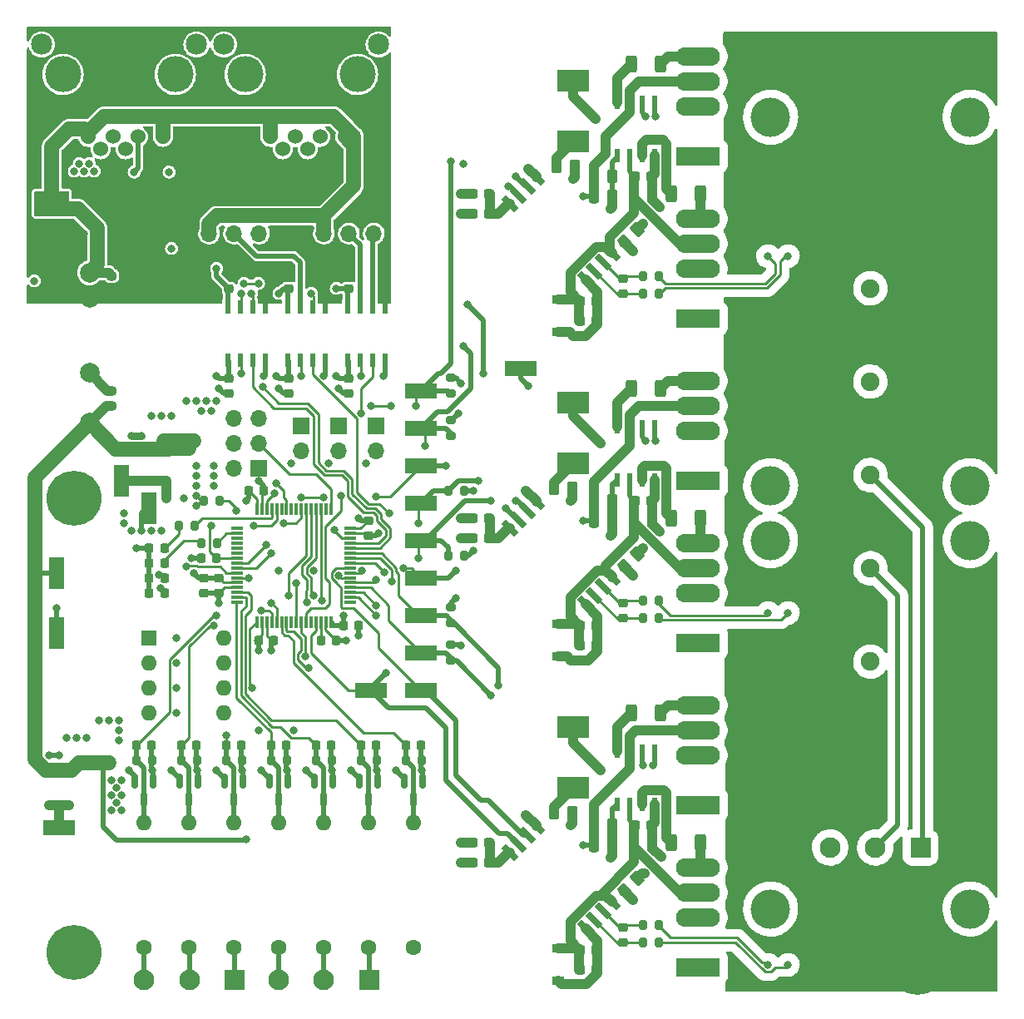
<source format=gbr>
%TF.GenerationSoftware,KiCad,Pcbnew,(6.0.9)*%
%TF.CreationDate,2023-06-11T12:51:51-04:00*%
%TF.ProjectId,HV servo drive v1,48562073-6572-4766-9f20-647269766520,rev?*%
%TF.SameCoordinates,Original*%
%TF.FileFunction,Copper,L1,Top*%
%TF.FilePolarity,Positive*%
%FSLAX46Y46*%
G04 Gerber Fmt 4.6, Leading zero omitted, Abs format (unit mm)*
G04 Created by KiCad (PCBNEW (6.0.9)) date 2023-06-11 12:51:51*
%MOMM*%
%LPD*%
G01*
G04 APERTURE LIST*
G04 Aperture macros list*
%AMRoundRect*
0 Rectangle with rounded corners*
0 $1 Rounding radius*
0 $2 $3 $4 $5 $6 $7 $8 $9 X,Y pos of 4 corners*
0 Add a 4 corners polygon primitive as box body*
4,1,4,$2,$3,$4,$5,$6,$7,$8,$9,$2,$3,0*
0 Add four circle primitives for the rounded corners*
1,1,$1+$1,$2,$3*
1,1,$1+$1,$4,$5*
1,1,$1+$1,$6,$7*
1,1,$1+$1,$8,$9*
0 Add four rect primitives between the rounded corners*
20,1,$1+$1,$2,$3,$4,$5,0*
20,1,$1+$1,$4,$5,$6,$7,0*
20,1,$1+$1,$6,$7,$8,$9,0*
20,1,$1+$1,$8,$9,$2,$3,0*%
%AMRotRect*
0 Rectangle, with rotation*
0 The origin of the aperture is its center*
0 $1 length*
0 $2 width*
0 $3 Rotation angle, in degrees counterclockwise*
0 Add horizontal line*
21,1,$1,$2,0,0,$3*%
G04 Aperture macros list end*
%TA.AperFunction,ComponentPad*%
%ADD10C,3.600000*%
%TD*%
%TA.AperFunction,ConnectorPad*%
%ADD11C,5.600000*%
%TD*%
%TA.AperFunction,ComponentPad*%
%ADD12C,4.000000*%
%TD*%
%TA.AperFunction,ComponentPad*%
%ADD13R,1.700000X1.700000*%
%TD*%
%TA.AperFunction,ComponentPad*%
%ADD14O,1.700000X1.700000*%
%TD*%
%TA.AperFunction,SMDPad,CuDef*%
%ADD15RoundRect,0.218750X-0.218750X-0.256250X0.218750X-0.256250X0.218750X0.256250X-0.218750X0.256250X0*%
%TD*%
%TA.AperFunction,SMDPad,CuDef*%
%ADD16RoundRect,0.200000X0.275000X-0.200000X0.275000X0.200000X-0.275000X0.200000X-0.275000X-0.200000X0*%
%TD*%
%TA.AperFunction,SMDPad,CuDef*%
%ADD17RoundRect,0.200000X-0.200000X-0.275000X0.200000X-0.275000X0.200000X0.275000X-0.200000X0.275000X0*%
%TD*%
%TA.AperFunction,SMDPad,CuDef*%
%ADD18R,3.200000X1.600000*%
%TD*%
%TA.AperFunction,SMDPad,CuDef*%
%ADD19R,1.600000X3.200000*%
%TD*%
%TA.AperFunction,SMDPad,CuDef*%
%ADD20RoundRect,0.250000X0.250000X0.475000X-0.250000X0.475000X-0.250000X-0.475000X0.250000X-0.475000X0*%
%TD*%
%TA.AperFunction,SMDPad,CuDef*%
%ADD21RoundRect,0.225000X0.225000X0.250000X-0.225000X0.250000X-0.225000X-0.250000X0.225000X-0.250000X0*%
%TD*%
%TA.AperFunction,ComponentPad*%
%ADD22C,1.600000*%
%TD*%
%TA.AperFunction,ComponentPad*%
%ADD23O,1.600000X1.600000*%
%TD*%
%TA.AperFunction,SMDPad,CuDef*%
%ADD24RoundRect,0.200000X0.200000X0.275000X-0.200000X0.275000X-0.200000X-0.275000X0.200000X-0.275000X0*%
%TD*%
%TA.AperFunction,SMDPad,CuDef*%
%ADD25RoundRect,0.225000X-0.225000X-0.250000X0.225000X-0.250000X0.225000X0.250000X-0.225000X0.250000X0*%
%TD*%
%TA.AperFunction,SMDPad,CuDef*%
%ADD26RoundRect,0.225000X-0.250000X0.225000X-0.250000X-0.225000X0.250000X-0.225000X0.250000X0.225000X0*%
%TD*%
%TA.AperFunction,ComponentPad*%
%ADD27RoundRect,0.250001X0.799999X0.799999X-0.799999X0.799999X-0.799999X-0.799999X0.799999X-0.799999X0*%
%TD*%
%TA.AperFunction,ComponentPad*%
%ADD28C,2.100000*%
%TD*%
%TA.AperFunction,SMDPad,CuDef*%
%ADD29RoundRect,0.225000X0.250000X-0.225000X0.250000X0.225000X-0.250000X0.225000X-0.250000X-0.225000X0*%
%TD*%
%TA.AperFunction,SMDPad,CuDef*%
%ADD30RoundRect,0.150000X-0.150000X0.587500X-0.150000X-0.587500X0.150000X-0.587500X0.150000X0.587500X0*%
%TD*%
%TA.AperFunction,SMDPad,CuDef*%
%ADD31R,0.558800X1.460500*%
%TD*%
%TA.AperFunction,SMDPad,CuDef*%
%ADD32R,1.200000X0.900000*%
%TD*%
%TA.AperFunction,SMDPad,CuDef*%
%ADD33RoundRect,0.250000X-0.312500X-0.625000X0.312500X-0.625000X0.312500X0.625000X-0.312500X0.625000X0*%
%TD*%
%TA.AperFunction,SMDPad,CuDef*%
%ADD34RotRect,0.599999X1.799999X225.000000*%
%TD*%
%TA.AperFunction,SMDPad,CuDef*%
%ADD35C,0.500000*%
%TD*%
%TA.AperFunction,ComponentPad*%
%ADD36R,1.600000X1.600000*%
%TD*%
%TA.AperFunction,ComponentPad*%
%ADD37C,1.524000*%
%TD*%
%TA.AperFunction,ComponentPad*%
%ADD38C,2.159000*%
%TD*%
%TA.AperFunction,ComponentPad*%
%ADD39C,3.683000*%
%TD*%
%TA.AperFunction,ComponentPad*%
%ADD40C,1.905000*%
%TD*%
%TA.AperFunction,SMDPad,CuDef*%
%ADD41R,3.276600X2.260600*%
%TD*%
%TA.AperFunction,SMDPad,CuDef*%
%ADD42RoundRect,0.250000X-0.132583X0.503814X-0.503814X0.132583X0.132583X-0.503814X0.503814X-0.132583X0*%
%TD*%
%TA.AperFunction,SMDPad,CuDef*%
%ADD43RoundRect,0.250000X0.262500X0.450000X-0.262500X0.450000X-0.262500X-0.450000X0.262500X-0.450000X0*%
%TD*%
%TA.AperFunction,SMDPad,CuDef*%
%ADD44R,1.193800X0.304800*%
%TD*%
%TA.AperFunction,SMDPad,CuDef*%
%ADD45R,0.304800X1.193800*%
%TD*%
%TA.AperFunction,ComponentPad*%
%ADD46C,2.000000*%
%TD*%
%TA.AperFunction,ComponentPad*%
%ADD47R,4.500000X1.905000*%
%TD*%
%TA.AperFunction,ComponentPad*%
%ADD48O,4.500000X1.905000*%
%TD*%
%TA.AperFunction,ViaPad*%
%ADD49C,0.800000*%
%TD*%
%TA.AperFunction,Conductor*%
%ADD50C,0.250000*%
%TD*%
%TA.AperFunction,Conductor*%
%ADD51C,0.500000*%
%TD*%
%TA.AperFunction,Conductor*%
%ADD52C,1.000000*%
%TD*%
%TA.AperFunction,Conductor*%
%ADD53C,0.750000*%
%TD*%
%TA.AperFunction,Conductor*%
%ADD54C,1.500000*%
%TD*%
G04 APERTURE END LIST*
%TO.C,NT3*%
G36*
X161282000Y-135378000D02*
G01*
X160282000Y-135378000D01*
X160282000Y-134878000D01*
X161282000Y-134878000D01*
X161282000Y-135378000D01*
G37*
%TO.C,NT2*%
G36*
X161282000Y-69338000D02*
G01*
X160282000Y-69338000D01*
X160282000Y-68838000D01*
X161282000Y-68838000D01*
X161282000Y-69338000D01*
G37*
%TO.C,NT1*%
G36*
X161282000Y-102358000D02*
G01*
X160282000Y-102358000D01*
X160282000Y-101858000D01*
X161282000Y-101858000D01*
X161282000Y-102358000D01*
G37*
%TD*%
D10*
%TO.P,H4,1*%
%TO.N,N/C*%
X108458000Y-99822000D03*
D11*
X108458000Y-99822000D03*
%TD*%
D10*
%TO.P,H3,1*%
%TO.N,N/C*%
X108458000Y-146050000D03*
D11*
X108458000Y-146050000D03*
%TD*%
D12*
%TO.P,C9,1*%
%TO.N,+VDC*%
X199638000Y-98552000D03*
X179338000Y-98552000D03*
%TO.P,C9,2*%
%TO.N,-VDC*%
X199638000Y-61052000D03*
X179338000Y-61052000D03*
%TD*%
%TO.P,C8,1*%
%TO.N,+VDC*%
X179330000Y-104140000D03*
X199630000Y-104140000D03*
%TO.P,C8,2*%
%TO.N,-VDC*%
X179330000Y-141640000D03*
X199630000Y-141640000D03*
%TD*%
D11*
%TO.P,H2,1,1*%
%TO.N,GND*%
X194310000Y-55118000D03*
D10*
X194310000Y-55118000D03*
%TD*%
D11*
%TO.P,H1,1,1*%
%TO.N,GND*%
X194310000Y-147574000D03*
D10*
X194310000Y-147574000D03*
%TD*%
D13*
%TO.P,J3,1,Pin_1*%
%TO.N,SWDIO*%
X127254000Y-96774000D03*
D14*
%TO.P,J3,2,Pin_2*%
%TO.N,RESET*%
X124714000Y-96774000D03*
%TO.P,J3,3,Pin_3*%
%TO.N,SWCLK*%
X127254000Y-94234000D03*
%TO.P,J3,4,Pin_4*%
%TO.N,+3.3V*%
X124714000Y-94234000D03*
%TO.P,J3,5,Pin_5*%
%TO.N,SWO*%
X127254000Y-91694000D03*
%TO.P,J3,6,Pin_6*%
%TO.N,GND2*%
X124714000Y-91694000D03*
%TD*%
D15*
%TO.P,D6,1,K*%
%TO.N,GND2*%
X116052500Y-109474000D03*
%TO.P,D6,2,A*%
%TO.N,Net-(D6-Pad2)*%
X117627500Y-109474000D03*
%TD*%
%TO.P,D5,1,K*%
%TO.N,GND2*%
X116052500Y-107950000D03*
%TO.P,D5,2,A*%
%TO.N,Net-(D5-Pad2)*%
X117627500Y-107950000D03*
%TD*%
%TO.P,D4,1,K*%
%TO.N,GND2*%
X116052500Y-106426000D03*
%TO.P,D4,2,A*%
%TO.N,Net-(D4-Pad2)*%
X117627500Y-106426000D03*
%TD*%
%TO.P,D3,1,K*%
%TO.N,GND2*%
X116052500Y-104902000D03*
%TO.P,D3,2,A*%
%TO.N,Net-(D3-Pad2)*%
X117627500Y-104902000D03*
%TD*%
D13*
%TO.P,TH3,1*%
%TO.N,+3.3V*%
X139192000Y-92451000D03*
D14*
%TO.P,TH3,2*%
%TO.N,BOARD_TEMP_1_ADC*%
X139192000Y-94991000D03*
%TD*%
D13*
%TO.P,TH2,1*%
%TO.N,+3.3V*%
X131572000Y-92451000D03*
D14*
%TO.P,TH2,2*%
%TO.N,HEATSINK_TEMP_2_ADC*%
X131572000Y-94991000D03*
%TD*%
D13*
%TO.P,TH1,1*%
%TO.N,+3.3V*%
X135382000Y-92451000D03*
D14*
%TO.P,TH1,2*%
%TO.N,HEATSINK_TEMP_1_ADC*%
X135382000Y-94991000D03*
%TD*%
D16*
%TO.P,R23,1*%
%TO.N,WL*%
X146812000Y-116395000D03*
%TO.P,R23,2*%
%TO.N,GND2*%
X146812000Y-114745000D03*
%TD*%
D17*
%TO.P,R22,1*%
%TO.N,VL*%
X146495000Y-105664000D03*
%TO.P,R22,2*%
%TO.N,GND2*%
X148145000Y-105664000D03*
%TD*%
D16*
%TO.P,R21,1*%
%TO.N,UL*%
X146812000Y-93535000D03*
%TO.P,R21,2*%
%TO.N,GND2*%
X146812000Y-91885000D03*
%TD*%
%TO.P,R20,1*%
%TO.N,WH*%
X146812000Y-112585000D03*
%TO.P,R20,2*%
%TO.N,GND2*%
X146812000Y-110935000D03*
%TD*%
D17*
%TO.P,R19,1*%
%TO.N,VH*%
X146495000Y-99060000D03*
%TO.P,R19,2*%
%TO.N,GND2*%
X148145000Y-99060000D03*
%TD*%
D16*
%TO.P,R18,1*%
%TO.N,UH*%
X146812000Y-89217000D03*
%TO.P,R18,2*%
%TO.N,GND2*%
X146812000Y-87567000D03*
%TD*%
D18*
%TO.P,TP16,1,1*%
%TO.N,W_DATA*%
X143764000Y-119380000D03*
%TD*%
%TO.P,TP15,1,1*%
%TO.N,U_DATA*%
X143764000Y-96520000D03*
%TD*%
%TO.P,TP14,1,1*%
%TO.N,V_DATA*%
X143764000Y-107950000D03*
%TD*%
D19*
%TO.P,TP13,1,1*%
%TO.N,+3.3V*%
X116078000Y-100838000D03*
%TD*%
D18*
%TO.P,TP12,1,1*%
%TO.N,WL*%
X143764000Y-115570000D03*
%TD*%
%TO.P,TP11,1,1*%
%TO.N,UL*%
X143764000Y-92710000D03*
%TD*%
%TO.P,TP10,1,1*%
%TO.N,VL*%
X143764000Y-104140000D03*
%TD*%
%TO.P,TP9,1,1*%
%TO.N,WH*%
X143764000Y-111760000D03*
%TD*%
%TO.P,TP8,1,1*%
%TO.N,UH*%
X143764000Y-88900000D03*
%TD*%
%TO.P,TP7,1,1*%
%TO.N,+15V*%
X106934000Y-133350000D03*
%TD*%
D19*
%TO.P,TP6,1,1*%
%TO.N,Net-(C42-Pad1)*%
X113284000Y-98044000D03*
%TD*%
D18*
%TO.P,TP5,1,1*%
%TO.N,VH*%
X143764000Y-100330000D03*
%TD*%
D19*
%TO.P,TP4,1,1*%
%TO.N,GND2*%
X106680000Y-113538000D03*
%TD*%
D18*
%TO.P,TP3,1,1*%
%TO.N,GND2*%
X153924000Y-86614000D03*
%TD*%
D19*
%TO.P,TP2,1,1*%
%TO.N,+24V*%
X106680000Y-107442000D03*
%TD*%
D18*
%TO.P,TP1,1,1*%
%TO.N,U_CLOCK*%
X138684000Y-119380000D03*
%TD*%
D20*
%TO.P,C52,1*%
%TO.N,Net-(C52-Pad1)*%
X167320000Y-102108000D03*
%TO.P,C52,2*%
%TO.N,Net-(C52-Pad2)*%
X165420000Y-102108000D03*
%TD*%
D21*
%TO.P,C50,1*%
%TO.N,+3.3V*%
X150635000Y-101854000D03*
%TO.P,C50,2*%
%TO.N,GND2*%
X149085000Y-101854000D03*
%TD*%
%TO.P,C67,1*%
%TO.N,Net-(C67-Pad1)*%
X161557000Y-147828000D03*
%TO.P,C67,2*%
%TO.N,Net-(C57-Pad2)*%
X160007000Y-147828000D03*
%TD*%
D22*
%TO.P,R44,1*%
%TO.N,+VDC*%
X143002000Y-145542000D03*
D23*
%TO.P,R44,2*%
%TO.N,VBUS_ADC*%
X143002000Y-132842000D03*
%TD*%
D24*
%TO.P,R62,1*%
%TO.N,Net-(Q5-Pad2)*%
X167957000Y-143256000D03*
%TO.P,R62,2*%
%TO.N,Net-(C73-Pad1)*%
X166307000Y-143256000D03*
%TD*%
D25*
%TO.P,C28,1*%
%TO.N,UM_ADC*%
X123939000Y-124968000D03*
%TO.P,C28,2*%
%TO.N,GND2*%
X125489000Y-124968000D03*
%TD*%
D26*
%TO.P,C72,1*%
%TO.N,Net-(C72-Pad1)*%
X164338000Y-77457000D03*
%TO.P,C72,2*%
%TO.N,Net-(C72-Pad2)*%
X164338000Y-79007000D03*
%TD*%
%TO.P,C71,1*%
%TO.N,Net-(C71-Pad1)*%
X164338000Y-110477000D03*
%TO.P,C71,2*%
%TO.N,Net-(C71-Pad2)*%
X164338000Y-112027000D03*
%TD*%
D27*
%TO.P,J6,1,Pin_1*%
%TO.N,U*%
X194592000Y-135382000D03*
D28*
%TO.P,J6,2,Pin_2*%
%TO.N,V*%
X189992000Y-135382000D03*
%TO.P,J6,3,Pin_3*%
%TO.N,W*%
X185392000Y-135382000D03*
%TD*%
D20*
%TO.P,C60,1*%
%TO.N,+15V*%
X163256000Y-100076000D03*
%TO.P,C60,2*%
%TO.N,Net-(C53-Pad2)*%
X161356000Y-100076000D03*
%TD*%
D21*
%TO.P,C59,1*%
%TO.N,Net-(C52-Pad1)*%
X167145000Y-100076000D03*
%TO.P,C59,2*%
%TO.N,Net-(C52-Pad2)*%
X165595000Y-100076000D03*
%TD*%
%TO.P,C66,1*%
%TO.N,Net-(C66-Pad1)*%
X161557000Y-81788000D03*
%TO.P,C66,2*%
%TO.N,Net-(C54-Pad2)*%
X160007000Y-81788000D03*
%TD*%
%TO.P,C56,1*%
%TO.N,+3.3V*%
X150635000Y-134874000D03*
%TO.P,C56,2*%
%TO.N,GND2*%
X149085000Y-134874000D03*
%TD*%
D29*
%TO.P,C24,1*%
%TO.N,+3.3V*%
X121666000Y-109487000D03*
%TO.P,C24,2*%
%TO.N,GND2*%
X121666000Y-107937000D03*
%TD*%
D17*
%TO.P,R41,1*%
%TO.N,V_ADC*%
X133033000Y-126492000D03*
%TO.P,R41,2*%
%TO.N,GND2*%
X134683000Y-126492000D03*
%TD*%
D30*
%TO.P,D15,1,A*%
%TO.N,GND2*%
X143952000Y-128602500D03*
%TO.P,D15,2,K*%
%TO.N,+3.3V*%
X142052000Y-128602500D03*
%TO.P,D15,3,common*%
%TO.N,VBUS_ADC*%
X143002000Y-130477500D03*
%TD*%
D25*
%TO.P,C17,1*%
%TO.N,+3.3V*%
X135877000Y-112776000D03*
%TO.P,C17,2*%
%TO.N,GND2*%
X137427000Y-112776000D03*
%TD*%
D20*
%TO.P,C54,1*%
%TO.N,Net-(C54-Pad1)*%
X167320000Y-69088000D03*
%TO.P,C54,2*%
%TO.N,Net-(C54-Pad2)*%
X165420000Y-69088000D03*
%TD*%
D31*
%TO.P,U3,1,VCC1*%
%TO.N,+3.3V*%
X130175000Y-85782150D03*
%TO.P,U3,2,OUTA*%
%TO.N,TACH_1*%
X131445000Y-85782150D03*
%TO.P,U3,3,INB*%
%TO.N,TX_EN*%
X132715000Y-85782150D03*
%TO.P,U3,4,GND1*%
%TO.N,GND2*%
X133985000Y-85782150D03*
%TO.P,U3,5,GND2*%
%TO.N,GND1*%
X133985000Y-80333850D03*
%TO.P,U3,6,OUTB*%
%TO.N,TX_EN_ISO*%
X132715000Y-80333850D03*
%TO.P,U3,7,INA*%
%TO.N,TACH_1_ISO*%
X131445000Y-80333850D03*
%TO.P,U3,8,VCC2*%
%TO.N,+5V*%
X130175000Y-80333850D03*
%TD*%
D22*
%TO.P,R40,1*%
%TO.N,Net-(J7-Pad2)*%
X133858000Y-145542000D03*
D23*
%TO.P,R40,2*%
%TO.N,V_ADC*%
X133858000Y-132842000D03*
%TD*%
D32*
%TO.P,D20,1,K*%
%TO.N,Net-(C66-Pad1)*%
X157734000Y-82930000D03*
%TO.P,D20,2,A*%
%TO.N,Net-(C54-Pad2)*%
X157734000Y-79630000D03*
%TD*%
D22*
%TO.P,R29,1*%
%TO.N,Net-(J5-Pad3)*%
X115570000Y-145542000D03*
D23*
%TO.P,R29,2*%
%TO.N,WM_ADC*%
X115570000Y-132842000D03*
%TD*%
D33*
%TO.P,R55,1*%
%TO.N,Net-(R55-Pad1)*%
X165161500Y-55626000D03*
%TO.P,R55,2*%
%TO.N,Net-(Q4-Pad4)*%
X168086500Y-55626000D03*
%TD*%
D30*
%TO.P,D12,1,A*%
%TO.N,GND2*%
X139380000Y-128602500D03*
%TO.P,D12,2,K*%
%TO.N,+3.3V*%
X137480000Y-128602500D03*
%TO.P,D12,3,common*%
%TO.N,U_ADC*%
X138430000Y-130477500D03*
%TD*%
D34*
%TO.P,U14,1,AVDD*%
%TO.N,Net-(C66-Pad1)*%
X160494693Y-77590770D03*
%TO.P,U14,2,AINP*%
%TO.N,Net-(C72-Pad2)*%
X161392718Y-76692744D03*
%TO.P,U14,3,AINN*%
%TO.N,Net-(C72-Pad1)*%
X162290744Y-75794718D03*
%TO.P,U14,4,AGND*%
%TO.N,Net-(C54-Pad2)*%
X163188770Y-74896693D03*
%TO.P,U14,5,DGND*%
%TO.N,GND2*%
X155481307Y-67189230D03*
%TO.P,U14,6,DOUT*%
%TO.N,U_DATA*%
X154583282Y-68087256D03*
%TO.P,U14,7,CLKIN*%
%TO.N,U_CLOCK*%
X153685256Y-68985282D03*
%TO.P,U14,8,DVDD*%
%TO.N,+3.3V*%
X152787230Y-69883307D03*
%TD*%
D26*
%TO.P,C5,1*%
%TO.N,+3.3V*%
X124206000Y-87617000D03*
%TO.P,C5,2*%
%TO.N,GND2*%
X124206000Y-89167000D03*
%TD*%
D30*
%TO.P,D8,1,A*%
%TO.N,GND2*%
X125664000Y-128602500D03*
%TO.P,D8,2,K*%
%TO.N,+3.3V*%
X123764000Y-128602500D03*
%TO.P,D8,3,common*%
%TO.N,UM_ADC*%
X124714000Y-130477500D03*
%TD*%
D31*
%TO.P,U10,1,HIN*%
%TO.N,VH*%
X167513000Y-92525850D03*
%TO.P,U10,2,LIN*%
%TO.N,VL*%
X166243000Y-92525850D03*
%TO.P,U10,3,COM*%
%TO.N,Net-(C53-Pad2)*%
X164973000Y-92525850D03*
%TO.P,U10,4,LO*%
%TO.N,Net-(R53-Pad1)*%
X163703000Y-92525850D03*
%TO.P,U10,5,VCC*%
%TO.N,+15V*%
X163703000Y-97974150D03*
%TO.P,U10,6,VS*%
%TO.N,Net-(C52-Pad2)*%
X164973000Y-97974150D03*
%TO.P,U10,7,HO*%
%TO.N,Net-(R52-Pad1)*%
X166243000Y-97974150D03*
%TO.P,U10,8,VB*%
%TO.N,Net-(C52-Pad1)*%
X167513000Y-97974150D03*
%TD*%
%TO.P,U12,1,HIN*%
%TO.N,WH*%
X167513000Y-125545850D03*
%TO.P,U12,2,LIN*%
%TO.N,WL*%
X166243000Y-125545850D03*
%TO.P,U12,3,COM*%
%TO.N,Net-(C58-Pad2)*%
X164973000Y-125545850D03*
%TO.P,U12,4,LO*%
%TO.N,Net-(R58-Pad1)*%
X163703000Y-125545850D03*
%TO.P,U12,5,VCC*%
%TO.N,+15V*%
X163703000Y-130994150D03*
%TO.P,U12,6,VS*%
%TO.N,Net-(C57-Pad2)*%
X164973000Y-130994150D03*
%TO.P,U12,7,HO*%
%TO.N,Net-(R57-Pad1)*%
X166243000Y-130994150D03*
%TO.P,U12,8,VB*%
%TO.N,Net-(C57-Pad1)*%
X167513000Y-130994150D03*
%TD*%
D35*
%TO.P,NT3,1,1*%
%TO.N,GND2*%
X160282000Y-135128000D03*
%TO.P,NT3,2,2*%
%TO.N,Net-(C58-Pad2)*%
X161282000Y-135128000D03*
%TD*%
D29*
%TO.P,C4,1*%
%TO.N,+5V*%
X136398000Y-78499000D03*
%TO.P,C4,2*%
%TO.N,GND1*%
X136398000Y-76949000D03*
%TD*%
D24*
%TO.P,R60,1*%
%TO.N,Net-(Q3-Pad2)*%
X167957000Y-77216000D03*
%TO.P,R60,2*%
%TO.N,Net-(C72-Pad1)*%
X166307000Y-77216000D03*
%TD*%
D17*
%TO.P,R45,1*%
%TO.N,VBUS_ADC*%
X142177000Y-126492000D03*
%TO.P,R45,2*%
%TO.N,GND2*%
X143827000Y-126492000D03*
%TD*%
%TO.P,R11,1*%
%TO.N,Net-(D3-Pad2)*%
X119063000Y-102616000D03*
%TO.P,R11,2*%
%TO.N,LED_1*%
X120713000Y-102616000D03*
%TD*%
D21*
%TO.P,C51,1*%
%TO.N,+3.3V*%
X150635000Y-68834000D03*
%TO.P,C51,2*%
%TO.N,GND2*%
X149085000Y-68834000D03*
%TD*%
D36*
%TO.P,SW1,1*%
%TO.N,+3.3V*%
X116088000Y-114056000D03*
D23*
%TO.P,SW1,2*%
X116088000Y-116596000D03*
%TO.P,SW1,3*%
X116088000Y-119136000D03*
%TO.P,SW1,4*%
X116088000Y-121676000D03*
%TO.P,SW1,5*%
%TO.N,DIP_4*%
X123708000Y-121676000D03*
%TO.P,SW1,6*%
%TO.N,DIP_3*%
X123708000Y-119136000D03*
%TO.P,SW1,7*%
%TO.N,DIP_2*%
X123708000Y-116596000D03*
%TO.P,SW1,8*%
%TO.N,DIP_1*%
X123708000Y-114056000D03*
%TD*%
D37*
%TO.P,J1,1,1*%
%TO.N,GND1*%
X127127000Y-64325500D03*
%TO.P,J1,2,2*%
%TO.N,24V_ISO*%
X128397000Y-63055500D03*
%TO.P,J1,3,3*%
%TO.N,TX-*%
X129667000Y-64325500D03*
%TO.P,J1,4,4*%
%TO.N,RX+*%
X130937000Y-63055500D03*
%TO.P,J1,5,5*%
%TO.N,RX-*%
X132207000Y-64325500D03*
%TO.P,J1,6,6*%
%TO.N,TX+*%
X133477000Y-63055500D03*
%TO.P,J1,7,7*%
%TO.N,GND1*%
X134747000Y-64325500D03*
%TO.P,J1,8,8*%
%TO.N,24V_ISO*%
X136017000Y-63055500D03*
D38*
%TO.P,J1,9*%
%TO.N,N/C*%
X123698000Y-53657500D03*
%TO.P,J1,10*%
X139446000Y-53657500D03*
D39*
%TO.P,J1,11*%
X125857000Y-56705500D03*
%TO.P,J1,12*%
X137287000Y-56705500D03*
%TD*%
D40*
%TO.P,J4,1,1*%
%TO.N,+VDC*%
X189484901Y-78466651D03*
%TO.P,J4,2,2*%
%TO.N,-VDC*%
X189484901Y-87966649D03*
%TO.P,J4,3,3*%
%TO.N,U*%
X189484901Y-97466648D03*
%TO.P,J4,4,4*%
%TO.N,V*%
X189484901Y-106966647D03*
%TO.P,J4,5,5*%
%TO.N,W*%
X189484901Y-116466646D03*
%TO.P,J4,6,6*%
%TO.N,GND*%
X189484901Y-125966645D03*
%TD*%
D21*
%TO.P,C68,1*%
%TO.N,Net-(C65-Pad1)*%
X161557000Y-112776000D03*
%TO.P,C68,2*%
%TO.N,Net-(C52-Pad2)*%
X160007000Y-112776000D03*
%TD*%
D27*
%TO.P,J5,1,Pin_1*%
%TO.N,Net-(J5-Pad1)*%
X124770000Y-148844000D03*
D28*
%TO.P,J5,2,Pin_2*%
%TO.N,Net-(J5-Pad2)*%
X120170000Y-148844000D03*
%TO.P,J5,3,Pin_3*%
%TO.N,Net-(J5-Pad3)*%
X115570000Y-148844000D03*
%TD*%
D33*
%TO.P,R54,1*%
%TO.N,Net-(R54-Pad1)*%
X169225500Y-68834000D03*
%TO.P,R54,2*%
%TO.N,Net-(Q3-Pad4)*%
X172150500Y-68834000D03*
%TD*%
D35*
%TO.P,NT2,1,1*%
%TO.N,GND2*%
X160282000Y-69088000D03*
%TO.P,NT2,2,2*%
%TO.N,Net-(C55-Pad2)*%
X161282000Y-69088000D03*
%TD*%
D41*
%TO.P,D16,1,K*%
%TO.N,Net-(C52-Pad1)*%
X159258000Y-90119200D03*
%TO.P,D16,2,A*%
%TO.N,Net-(D16-Pad2)*%
X159258000Y-96316800D03*
%TD*%
D33*
%TO.P,R53,1*%
%TO.N,Net-(R53-Pad1)*%
X165161500Y-88646000D03*
%TO.P,R53,2*%
%TO.N,Net-(Q2-Pad4)*%
X168086500Y-88646000D03*
%TD*%
D17*
%TO.P,R12,1*%
%TO.N,Net-(D4-Pad2)*%
X121349000Y-104394000D03*
%TO.P,R12,2*%
%TO.N,LED_2*%
X122999000Y-104394000D03*
%TD*%
D21*
%TO.P,C63,1*%
%TO.N,Net-(C57-Pad1)*%
X167145000Y-133096000D03*
%TO.P,C63,2*%
%TO.N,Net-(C57-Pad2)*%
X165595000Y-133096000D03*
%TD*%
%TO.P,C49,1*%
%TO.N,+3.3V*%
X150635000Y-136906000D03*
%TO.P,C49,2*%
%TO.N,GND2*%
X149085000Y-136906000D03*
%TD*%
D35*
%TO.P,NT1,1,1*%
%TO.N,GND2*%
X160282000Y-102108000D03*
%TO.P,NT1,2,2*%
%TO.N,Net-(C53-Pad2)*%
X161282000Y-102108000D03*
%TD*%
D26*
%TO.P,C18,1*%
%TO.N,24V_ISO*%
X112268000Y-77203000D03*
%TO.P,C18,2*%
%TO.N,GND1*%
X112268000Y-78753000D03*
%TD*%
D21*
%TO.P,C69,1*%
%TO.N,Net-(C66-Pad1)*%
X161557000Y-79756000D03*
%TO.P,C69,2*%
%TO.N,Net-(C54-Pad2)*%
X160007000Y-79756000D03*
%TD*%
D22*
%TO.P,R27,1*%
%TO.N,Net-(J5-Pad2)*%
X120142000Y-145542000D03*
D23*
%TO.P,R27,2*%
%TO.N,VM_ADC*%
X120142000Y-132842000D03*
%TD*%
D31*
%TO.P,U11,1,HIN*%
%TO.N,UH*%
X167513000Y-59505850D03*
%TO.P,U11,2,LIN*%
%TO.N,UL*%
X166243000Y-59505850D03*
%TO.P,U11,3,COM*%
%TO.N,Net-(C55-Pad2)*%
X164973000Y-59505850D03*
%TO.P,U11,4,LO*%
%TO.N,Net-(R55-Pad1)*%
X163703000Y-59505850D03*
%TO.P,U11,5,VCC*%
%TO.N,+15V*%
X163703000Y-64954150D03*
%TO.P,U11,6,VS*%
%TO.N,Net-(C54-Pad2)*%
X164973000Y-64954150D03*
%TO.P,U11,7,HO*%
%TO.N,Net-(R54-Pad1)*%
X166243000Y-64954150D03*
%TO.P,U11,8,VB*%
%TO.N,Net-(C54-Pad1)*%
X167513000Y-64954150D03*
%TD*%
D27*
%TO.P,J7,1,Pin_1*%
%TO.N,Net-(J7-Pad1)*%
X138458000Y-148844000D03*
D28*
%TO.P,J7,2,Pin_2*%
%TO.N,Net-(J7-Pad2)*%
X133858000Y-148844000D03*
%TO.P,J7,3,Pin_3*%
%TO.N,Net-(J7-Pad3)*%
X129258000Y-148844000D03*
%TD*%
D42*
%TO.P,R51,1*%
%TO.N,Net-(C54-Pad1)*%
X165745235Y-72506765D03*
%TO.P,R51,2*%
%TO.N,Net-(C66-Pad1)*%
X164454765Y-73797235D03*
%TD*%
D25*
%TO.P,C36,1*%
%TO.N,VBUS_ADC*%
X142227000Y-124968000D03*
%TO.P,C36,2*%
%TO.N,GND2*%
X143777000Y-124968000D03*
%TD*%
D17*
%TO.P,R28,1*%
%TO.N,VM_ADC*%
X119317000Y-126492000D03*
%TO.P,R28,2*%
%TO.N,GND2*%
X120967000Y-126492000D03*
%TD*%
D42*
%TO.P,R50,1*%
%TO.N,Net-(C52-Pad1)*%
X165745235Y-105526765D03*
%TO.P,R50,2*%
%TO.N,Net-(C65-Pad1)*%
X164454765Y-106817235D03*
%TD*%
D21*
%TO.P,C14,1*%
%TO.N,+3.3V*%
X128791000Y-114300000D03*
%TO.P,C14,2*%
%TO.N,GND2*%
X127241000Y-114300000D03*
%TD*%
D30*
%TO.P,D14,1,A*%
%TO.N,GND2*%
X130236000Y-128602500D03*
%TO.P,D14,2,K*%
%TO.N,+3.3V*%
X128336000Y-128602500D03*
%TO.P,D14,3,common*%
%TO.N,W_ADC*%
X129286000Y-130477500D03*
%TD*%
D41*
%TO.P,D17,1,K*%
%TO.N,Net-(C54-Pad1)*%
X159258000Y-57353200D03*
%TO.P,D17,2,A*%
%TO.N,Net-(D17-Pad2)*%
X159258000Y-63550800D03*
%TD*%
D26*
%TO.P,C6,1*%
%TO.N,+3.3V*%
X130302000Y-87617000D03*
%TO.P,C6,2*%
%TO.N,GND2*%
X130302000Y-89167000D03*
%TD*%
D24*
%TO.P,R64,1*%
%TO.N,V*%
X167957000Y-112014000D03*
%TO.P,R64,2*%
%TO.N,Net-(C71-Pad2)*%
X166307000Y-112014000D03*
%TD*%
D32*
%TO.P,D19,1,K*%
%TO.N,Net-(C65-Pad1)*%
X157734000Y-115950000D03*
%TO.P,D19,2,A*%
%TO.N,Net-(C52-Pad2)*%
X157734000Y-112650000D03*
%TD*%
D26*
%TO.P,C7,1*%
%TO.N,+3.3V*%
X136398000Y-87617000D03*
%TO.P,C7,2*%
%TO.N,GND2*%
X136398000Y-89167000D03*
%TD*%
D20*
%TO.P,C57,1*%
%TO.N,Net-(C57-Pad1)*%
X167320000Y-135128000D03*
%TO.P,C57,2*%
%TO.N,Net-(C57-Pad2)*%
X165420000Y-135128000D03*
%TD*%
%TO.P,C58,1*%
%TO.N,+15V*%
X163256000Y-135128000D03*
%TO.P,C58,2*%
%TO.N,Net-(C58-Pad2)*%
X161356000Y-135128000D03*
%TD*%
%TO.P,C62,1*%
%TO.N,+15V*%
X163256000Y-67056000D03*
%TO.P,C62,2*%
%TO.N,Net-(C55-Pad2)*%
X161356000Y-67056000D03*
%TD*%
D21*
%TO.P,C61,1*%
%TO.N,Net-(C54-Pad1)*%
X167145000Y-67056000D03*
%TO.P,C61,2*%
%TO.N,Net-(C54-Pad2)*%
X165595000Y-67056000D03*
%TD*%
D13*
%TO.P,M2,1,-*%
%TO.N,GND1*%
X131328000Y-72898000D03*
D14*
%TO.P,M2,2,+*%
%TO.N,24V_ISO*%
X133868000Y-72898000D03*
%TO.P,M2,3,Tacho*%
%TO.N,TACH_2_ISO*%
X136408000Y-72898000D03*
%TO.P,M2,4,PWM*%
%TO.N,FAN_PWM_ISO*%
X138948000Y-72898000D03*
%TD*%
D34*
%TO.P,U15,1,AVDD*%
%TO.N,Net-(C67-Pad1)*%
X160494693Y-143630770D03*
%TO.P,U15,2,AINP*%
%TO.N,Net-(C73-Pad2)*%
X161392718Y-142732744D03*
%TO.P,U15,3,AINN*%
%TO.N,Net-(C73-Pad1)*%
X162290744Y-141834718D03*
%TO.P,U15,4,AGND*%
%TO.N,Net-(C57-Pad2)*%
X163188770Y-140936693D03*
%TO.P,U15,5,DGND*%
%TO.N,GND2*%
X155481307Y-133229230D03*
%TO.P,U15,6,DOUT*%
%TO.N,W_DATA*%
X154583282Y-134127256D03*
%TO.P,U15,7,CLKIN*%
%TO.N,U_CLOCK*%
X153685256Y-135025282D03*
%TO.P,U15,8,DVDD*%
%TO.N,+3.3V*%
X152787230Y-135923307D03*
%TD*%
D20*
%TO.P,C53,1*%
%TO.N,+15V*%
X163256000Y-102108000D03*
%TO.P,C53,2*%
%TO.N,Net-(C53-Pad2)*%
X161356000Y-102108000D03*
%TD*%
D43*
%TO.P,R48,1*%
%TO.N,+15V*%
X159408500Y-66040000D03*
%TO.P,R48,2*%
%TO.N,Net-(D17-Pad2)*%
X157583500Y-66040000D03*
%TD*%
%TO.P,R47,1*%
%TO.N,+15V*%
X159154500Y-98806000D03*
%TO.P,R47,2*%
%TO.N,Net-(D16-Pad2)*%
X157329500Y-98806000D03*
%TD*%
D34*
%TO.P,U13,1,AVDD*%
%TO.N,Net-(C65-Pad1)*%
X160494693Y-110610770D03*
%TO.P,U13,2,AINP*%
%TO.N,Net-(C71-Pad2)*%
X161392718Y-109712744D03*
%TO.P,U13,3,AINN*%
%TO.N,Net-(C71-Pad1)*%
X162290744Y-108814718D03*
%TO.P,U13,4,AGND*%
%TO.N,Net-(C52-Pad2)*%
X163188770Y-107916693D03*
%TO.P,U13,5,DGND*%
%TO.N,GND2*%
X155481307Y-100209230D03*
%TO.P,U13,6,DOUT*%
%TO.N,V_DATA*%
X154583282Y-101107256D03*
%TO.P,U13,7,CLKIN*%
%TO.N,U_CLOCK*%
X153685256Y-102005282D03*
%TO.P,U13,8,DVDD*%
%TO.N,+3.3V*%
X152787230Y-102903307D03*
%TD*%
D17*
%TO.P,R26,1*%
%TO.N,UM_ADC*%
X123889000Y-126492000D03*
%TO.P,R26,2*%
%TO.N,GND2*%
X125539000Y-126492000D03*
%TD*%
D25*
%TO.P,C33,1*%
%TO.N,U_ADC*%
X137655000Y-124968000D03*
%TO.P,C33,2*%
%TO.N,GND2*%
X139205000Y-124968000D03*
%TD*%
D33*
%TO.P,R58,1*%
%TO.N,Net-(R58-Pad1)*%
X165161500Y-121666000D03*
%TO.P,R58,2*%
%TO.N,Net-(Q6-Pad4)*%
X168086500Y-121666000D03*
%TD*%
D44*
%TO.P,U5,1,VBAT*%
%TO.N,unconnected-(U5-Pad1)*%
X125060001Y-102930000D03*
%TO.P,U5,2,PC13*%
%TO.N,LED_2*%
X125060001Y-103429999D03*
%TO.P,U5,3,PC14-OSC32_IN*%
%TO.N,unconnected-(U5-Pad3)*%
X125060001Y-103930000D03*
%TO.P,U5,4,PC15-OSC32_OUT*%
%TO.N,unconnected-(U5-Pad4)*%
X125060001Y-104429999D03*
%TO.P,U5,5,PH0-OSC_IN*%
%TO.N,unconnected-(U5-Pad5)*%
X125060001Y-104930001D03*
%TO.P,U5,6,PH1*%
%TO.N,unconnected-(U5-Pad6)*%
X125060001Y-105430000D03*
%TO.P,U5,7,NRST*%
%TO.N,RESET*%
X125060001Y-105929999D03*
%TO.P,U5,8,PC0*%
%TO.N,HEATSINK_TEMP_2_ADC*%
X125060001Y-106430000D03*
%TO.P,U5,9,PC1*%
%TO.N,BOARD_TEMP_1_ADC*%
X125060001Y-106930000D03*
%TO.P,U5,10,PC2*%
%TO.N,LED_3*%
X125060001Y-107430001D03*
%TO.P,U5,11,PC3*%
%TO.N,LED_4*%
X125060001Y-107930000D03*
%TO.P,U5,12,VSSA/VREF-*%
%TO.N,GND2*%
X125060001Y-108429999D03*
%TO.P,U5,13,VDDA/VREF+*%
%TO.N,+3.3V*%
X125060001Y-108930001D03*
%TO.P,U5,14,PA0*%
%TO.N,U_ADC*%
X125060001Y-109430000D03*
%TO.P,U5,15,PA1*%
%TO.N,V_ADC*%
X125060001Y-109930001D03*
%TO.P,U5,16,PA2*%
%TO.N,W_ADC*%
X125060001Y-110430000D03*
D45*
%TO.P,U5,17,PA3*%
%TO.N,UM_ADC*%
X127060000Y-112429999D03*
%TO.P,U5,18,VSS*%
%TO.N,GND2*%
X127559999Y-112429999D03*
%TO.P,U5,19,VDD*%
%TO.N,+3.3V*%
X128060000Y-112429999D03*
%TO.P,U5,20,PA4*%
%TO.N,VM_ADC*%
X128559999Y-112429999D03*
%TO.P,U5,21,PA5*%
%TO.N,WM_ADC*%
X129060001Y-112429999D03*
%TO.P,U5,22,PA6*%
%TO.N,VBUS_ADC*%
X129560000Y-112429999D03*
%TO.P,U5,23,PA7*%
%TO.N,GATE_SUPPLY_ADC*%
X130059999Y-112429999D03*
%TO.P,U5,24,PC4*%
%TO.N,unconnected-(U5-Pad24)*%
X130560000Y-112429999D03*
%TO.P,U5,25,PC5*%
%TO.N,V_DATA*%
X131060000Y-112429999D03*
%TO.P,U5,26,PB0*%
%TO.N,CONTROL_SUPPLY_ADC*%
X131560001Y-112429999D03*
%TO.P,U5,27,PB1*%
%TO.N,HEATSINK_TEMP_1_ADC*%
X132060000Y-112429999D03*
%TO.P,U5,28,PB2*%
%TO.N,unconnected-(U5-Pad28)*%
X132559999Y-112429999D03*
%TO.P,U5,29,PB10*%
%TO.N,U_CLOCK*%
X133060001Y-112429999D03*
%TO.P,U5,30,VCAP_1*%
%TO.N,Net-(C12-Pad1)*%
X133560000Y-112429999D03*
%TO.P,U5,31,VSS*%
%TO.N,GND2*%
X134060001Y-112429999D03*
%TO.P,U5,32,VDD*%
%TO.N,+3.3V*%
X134560000Y-112429999D03*
D44*
%TO.P,U5,33,PB12*%
%TO.N,unconnected-(U5-Pad33)*%
X136559999Y-110430000D03*
%TO.P,U5,34,PB13*%
%TO.N,UL*%
X136559999Y-109930001D03*
%TO.P,U5,35,PB14*%
%TO.N,VL*%
X136559999Y-109430000D03*
%TO.P,U5,36,PB15*%
%TO.N,WL*%
X136559999Y-108930001D03*
%TO.P,U5,37,PC6*%
%TO.N,TACH_1*%
X136559999Y-108429999D03*
%TO.P,U5,38,PC7*%
%TO.N,TACH_2*%
X136559999Y-107930000D03*
%TO.P,U5,39,PC8*%
%TO.N,TX_EN*%
X136559999Y-107430001D03*
%TO.P,U5,40,PC9*%
%TO.N,W_DATA*%
X136559999Y-106930000D03*
%TO.P,U5,41,PA8*%
%TO.N,UH*%
X136559999Y-106430000D03*
%TO.P,U5,42,PA9*%
%TO.N,VH*%
X136559999Y-105929999D03*
%TO.P,U5,43,PA10*%
%TO.N,WH*%
X136559999Y-105430000D03*
%TO.P,U5,44,PA11*%
%TO.N,RX*%
X136559999Y-104930001D03*
%TO.P,U5,45,PA12*%
%TO.N,TX*%
X136559999Y-104429999D03*
%TO.P,U5,46,PA13*%
%TO.N,SWDIO*%
X136559999Y-103930000D03*
%TO.P,U5,47,VSS*%
%TO.N,GND2*%
X136559999Y-103429999D03*
%TO.P,U5,48,VDD*%
%TO.N,+3.3V*%
X136559999Y-102930000D03*
D45*
%TO.P,U5,49,PA14*%
%TO.N,SWCLK*%
X134560000Y-100930001D03*
%TO.P,U5,50,PA15*%
%TO.N,unconnected-(U5-Pad50)*%
X134060001Y-100930001D03*
%TO.P,U5,51,PC10*%
%TO.N,DIP_4*%
X133560000Y-100930001D03*
%TO.P,U5,52,PC11*%
%TO.N,DIP_3*%
X133060001Y-100930001D03*
%TO.P,U5,53,PC12*%
%TO.N,DIP_2*%
X132559999Y-100930001D03*
%TO.P,U5,54,PD2*%
%TO.N,DIP_1*%
X132060000Y-100930001D03*
%TO.P,U5,55,PB3*%
%TO.N,SWO*%
X131560001Y-100930001D03*
%TO.P,U5,56,PB4*%
%TO.N,JTRST*%
X131060000Y-100930001D03*
%TO.P,U5,57,PB5*%
%TO.N,unconnected-(U5-Pad57)*%
X130560000Y-100930001D03*
%TO.P,U5,58,PB6*%
%TO.N,FAN_PWM*%
X130059999Y-100930001D03*
%TO.P,U5,59,PB7*%
%TO.N,unconnected-(U5-Pad59)*%
X129560000Y-100930001D03*
%TO.P,U5,60,BOOT0*%
%TO.N,BOOT*%
X129060001Y-100930001D03*
%TO.P,U5,61,PB8*%
%TO.N,LED_1*%
X128559999Y-100930001D03*
%TO.P,U5,62,PB9*%
%TO.N,U_DATA*%
X128060000Y-100930001D03*
%TO.P,U5,63,VSS*%
%TO.N,GND2*%
X127559999Y-100930001D03*
%TO.P,U5,64,VDD*%
%TO.N,+3.3V*%
X127060000Y-100930001D03*
%TD*%
D26*
%TO.P,C21,1*%
%TO.N,+3.3V*%
X138430000Y-102095000D03*
%TO.P,C21,2*%
%TO.N,GND2*%
X138430000Y-103645000D03*
%TD*%
D21*
%TO.P,C70,1*%
%TO.N,Net-(C67-Pad1)*%
X161557000Y-145796000D03*
%TO.P,C70,2*%
%TO.N,Net-(C57-Pad2)*%
X160007000Y-145796000D03*
%TD*%
D31*
%TO.P,U2,1,VCC1*%
%TO.N,+3.3V*%
X124079000Y-85782150D03*
%TO.P,U2,2,OUTA*%
%TO.N,RX*%
X125349000Y-85782150D03*
%TO.P,U2,3,INB*%
%TO.N,TX*%
X126619000Y-85782150D03*
%TO.P,U2,4,GND1*%
%TO.N,GND2*%
X127889000Y-85782150D03*
%TO.P,U2,5,GND2*%
%TO.N,GND1*%
X127889000Y-80333850D03*
%TO.P,U2,6,OUTB*%
%TO.N,TX_ISO*%
X126619000Y-80333850D03*
%TO.P,U2,7,INA*%
%TO.N,RX_ISO*%
X125349000Y-80333850D03*
%TO.P,U2,8,VCC2*%
%TO.N,+5V*%
X124079000Y-80333850D03*
%TD*%
D29*
%TO.P,C2,1*%
%TO.N,+5V*%
X124206000Y-78499000D03*
%TO.P,C2,2*%
%TO.N,GND1*%
X124206000Y-76949000D03*
%TD*%
D24*
%TO.P,R59,1*%
%TO.N,Net-(Q1-Pad2)*%
X167957000Y-110236000D03*
%TO.P,R59,2*%
%TO.N,Net-(C71-Pad1)*%
X166307000Y-110236000D03*
%TD*%
D21*
%TO.P,C65,1*%
%TO.N,Net-(C65-Pad1)*%
X161557000Y-114808000D03*
%TO.P,C65,2*%
%TO.N,Net-(C52-Pad2)*%
X160007000Y-114808000D03*
%TD*%
D17*
%TO.P,R43,1*%
%TO.N,W_ADC*%
X128461000Y-126492000D03*
%TO.P,R43,2*%
%TO.N,GND2*%
X130111000Y-126492000D03*
%TD*%
D20*
%TO.P,C64,1*%
%TO.N,+15V*%
X163256000Y-133096000D03*
%TO.P,C64,2*%
%TO.N,Net-(C58-Pad2)*%
X161356000Y-133096000D03*
%TD*%
D43*
%TO.P,R49,1*%
%TO.N,+15V*%
X159154500Y-131826000D03*
%TO.P,R49,2*%
%TO.N,Net-(D18-Pad2)*%
X157329500Y-131826000D03*
%TD*%
D20*
%TO.P,C55,1*%
%TO.N,+15V*%
X163256000Y-69088000D03*
%TO.P,C55,2*%
%TO.N,Net-(C55-Pad2)*%
X161356000Y-69088000D03*
%TD*%
D42*
%TO.P,R56,1*%
%TO.N,Net-(C57-Pad1)*%
X165745235Y-138546765D03*
%TO.P,R56,2*%
%TO.N,Net-(C67-Pad1)*%
X164454765Y-139837235D03*
%TD*%
D29*
%TO.P,C20,1*%
%TO.N,+3.3V*%
X123190000Y-109487000D03*
%TO.P,C20,2*%
%TO.N,GND2*%
X123190000Y-107937000D03*
%TD*%
D24*
%TO.P,R10,1*%
%TO.N,BOOT*%
X123253000Y-100076000D03*
%TO.P,R10,2*%
%TO.N,GND2*%
X121603000Y-100076000D03*
%TD*%
D25*
%TO.P,C34,1*%
%TO.N,V_ADC*%
X133083000Y-124968000D03*
%TO.P,C34,2*%
%TO.N,GND2*%
X134633000Y-124968000D03*
%TD*%
D22*
%TO.P,R25,1*%
%TO.N,Net-(J5-Pad1)*%
X124714000Y-145542000D03*
D23*
%TO.P,R25,2*%
%TO.N,UM_ADC*%
X124714000Y-132842000D03*
%TD*%
D25*
%TO.P,C29,1*%
%TO.N,VM_ADC*%
X119367000Y-124968000D03*
%TO.P,C29,2*%
%TO.N,GND2*%
X120917000Y-124968000D03*
%TD*%
D30*
%TO.P,D10,1,A*%
%TO.N,GND2*%
X116520000Y-128602500D03*
%TO.P,D10,2,K*%
%TO.N,+3.3V*%
X114620000Y-128602500D03*
%TO.P,D10,3,common*%
%TO.N,WM_ADC*%
X115570000Y-130477500D03*
%TD*%
D21*
%TO.P,C48,1*%
%TO.N,+3.3V*%
X150635000Y-70866000D03*
%TO.P,C48,2*%
%TO.N,GND2*%
X149085000Y-70866000D03*
%TD*%
D46*
%TO.P,U7,1,-VIN*%
%TO.N,GND1*%
X110007825Y-79435425D03*
%TO.P,U7,2,+VIN*%
%TO.N,24V_ISO*%
X110007825Y-76895425D03*
%TO.P,U7,4,-VOUT*%
%TO.N,GND2*%
X110007825Y-87055425D03*
%TO.P,U7,5,+VOUT*%
%TO.N,+24V*%
X110007825Y-92135425D03*
%TD*%
D33*
%TO.P,R52,1*%
%TO.N,Net-(R52-Pad1)*%
X169225500Y-101854000D03*
%TO.P,R52,2*%
%TO.N,Net-(Q1-Pad4)*%
X172150500Y-101854000D03*
%TD*%
D13*
%TO.P,M1,1,-*%
%TO.N,GND1*%
X119644000Y-72898000D03*
D14*
%TO.P,M1,2,+*%
%TO.N,24V_ISO*%
X122184000Y-72898000D03*
%TO.P,M1,3,Tacho*%
%TO.N,TACH_1_ISO*%
X124724000Y-72898000D03*
%TO.P,M1,4,PWM*%
%TO.N,FAN_PWM_ISO*%
X127264000Y-72898000D03*
%TD*%
D29*
%TO.P,C3,1*%
%TO.N,+5V*%
X130302000Y-78499000D03*
%TO.P,C3,2*%
%TO.N,GND1*%
X130302000Y-76949000D03*
%TD*%
D17*
%TO.P,R30,1*%
%TO.N,WM_ADC*%
X114745000Y-126492000D03*
%TO.P,R30,2*%
%TO.N,GND2*%
X116395000Y-126492000D03*
%TD*%
D25*
%TO.P,C35,1*%
%TO.N,W_ADC*%
X128511000Y-124968000D03*
%TO.P,C35,2*%
%TO.N,GND2*%
X130061000Y-124968000D03*
%TD*%
D22*
%TO.P,R42,1*%
%TO.N,Net-(J7-Pad3)*%
X129286000Y-145542000D03*
D23*
%TO.P,R42,2*%
%TO.N,W_ADC*%
X129286000Y-132842000D03*
%TD*%
D17*
%TO.P,R39,1*%
%TO.N,U_ADC*%
X137605000Y-126492000D03*
%TO.P,R39,2*%
%TO.N,GND2*%
X139255000Y-126492000D03*
%TD*%
D41*
%TO.P,D18,1,K*%
%TO.N,Net-(C57-Pad1)*%
X159258000Y-123139200D03*
%TO.P,D18,2,A*%
%TO.N,Net-(D18-Pad2)*%
X159258000Y-129336800D03*
%TD*%
D37*
%TO.P,J2,1,1*%
%TO.N,GND1*%
X108585000Y-64325500D03*
%TO.P,J2,2,2*%
%TO.N,24V_ISO*%
X109855000Y-63055500D03*
%TO.P,J2,3,3*%
%TO.N,TX-*%
X111125000Y-64325500D03*
%TO.P,J2,4,4*%
%TO.N,RX+*%
X112395000Y-63055500D03*
%TO.P,J2,5,5*%
%TO.N,RX-*%
X113665000Y-64325500D03*
%TO.P,J2,6,6*%
%TO.N,TX+*%
X114935000Y-63055500D03*
%TO.P,J2,7,7*%
%TO.N,GND1*%
X116205000Y-64325500D03*
%TO.P,J2,8,8*%
%TO.N,24V_ISO*%
X117475000Y-63055500D03*
D38*
%TO.P,J2,9*%
%TO.N,N/C*%
X105156000Y-53657500D03*
%TO.P,J2,10*%
X120904000Y-53657500D03*
D39*
%TO.P,J2,11*%
X107315000Y-56705500D03*
%TO.P,J2,12*%
X118745000Y-56705500D03*
%TD*%
D30*
%TO.P,D9,1,A*%
%TO.N,GND2*%
X121092000Y-128602500D03*
%TO.P,D9,2,K*%
%TO.N,+3.3V*%
X119192000Y-128602500D03*
%TO.P,D9,3,common*%
%TO.N,VM_ADC*%
X120142000Y-130477500D03*
%TD*%
D21*
%TO.P,C47,1*%
%TO.N,+3.3V*%
X150635000Y-103886000D03*
%TO.P,C47,2*%
%TO.N,GND2*%
X149085000Y-103886000D03*
%TD*%
D25*
%TO.P,C15,1*%
%TO.N,+3.3V*%
X126225000Y-99060000D03*
%TO.P,C15,2*%
%TO.N,GND2*%
X127775000Y-99060000D03*
%TD*%
%TO.P,C12,1*%
%TO.N,Net-(C12-Pad1)*%
X133591000Y-114300000D03*
%TO.P,C12,2*%
%TO.N,GND2*%
X135141000Y-114300000D03*
%TD*%
D32*
%TO.P,D21,1,K*%
%TO.N,Net-(C67-Pad1)*%
X157734000Y-148970000D03*
%TO.P,D21,2,A*%
%TO.N,Net-(C57-Pad2)*%
X157734000Y-145670000D03*
%TD*%
D21*
%TO.P,C25,1*%
%TO.N,RESET*%
X122949000Y-105918000D03*
%TO.P,C25,2*%
%TO.N,GND2*%
X121399000Y-105918000D03*
%TD*%
D26*
%TO.P,C73,1*%
%TO.N,Net-(C73-Pad1)*%
X164338000Y-143497000D03*
%TO.P,C73,2*%
%TO.N,Net-(C73-Pad2)*%
X164338000Y-145047000D03*
%TD*%
D30*
%TO.P,D13,1,A*%
%TO.N,GND2*%
X134808000Y-128602500D03*
%TO.P,D13,2,K*%
%TO.N,+3.3V*%
X132908000Y-128602500D03*
%TO.P,D13,3,common*%
%TO.N,V_ADC*%
X133858000Y-130477500D03*
%TD*%
D29*
%TO.P,C23,1*%
%TO.N,+24V*%
X112268000Y-90437000D03*
%TO.P,C23,2*%
%TO.N,GND2*%
X112268000Y-88887000D03*
%TD*%
D31*
%TO.P,U4,1,VCC1*%
%TO.N,+3.3V*%
X136271000Y-85782150D03*
%TO.P,U4,2,OUTA*%
%TO.N,TACH_2*%
X137541000Y-85782150D03*
%TO.P,U4,3,INB*%
%TO.N,FAN_PWM*%
X138811000Y-85782150D03*
%TO.P,U4,4,GND1*%
%TO.N,GND2*%
X140081000Y-85782150D03*
%TO.P,U4,5,GND2*%
%TO.N,GND1*%
X140081000Y-80333850D03*
%TO.P,U4,6,OUTB*%
%TO.N,FAN_PWM_ISO*%
X138811000Y-80333850D03*
%TO.P,U4,7,INA*%
%TO.N,TACH_2_ISO*%
X137541000Y-80333850D03*
%TO.P,U4,8,VCC2*%
%TO.N,+5V*%
X136271000Y-80333850D03*
%TD*%
D24*
%TO.P,R67,1*%
%TO.N,W*%
X167957000Y-145034000D03*
%TO.P,R67,2*%
%TO.N,Net-(C73-Pad2)*%
X166307000Y-145034000D03*
%TD*%
D33*
%TO.P,R57,1*%
%TO.N,Net-(R57-Pad1)*%
X169225500Y-134874000D03*
%TO.P,R57,2*%
%TO.N,Net-(Q5-Pad4)*%
X172150500Y-134874000D03*
%TD*%
D22*
%TO.P,R38,1*%
%TO.N,Net-(J7-Pad1)*%
X138430000Y-145542000D03*
D23*
%TO.P,R38,2*%
%TO.N,U_ADC*%
X138430000Y-132842000D03*
%TD*%
D24*
%TO.P,R66,1*%
%TO.N,U*%
X167957000Y-78994000D03*
%TO.P,R66,2*%
%TO.N,Net-(C72-Pad2)*%
X166307000Y-78994000D03*
%TD*%
D25*
%TO.P,C30,1*%
%TO.N,WM_ADC*%
X114795000Y-124968000D03*
%TO.P,C30,2*%
%TO.N,GND2*%
X116345000Y-124968000D03*
%TD*%
D47*
%TO.P,Q1,1,D*%
%TO.N,+VDC*%
X171910000Y-114554000D03*
D48*
%TO.P,Q1,2,S*%
%TO.N,Net-(Q1-Pad2)*%
X171910000Y-109474000D03*
%TO.P,Q1,3,DS*%
%TO.N,Net-(C52-Pad2)*%
X171910000Y-106934000D03*
%TO.P,Q1,4,G*%
%TO.N,Net-(Q1-Pad4)*%
X171910000Y-104394000D03*
%TD*%
D47*
%TO.P,Q5,1,D*%
%TO.N,+VDC*%
X171910000Y-147574000D03*
D48*
%TO.P,Q5,2,S*%
%TO.N,Net-(Q5-Pad2)*%
X171910000Y-142494000D03*
%TO.P,Q5,3,DS*%
%TO.N,Net-(C57-Pad2)*%
X171910000Y-139954000D03*
%TO.P,Q5,4,G*%
%TO.N,Net-(Q5-Pad4)*%
X171910000Y-137414000D03*
%TD*%
D47*
%TO.P,Q2,1,D*%
%TO.N,Net-(Q1-Pad2)*%
X171910000Y-98044000D03*
D48*
%TO.P,Q2,2,S*%
%TO.N,-VDC*%
X171910000Y-92964000D03*
%TO.P,Q2,3,DS*%
%TO.N,Net-(C53-Pad2)*%
X171910000Y-90424000D03*
%TO.P,Q2,4,G*%
%TO.N,Net-(Q2-Pad4)*%
X171910000Y-87884000D03*
%TD*%
D47*
%TO.P,Q4,1,D*%
%TO.N,Net-(Q3-Pad2)*%
X171910000Y-65024000D03*
D48*
%TO.P,Q4,2,S*%
%TO.N,-VDC*%
X171910000Y-59944000D03*
%TO.P,Q4,3,DS*%
%TO.N,Net-(C55-Pad2)*%
X171910000Y-57404000D03*
%TO.P,Q4,4,G*%
%TO.N,Net-(Q4-Pad4)*%
X171910000Y-54864000D03*
%TD*%
D47*
%TO.P,Q6,1,D*%
%TO.N,Net-(Q5-Pad2)*%
X171910000Y-131064000D03*
D48*
%TO.P,Q6,2,S*%
%TO.N,-VDC*%
X171910000Y-125984000D03*
%TO.P,Q6,3,DS*%
%TO.N,Net-(C58-Pad2)*%
X171910000Y-123444000D03*
%TO.P,Q6,4,G*%
%TO.N,Net-(Q6-Pad4)*%
X171910000Y-120904000D03*
%TD*%
D47*
%TO.P,Q3,1,D*%
%TO.N,+VDC*%
X171910000Y-81534000D03*
D48*
%TO.P,Q3,2,S*%
%TO.N,Net-(Q3-Pad2)*%
X171910000Y-76454000D03*
%TO.P,Q3,3,DS*%
%TO.N,Net-(C54-Pad2)*%
X171910000Y-73914000D03*
%TO.P,Q3,4,G*%
%TO.N,Net-(Q3-Pad4)*%
X171910000Y-71374000D03*
%TD*%
D49*
%TO.N,W*%
X181102000Y-147320000D03*
%TO.N,Net-(Q5-Pad2)*%
X179070000Y-147320000D03*
%TO.N,BOOT*%
X126746000Y-102616000D03*
X124972299Y-101096299D03*
%TO.N,VM_ADC*%
X127508000Y-111233597D03*
%TO.N,UM_ADC*%
X123952000Y-123952000D03*
X126592500Y-119126000D03*
%TO.N,VM_ADC*%
X122682000Y-112776000D03*
%TO.N,WM_ADC*%
X128524000Y-110490000D03*
X122936000Y-111760000D03*
%TO.N,CONTROL_SUPPLY_ADC*%
X131967911Y-115944687D03*
%TO.N,GATE_SUPPLY_ADC*%
X132338299Y-117089701D03*
%TO.N,HEATSINK_TEMP_2_ADC*%
X127969576Y-104578364D03*
%TO.N,HEATSINK_TEMP_1_ADC*%
X135573500Y-99568000D03*
%TO.N,U_DATA*%
X133835500Y-99736403D03*
X131529864Y-99733599D03*
%TO.N,BOARD_TEMP_1_ADC*%
X128524000Y-105410000D03*
%TO.N,RESET*%
X122428000Y-102616000D03*
%TO.N,SWDIO*%
X134907201Y-103082201D03*
%TO.N,SWO*%
X129794000Y-102362000D03*
%TO.N,LED_4*%
X126238000Y-107950000D03*
%TO.N,LED_3*%
X119841576Y-106749636D03*
%TO.N,GND2*%
X118872000Y-121666000D03*
X118872000Y-119126000D03*
X118872000Y-116586000D03*
X118872000Y-114046000D03*
%TO.N,DIP_1*%
X130302000Y-109728000D03*
%TO.N,DIP_2*%
X132118000Y-110434411D03*
%TO.N,DIP_3*%
X132842500Y-109728000D03*
%TO.N,DIP_4*%
X133680487Y-110272778D03*
%TO.N,FAN_PWM*%
X137667647Y-91186354D03*
X129032000Y-98298000D03*
%TO.N,RX*%
X125476000Y-87122000D03*
X127639299Y-88514701D03*
%TO.N,TACH_1*%
X131572000Y-87376000D03*
X138679701Y-90428299D03*
X140720299Y-90419701D03*
X139151842Y-108170987D03*
%TO.N,TACH_2*%
X137668000Y-87376000D03*
X135377204Y-107709395D03*
%TO.N,TX_EN*%
X140557500Y-101378506D03*
X137750323Y-107167545D03*
%TO.N,U_DATA*%
X139195943Y-99673756D03*
X128824490Y-99314239D03*
%TO.N,UH*%
X143256000Y-90424000D03*
X140012503Y-107383497D03*
%TO.N,VH*%
X143460000Y-102362000D03*
X140753500Y-108335299D03*
%TO.N,V_DATA*%
X141934014Y-106968789D03*
X131064000Y-108458000D03*
%TO.N,VL*%
X143460000Y-105918000D03*
X139192000Y-110735402D03*
%TO.N,UL*%
X144184500Y-94488000D03*
X139192000Y-111760000D03*
%TO.N,GND2*%
X114808000Y-104902000D03*
%TO.N,Net-(D6-Pad2)*%
X117227170Y-109004099D03*
%TO.N,Net-(D5-Pad2)*%
X117089500Y-107637500D03*
%TO.N,GND2*%
X138176000Y-96266000D03*
X134366000Y-96266000D03*
X130556000Y-96266000D03*
%TO.N,+24V*%
X125984000Y-134540500D03*
%TO.N,+3.3V*%
X130810000Y-123444000D03*
%TO.N,GND2*%
X127254000Y-123444000D03*
X106680000Y-110998000D03*
%TO.N,UL*%
X148082000Y-84328000D03*
X148082000Y-65786000D03*
%TO.N,UH*%
X146812000Y-65532000D03*
X167640000Y-60960000D03*
%TO.N,UL*%
X166624000Y-60960000D03*
%TO.N,U_DATA*%
X146304000Y-96520000D03*
X150114000Y-87122000D03*
X148464483Y-80135517D03*
X153416000Y-67056000D03*
%TO.N,GND2*%
X154686000Y-88392000D03*
%TO.N,VH*%
X149606000Y-98044000D03*
X167640000Y-93980000D03*
%TO.N,VL*%
X150876000Y-100076000D03*
X166624000Y-93980000D03*
%TO.N,V_DATA*%
X153416000Y-100076000D03*
X147320000Y-107188000D03*
%TO.N,U_CLOCK*%
X152400000Y-100838000D03*
X152654000Y-68072000D03*
X140208000Y-117602000D03*
%TO.N,WH*%
X151638000Y-118872000D03*
X167386000Y-127000000D03*
%TO.N,WL*%
X150876000Y-119888000D03*
X166370000Y-127000000D03*
%TO.N,+3.3V*%
X141224000Y-127508000D03*
X136652000Y-127508000D03*
X132080000Y-127508000D03*
X127508000Y-127508000D03*
X122936000Y-127508000D03*
X118364000Y-127508000D03*
X114046000Y-127508000D03*
%TO.N,GND2*%
X116419500Y-127523543D03*
X120991500Y-127508000D03*
X125563500Y-127523543D03*
X130135500Y-127523543D03*
X134707500Y-127508000D03*
X139279500Y-127508000D03*
X143851500Y-127508000D03*
X139954000Y-87376000D03*
X133858000Y-87376000D03*
X127762000Y-87376000D03*
%TO.N,+3.3V*%
X135128000Y-87376000D03*
%TO.N,GND2*%
X135382000Y-88646000D03*
%TO.N,+3.3V*%
X129032000Y-87376000D03*
%TO.N,GND2*%
X129286000Y-88646000D03*
X123190000Y-88646000D03*
%TO.N,+3.3V*%
X122936000Y-87376000D03*
X125984000Y-100076000D03*
%TO.N,GND2*%
X127254000Y-98044000D03*
X139446000Y-103378000D03*
%TO.N,+3.3V*%
X137414000Y-101854000D03*
X123190000Y-110490000D03*
X128524000Y-115316000D03*
%TO.N,GND2*%
X127254000Y-115316000D03*
%TO.N,+3.3V*%
X135890000Y-111760000D03*
%TO.N,GND2*%
X136144000Y-114300000D03*
X137414000Y-113792000D03*
%TO.N,+3.3V*%
X132842000Y-107188000D03*
%TO.N,GND2*%
X129286000Y-107188000D03*
X120650000Y-107442000D03*
X120396000Y-105918000D03*
%TO.N,+3.3V*%
X117348000Y-103124000D03*
X116332000Y-103124000D03*
X115316000Y-103124000D03*
X114300000Y-103124000D03*
X113538000Y-102362000D03*
X113538000Y-101346000D03*
%TO.N,GND2*%
X122682000Y-98552000D03*
X122682000Y-97536000D03*
X122682000Y-96520000D03*
X120904000Y-100584000D03*
X119634000Y-99822000D03*
X120904000Y-99568000D03*
X120904000Y-98552000D03*
X120904000Y-97536000D03*
X120904000Y-96520000D03*
%TO.N,Net-(C42-Pad1)*%
X117856000Y-99822000D03*
X114554000Y-98044000D03*
X115570000Y-98044000D03*
X116586000Y-98044000D03*
%TO.N,+24V*%
X120142000Y-94742000D03*
X119126000Y-94742000D03*
X118110000Y-94742000D03*
X120650000Y-93980000D03*
X119634000Y-93980000D03*
X118618000Y-93980000D03*
X117602000Y-93980000D03*
%TO.N,Net-(C37-Pad2)*%
X114300000Y-93472000D03*
X115316000Y-93472000D03*
%TO.N,GND2*%
X121412000Y-90932000D03*
X122428000Y-90932000D03*
X122936000Y-89916000D03*
X121920000Y-89916000D03*
X120904000Y-89916000D03*
X119888000Y-89916000D03*
X118364000Y-91440000D03*
X117348000Y-91440000D03*
X116332000Y-91440000D03*
X107696000Y-124206000D03*
X108712000Y-124206000D03*
X109728000Y-124206000D03*
%TO.N,Net-(C38-Pad2)*%
X105918000Y-125984000D03*
X106934000Y-125984000D03*
%TO.N,+15V*%
X107950000Y-131064000D03*
X106934000Y-131064000D03*
X105918000Y-131064000D03*
%TO.N,GND2*%
X112776000Y-130810000D03*
X112776000Y-129286000D03*
X113284000Y-130048000D03*
X112268000Y-130048000D03*
X112268000Y-131572000D03*
X113284000Y-131572000D03*
X113284000Y-128524000D03*
X112268000Y-128524000D03*
%TO.N,+24V*%
X112014000Y-126746000D03*
X110998000Y-126746000D03*
X109982000Y-126746000D03*
X108966000Y-126746000D03*
%TO.N,GND2*%
X113030000Y-124460000D03*
X113030000Y-123444000D03*
X113030000Y-122428000D03*
X112014000Y-122428000D03*
X110998000Y-122428000D03*
X147828000Y-114808000D03*
X147320000Y-109982000D03*
X149098000Y-105156000D03*
X149098000Y-99060000D03*
X147574000Y-91186000D03*
X147828000Y-88138000D03*
%TO.N,GND1*%
X133858000Y-78740000D03*
X117094000Y-68326000D03*
X107442000Y-72898000D03*
X106172000Y-74422000D03*
X125222000Y-76491500D03*
X109474000Y-72898000D03*
X104394000Y-75946000D03*
X139954000Y-78740000D03*
X118364000Y-78994000D03*
X117685432Y-76318691D03*
X129032000Y-76962000D03*
X114808000Y-77978000D03*
X135128000Y-76962000D03*
X113538000Y-68326000D03*
X105156000Y-74422000D03*
X108458000Y-72898000D03*
X128270000Y-78994000D03*
%TO.N,+15V*%
X159004000Y-133096000D03*
X159258000Y-67310000D03*
X163068000Y-70358000D03*
X159004000Y-100076000D03*
X163068000Y-136398000D03*
X163068000Y-103632000D03*
%TO.N,GND2*%
X160256500Y-69088000D03*
X147828000Y-101854000D03*
X154432000Y-132080000D03*
X160256500Y-135128000D03*
X160256500Y-102108000D03*
X154686000Y-66294000D03*
X147828000Y-68834000D03*
X147828000Y-136906000D03*
X147828000Y-134874000D03*
X147828000Y-70866000D03*
X154432000Y-99060000D03*
X147828000Y-103886000D03*
%TO.N,+3.3V*%
X151892000Y-103632000D03*
X151892000Y-136652000D03*
X151892000Y-70612000D03*
%TO.N,U*%
X181102000Y-75184000D03*
%TO.N,Net-(Q1-Pad2)*%
X179070000Y-111506000D03*
%TO.N,V*%
X181102000Y-111506000D03*
%TO.N,Net-(Q3-Pad2)*%
X179070000Y-75184000D03*
%TO.N,+5V*%
X118364000Y-74422000D03*
X109982000Y-65786000D03*
X108966000Y-65786000D03*
X110490000Y-66548000D03*
X129286000Y-78994000D03*
X108458000Y-66548000D03*
X104394000Y-77724000D03*
X109474000Y-66548000D03*
X122936000Y-76454000D03*
X135128000Y-78486000D03*
%TO.N,24V_ISO*%
X107188000Y-70358000D03*
X106172000Y-70358000D03*
X106172000Y-69342000D03*
X105156000Y-70358000D03*
X105156000Y-69342000D03*
X107188000Y-69342000D03*
%TO.N,Net-(C52-Pad1)*%
X162052000Y-94234000D03*
X166430284Y-104841715D03*
X168056277Y-103215724D03*
%TO.N,Net-(C54-Pad1)*%
X168056277Y-70195724D03*
X166430284Y-71821715D03*
X161544000Y-61214000D03*
%TO.N,Net-(C57-Pad1)*%
X162052000Y-127508000D03*
X168183277Y-136362724D03*
X166557284Y-137988716D03*
%TO.N,Net-(C65-Pad1)*%
X165354000Y-107696000D03*
X161732000Y-111848077D03*
%TO.N,Net-(C66-Pad1)*%
X165354000Y-74676000D03*
X161732000Y-78828077D03*
%TO.N,Net-(C67-Pad1)*%
X165354000Y-140716000D03*
X161732000Y-144868077D03*
%TO.N,RX+*%
X118110000Y-66635500D03*
%TO.N,TX+*%
X114554000Y-66635500D03*
%TO.N,RX_ISO*%
X125476000Y-78994000D03*
%TO.N,TX_EN_ISO*%
X132588000Y-78994000D03*
X127216500Y-77978000D03*
X125730000Y-77978000D03*
%TO.N,TX_ISO*%
X126492000Y-78994000D03*
%TD*%
D50*
%TO.N,W*%
X179841305Y-147574000D02*
X180848000Y-147574000D01*
X175758695Y-145034000D02*
X178769695Y-148045000D01*
X179370305Y-148045000D02*
X179841305Y-147574000D01*
X167957000Y-145034000D02*
X175758695Y-145034000D01*
X178769695Y-148045000D02*
X179370305Y-148045000D01*
X180848000Y-147574000D02*
X181102000Y-147320000D01*
%TO.N,Net-(Q5-Pad2)*%
X167957000Y-143377000D02*
X167957000Y-143256000D01*
X169164000Y-144584000D02*
X167957000Y-143377000D01*
X175945091Y-144584000D02*
X169164000Y-144584000D01*
X178816000Y-147066000D02*
X178427091Y-147066000D01*
X179070000Y-147320000D02*
X178816000Y-147066000D01*
X178427091Y-147066000D02*
X175945091Y-144584000D01*
D51*
%TO.N,U*%
X194818000Y-135156000D02*
X194592000Y-135382000D01*
X194818000Y-102799747D02*
X194818000Y-135156000D01*
X189484901Y-97466648D02*
X194818000Y-102799747D01*
%TO.N,V*%
X192278000Y-109759746D02*
X189484901Y-106966647D01*
X192278000Y-133096000D02*
X192278000Y-109759746D01*
X189992000Y-135382000D02*
X192278000Y-133096000D01*
D50*
%TO.N,Net-(Q1-Pad2)*%
X167957000Y-110574000D02*
X167957000Y-110236000D01*
X169164000Y-111781000D02*
X167957000Y-110574000D01*
X178795000Y-111781000D02*
X169164000Y-111781000D01*
X179070000Y-111506000D02*
X178795000Y-111781000D01*
%TO.N,V*%
X180377000Y-112231000D02*
X181102000Y-111506000D01*
X168174000Y-112231000D02*
X180377000Y-112231000D01*
X167957000Y-112014000D02*
X168174000Y-112231000D01*
D51*
%TO.N,Net-(C38-Pad2)*%
X106934000Y-125984000D02*
X105918000Y-125984000D01*
D52*
%TO.N,+15V*%
X106934000Y-131064000D02*
X107950000Y-131064000D01*
X106934000Y-131064000D02*
X105918000Y-131064000D01*
X106934000Y-133350000D02*
X106934000Y-131064000D01*
D53*
%TO.N,Net-(C37-Pad2)*%
X114300000Y-93472000D02*
X115316000Y-93472000D01*
D52*
%TO.N,Net-(C42-Pad1)*%
X117856000Y-98044000D02*
X116586000Y-98044000D01*
X117856000Y-99822000D02*
X117856000Y-98044000D01*
X116586000Y-98044000D02*
X113284000Y-98044000D01*
D50*
%TO.N,BOOT*%
X124206000Y-100076000D02*
X123253000Y-100076000D01*
X124972299Y-100842299D02*
X124206000Y-100076000D01*
X124972299Y-101096299D02*
X124972299Y-100842299D01*
X128524000Y-102616000D02*
X126746000Y-102616000D01*
X128524000Y-102616000D02*
X129060001Y-102079999D01*
X129060001Y-100930001D02*
X129060001Y-102079999D01*
%TO.N,GND2*%
X121412000Y-100076000D02*
X120904000Y-100584000D01*
X121412000Y-100076000D02*
X120904000Y-99568000D01*
%TO.N,VM_ADC*%
X128559999Y-111530698D02*
X128559999Y-112429999D01*
X127508000Y-111233597D02*
X128262898Y-111233597D01*
X128262898Y-111233597D02*
X128559999Y-111530698D01*
%TO.N,UM_ADC*%
X126318000Y-118851500D02*
X126592500Y-119126000D01*
X126318000Y-113171999D02*
X126318000Y-118851500D01*
X123952000Y-123952000D02*
X123952000Y-124955000D01*
X127060000Y-112429999D02*
X126318000Y-113171999D01*
%TO.N,VM_ADC*%
X122293091Y-112776000D02*
X122682000Y-112776000D01*
X120142000Y-114927091D02*
X122293091Y-112776000D01*
X120142000Y-124193000D02*
X120142000Y-114927091D01*
X119367000Y-124968000D02*
X120142000Y-124193000D01*
%TO.N,WM_ADC*%
X129060001Y-111026001D02*
X129060001Y-112429999D01*
X128524000Y-110490000D02*
X129060001Y-111026001D01*
X122672695Y-111760000D02*
X122936000Y-111760000D01*
X118147000Y-116285695D02*
X122672695Y-111760000D01*
X118147000Y-121616000D02*
X118147000Y-116285695D01*
X114795000Y-124968000D02*
X118147000Y-121616000D01*
%TO.N,VBUS_ADC*%
X140957000Y-123698000D02*
X142227000Y-124968000D01*
X130792911Y-116568911D02*
X137922000Y-123698000D01*
X130792911Y-114363759D02*
X130792911Y-116568911D01*
X137922000Y-123698000D02*
X140957000Y-123698000D01*
X129896204Y-113801899D02*
X130231051Y-113801899D01*
X129560000Y-113465695D02*
X129896204Y-113801899D01*
X130231051Y-113801899D02*
X130792911Y-114363759D01*
X129560000Y-112429999D02*
X129560000Y-113465695D01*
%TO.N,GATE_SUPPLY_ADC*%
X130059999Y-113329298D02*
X130059999Y-112429999D01*
X130082600Y-113351899D02*
X130059999Y-113329298D01*
X131517911Y-115369382D02*
X131517911Y-114120307D01*
X131517911Y-114120307D02*
X130749503Y-113351899D01*
X130749503Y-113351899D02*
X130082600Y-113351899D01*
X131242911Y-115644382D02*
X131517911Y-115369382D01*
X132075701Y-117089701D02*
X131242911Y-116256911D01*
X131242911Y-116256911D02*
X131242911Y-115644382D01*
X132338299Y-117089701D02*
X132075701Y-117089701D01*
%TO.N,CONTROL_SUPPLY_ADC*%
X131560001Y-113526001D02*
X131560001Y-112429999D01*
X131967911Y-115944687D02*
X131967911Y-113933911D01*
X131967911Y-113933911D02*
X131560001Y-113526001D01*
%TO.N,U_ADC*%
X135115000Y-122428000D02*
X137655000Y-124968000D01*
X128536097Y-122428000D02*
X135115000Y-122428000D01*
X125868000Y-119759903D02*
X128536097Y-122428000D01*
X125868000Y-111760000D02*
X125868000Y-119759903D01*
X126431901Y-111196099D02*
X125868000Y-111760000D01*
X126431901Y-109766204D02*
X126431901Y-111196099D01*
X126095697Y-109430000D02*
X126431901Y-109766204D01*
X125060001Y-109430000D02*
X126095697Y-109430000D01*
%TO.N,V_ADC*%
X132321000Y-124206000D02*
X133083000Y-124968000D01*
X130546695Y-124206000D02*
X132321000Y-124206000D01*
X128592851Y-123121150D02*
X129461845Y-123121150D01*
X125418000Y-119946299D02*
X128592851Y-123121150D01*
X125981901Y-110780100D02*
X125418000Y-111344001D01*
X125418000Y-111344001D02*
X125418000Y-119946299D01*
X129461845Y-123121150D02*
X130546695Y-124206000D01*
X125959302Y-109930001D02*
X125981901Y-109952600D01*
X125981901Y-109952600D02*
X125981901Y-110780100D01*
X125060001Y-109930001D02*
X125959302Y-109930001D01*
D51*
%TO.N,+3.3V*%
X128537000Y-115303000D02*
X128524000Y-115316000D01*
X128537000Y-114300000D02*
X128537000Y-115303000D01*
%TO.N,GND2*%
X127254000Y-115316000D02*
X127254000Y-114567000D01*
X127254000Y-114567000D02*
X126987000Y-114300000D01*
D50*
%TO.N,W_ADC*%
X128511000Y-123675695D02*
X128511000Y-124968000D01*
X124968000Y-120132695D02*
X128511000Y-123675695D01*
X124968000Y-110522001D02*
X124968000Y-120132695D01*
X125060001Y-110430000D02*
X124968000Y-110522001D01*
%TO.N,HEATSINK_TEMP_1_ADC*%
X135573500Y-101154500D02*
X135573500Y-99568000D01*
X134017000Y-108010892D02*
X134017000Y-102711000D01*
X134405487Y-110573083D02*
X134405487Y-108399379D01*
X133980570Y-110998000D02*
X134405487Y-110573083D01*
X134405487Y-108399379D02*
X134017000Y-108010892D01*
X132060000Y-112429999D02*
X132060000Y-111526000D01*
X132588000Y-110998000D02*
X133980570Y-110998000D01*
X134017000Y-102711000D02*
X135573500Y-101154500D01*
X132060000Y-111526000D02*
X132588000Y-110998000D01*
%TO.N,SWDIO*%
X134907201Y-103176501D02*
X135660700Y-103930000D01*
X134907201Y-103082201D02*
X134907201Y-103176501D01*
X135660700Y-103930000D02*
X136559999Y-103930000D01*
%TO.N,DIP_4*%
X133567000Y-110159291D02*
X133567000Y-100937001D01*
X133680487Y-110272778D02*
X133567000Y-110159291D01*
%TO.N,HEATSINK_TEMP_2_ADC*%
X126117940Y-106430000D02*
X127969576Y-104578364D01*
X125060001Y-106430000D02*
X126117940Y-106430000D01*
%TO.N,U_DATA*%
X133832696Y-99733599D02*
X133835500Y-99736403D01*
X131529864Y-99733599D02*
X133832696Y-99733599D01*
%TO.N,BOARD_TEMP_1_ADC*%
X127004000Y-106930000D02*
X128524000Y-105410000D01*
X125060001Y-106930000D02*
X127004000Y-106930000D01*
%TO.N,TX_EN*%
X137198000Y-91741305D02*
X132715000Y-87258305D01*
X137198000Y-99223604D02*
X137198000Y-91741305D01*
X138373152Y-100398756D02*
X137198000Y-99223604D01*
X139514756Y-100398756D02*
X138373152Y-100398756D01*
X140494506Y-101378506D02*
X139514756Y-100398756D01*
X140557500Y-101378506D02*
X140494506Y-101378506D01*
X132715000Y-87258305D02*
X132715000Y-85782150D01*
%TO.N,TX*%
X133916299Y-97478000D02*
X132842000Y-96403701D01*
X137905305Y-101320000D02*
X136298000Y-99712695D01*
X136559999Y-104429999D02*
X139419306Y-104429999D01*
X139419306Y-104429999D02*
X140171000Y-103678305D01*
X140171000Y-103678305D02*
X140171000Y-103077695D01*
X138907817Y-101320000D02*
X137905305Y-101320000D01*
X136298000Y-99712695D02*
X136298000Y-98072396D01*
X140171000Y-103077695D02*
X139230000Y-102136695D01*
X139230000Y-101642183D02*
X138907817Y-101320000D01*
X139230000Y-102136695D02*
X139230000Y-101642183D01*
X136298000Y-98072396D02*
X135703604Y-97478000D01*
X135703604Y-97478000D02*
X133916299Y-97478000D01*
X132842000Y-96403701D02*
X132842000Y-91440000D01*
X132842000Y-91440000D02*
X132080000Y-90678000D01*
X132080000Y-90678000D02*
X128778000Y-90678000D01*
X128778000Y-90678000D02*
X126619000Y-88519000D01*
X126619000Y-88519000D02*
X126619000Y-85782150D01*
%TO.N,RX*%
X140621000Y-102891299D02*
X139680000Y-101950299D01*
X140621000Y-103864701D02*
X140621000Y-102891299D01*
X139555700Y-104930001D02*
X140621000Y-103864701D01*
X136559999Y-104930001D02*
X139555700Y-104930001D01*
X139094213Y-100870000D02*
X138208000Y-100870000D01*
X139680000Y-101950299D02*
X139680000Y-101455787D01*
X139680000Y-101455787D02*
X139094213Y-100870000D01*
X138208000Y-100870000D02*
X136748000Y-99410000D01*
X136748000Y-99410000D02*
X136748000Y-97886000D01*
X136748000Y-97886000D02*
X135890000Y-97028000D01*
X135890000Y-97028000D02*
X134102695Y-97028000D01*
X134102695Y-97028000D02*
X133292000Y-96217305D01*
X133292000Y-96217305D02*
X133292000Y-91253604D01*
X133292000Y-91253604D02*
X132208396Y-90170000D01*
X132208396Y-90170000D02*
X129294598Y-90170000D01*
X129294598Y-90170000D02*
X127639299Y-88514701D01*
%TO.N,U_DATA*%
X139195943Y-99673756D02*
X140610244Y-99673756D01*
X140610244Y-99673756D02*
X143764000Y-96520000D01*
%TO.N,W_DATA*%
X135131294Y-106930000D02*
X136559999Y-106930000D01*
X134652204Y-107409090D02*
X135131294Y-106930000D01*
X135076899Y-108434395D02*
X134652204Y-108009700D01*
X135104395Y-108434395D02*
X135076899Y-108434395D01*
X135728699Y-110998000D02*
X135638099Y-110907400D01*
X136901817Y-110998000D02*
X135728699Y-110998000D01*
X135638099Y-108968099D02*
X135104395Y-108434395D01*
X134652204Y-108009700D02*
X134652204Y-107409090D01*
X139446000Y-113542183D02*
X136901817Y-110998000D01*
X139446000Y-115062000D02*
X139446000Y-113542183D01*
X143764000Y-119380000D02*
X139446000Y-115062000D01*
X135638099Y-110907400D02*
X135638099Y-108968099D01*
%TO.N,RESET*%
X122274000Y-102770000D02*
X122428000Y-102616000D01*
X122274000Y-105243000D02*
X122274000Y-102770000D01*
X122949000Y-105918000D02*
X122274000Y-105243000D01*
%TO.N,SWCLK*%
X134560000Y-98874396D02*
X134560000Y-100930001D01*
X133031802Y-97346198D02*
X134560000Y-98874396D01*
X130366198Y-97346198D02*
X133031802Y-97346198D01*
X127254000Y-94234000D02*
X130366198Y-97346198D01*
%TO.N,SWO*%
X131560001Y-101829300D02*
X131560001Y-100930001D01*
X131027301Y-102362000D02*
X131560001Y-101829300D01*
X129794000Y-102362000D02*
X131027301Y-102362000D01*
%TO.N,FAN_PWM*%
X130059999Y-100030700D02*
X130059999Y-100930001D01*
X129794000Y-99764701D02*
X130059999Y-100030700D01*
X129794000Y-99060000D02*
X129794000Y-99764701D01*
X129032000Y-98298000D02*
X129794000Y-99060000D01*
%TO.N,LED_2*%
X123963001Y-103429999D02*
X122999000Y-104394000D01*
X125060001Y-103429999D02*
X123963001Y-103429999D01*
%TO.N,LED_1*%
X128535301Y-101854000D02*
X121475000Y-101854000D01*
X128559999Y-101829302D02*
X128535301Y-101854000D01*
X128559999Y-100930001D02*
X128559999Y-101829302D01*
X121475000Y-101854000D02*
X120713000Y-102616000D01*
%TO.N,Net-(D4-Pad2)*%
X117627500Y-106146500D02*
X119634000Y-104140000D01*
X119634000Y-104140000D02*
X121095000Y-104140000D01*
%TO.N,Net-(D3-Pad2)*%
X119063000Y-102616000D02*
X119063000Y-103466500D01*
X119063000Y-103466500D02*
X117627500Y-104902000D01*
%TO.N,LED_4*%
X126218000Y-107930000D02*
X126238000Y-107950000D01*
X125060001Y-107930000D02*
X126218000Y-107930000D01*
%TO.N,LED_3*%
X121035652Y-106802347D02*
X120913305Y-106680000D01*
X123308164Y-106802347D02*
X121035652Y-106802347D01*
X120913305Y-106680000D02*
X119888000Y-106680000D01*
X123935818Y-107430001D02*
X123308164Y-106802347D01*
X125060001Y-107430001D02*
X123935818Y-107430001D01*
X119888000Y-106680000D02*
X119888000Y-106703212D01*
X119888000Y-106703212D02*
X119841576Y-106749636D01*
%TO.N,DIP_1*%
X130302000Y-109474000D02*
X130302000Y-109728000D01*
X130302000Y-107429903D02*
X130302000Y-109474000D01*
X132060000Y-105671903D02*
X130302000Y-107429903D01*
X132060000Y-100930001D02*
X132060000Y-105671903D01*
%TO.N,DIP_2*%
X132080000Y-110396411D02*
X132118000Y-110434411D01*
X132138150Y-109161850D02*
X132080000Y-109220000D01*
X132080000Y-109220000D02*
X132080000Y-110396411D01*
X131667000Y-107674701D02*
X132138150Y-108145851D01*
X131667000Y-106701299D02*
X131667000Y-107674701D01*
X132559999Y-105808300D02*
X131667000Y-106701299D01*
X132559999Y-100930001D02*
X132559999Y-105808300D01*
X132138150Y-108145851D02*
X132138150Y-109161850D01*
%TO.N,DIP_3*%
X132588000Y-109473500D02*
X132842500Y-109728000D01*
X132588000Y-107959305D02*
X132588000Y-109473500D01*
X132117000Y-107488305D02*
X132588000Y-107959305D01*
X132117000Y-106887695D02*
X132117000Y-107488305D01*
X133060001Y-105944694D02*
X132117000Y-106887695D01*
X133060001Y-100930001D02*
X133060001Y-105944694D01*
%TO.N,V_DATA*%
X131060000Y-108462000D02*
X131060000Y-112429999D01*
X131064000Y-108458000D02*
X131060000Y-108462000D01*
%TO.N,FAN_PWM*%
X138811000Y-87503000D02*
X138811000Y-85782150D01*
X137667647Y-91186354D02*
X137667647Y-88646353D01*
X137667647Y-88646353D02*
X138811000Y-87503000D01*
%TO.N,RX*%
X125476000Y-87122000D02*
X125476000Y-85909150D01*
%TO.N,TACH_1*%
X138688299Y-90419701D02*
X138679701Y-90428299D01*
X140720299Y-90419701D02*
X138688299Y-90419701D01*
X138892830Y-108429999D02*
X139151842Y-108170987D01*
X131572000Y-87376000D02*
X131572000Y-85909150D01*
X136559999Y-108429999D02*
X138892830Y-108429999D01*
%TO.N,TACH_2*%
X137668000Y-87376000D02*
X137668000Y-85909150D01*
X135597809Y-107930000D02*
X135377204Y-107709395D01*
X136559999Y-107930000D02*
X135597809Y-107930000D01*
%TO.N,TX_EN*%
X137750323Y-107167545D02*
X137487867Y-107430001D01*
X137487867Y-107430001D02*
X136559999Y-107430001D01*
%TO.N,UH*%
X140012503Y-107383497D02*
X139059006Y-106430000D01*
X139059006Y-106430000D02*
X136559999Y-106430000D01*
%TO.N,VH*%
X139583603Y-105929999D02*
X136559999Y-105929999D01*
X140753500Y-107099896D02*
X139583603Y-105929999D01*
X140753500Y-108335299D02*
X140753500Y-107099896D01*
%TO.N,WH*%
X141478000Y-109728000D02*
X143510000Y-111760000D01*
X141209014Y-107269094D02*
X141478000Y-107538080D01*
X139720000Y-105430000D02*
X141209014Y-106919014D01*
X136559999Y-105430000D02*
X139720000Y-105430000D01*
X141209014Y-106919014D02*
X141209014Y-107269094D01*
X141478000Y-107538080D02*
X141478000Y-109728000D01*
%TO.N,U_DATA*%
X128060000Y-100078729D02*
X128824490Y-99314239D01*
X128060000Y-100930001D02*
X128060000Y-100078729D01*
%TO.N,UH*%
X143256000Y-90424000D02*
X143256000Y-89408000D01*
%TO.N,VH*%
X143460000Y-102362000D02*
X143460000Y-100634000D01*
%TO.N,V_DATA*%
X142782789Y-106968789D02*
X143764000Y-107950000D01*
X141934014Y-106968789D02*
X142782789Y-106968789D01*
%TO.N,VL*%
X143460000Y-105918000D02*
X143460000Y-104444000D01*
X137886598Y-109430000D02*
X139192000Y-110735402D01*
X136559999Y-109430000D02*
X137886598Y-109430000D01*
%TO.N,UL*%
X144184500Y-94488000D02*
X144184500Y-93130500D01*
X137362001Y-109930001D02*
X139192000Y-111760000D01*
X136559999Y-109930001D02*
X137362001Y-109930001D01*
%TO.N,WL*%
X140462000Y-112268000D02*
X143764000Y-115570000D01*
X140462000Y-110744000D02*
X140462000Y-112268000D01*
X136559999Y-108930001D02*
X138648001Y-108930001D01*
X138648001Y-108930001D02*
X140462000Y-110744000D01*
%TO.N,U_CLOCK*%
X132588000Y-115570000D02*
X136398000Y-119380000D01*
X132588000Y-113801298D02*
X132588000Y-115570000D01*
X133060001Y-113329297D02*
X132588000Y-113801298D01*
X136398000Y-119380000D02*
X138684000Y-119380000D01*
X133060001Y-112429999D02*
X133060001Y-113329297D01*
D51*
%TO.N,GND2*%
X116052500Y-104902000D02*
X114808000Y-104902000D01*
X116052500Y-109474000D02*
X116052500Y-104902000D01*
D50*
%TO.N,Net-(D6-Pad2)*%
X117627500Y-109404429D02*
X117227170Y-109004099D01*
%TO.N,Net-(D5-Pad2)*%
X117402000Y-107950000D02*
X117089500Y-107637500D01*
D51*
%TO.N,+24V*%
X125904500Y-134620000D02*
X125984000Y-134540500D01*
X112776000Y-134620000D02*
X125904500Y-134620000D01*
X111418000Y-133262000D02*
X112776000Y-134620000D01*
X111418000Y-127342000D02*
X111418000Y-133262000D01*
X112014000Y-126746000D02*
X111418000Y-127342000D01*
%TO.N,GND2*%
X106680000Y-113538000D02*
X106680000Y-110998000D01*
%TO.N,UL*%
X148844000Y-85090000D02*
X148844000Y-88646000D01*
X148844000Y-88646000D02*
X146455000Y-91035000D01*
X146455000Y-91035000D02*
X145439000Y-91035000D01*
X148082000Y-84328000D02*
X148844000Y-85090000D01*
X145439000Y-91035000D02*
X143764000Y-92710000D01*
%TO.N,UH*%
X146495000Y-88900000D02*
X143764000Y-88900000D01*
X146812000Y-89217000D02*
X146495000Y-88900000D01*
%TO.N,GND2*%
X147257000Y-87567000D02*
X147828000Y-88138000D01*
X146812000Y-87567000D02*
X147257000Y-87567000D01*
%TO.N,UH*%
X145542000Y-87122000D02*
X143764000Y-88900000D01*
X145796000Y-87122000D02*
X145542000Y-87122000D01*
X146812000Y-86106000D02*
X145796000Y-87122000D01*
X146812000Y-65532000D02*
X146812000Y-86106000D01*
%TO.N,U_DATA*%
X150114000Y-81727388D02*
X150114000Y-87122000D01*
X148464483Y-80135517D02*
X148522129Y-80135517D01*
X148522129Y-80135517D02*
X150114000Y-81727388D01*
%TO.N,UH*%
X167513000Y-60833000D02*
X167640000Y-60960000D01*
X167513000Y-59505850D02*
X167513000Y-60833000D01*
%TO.N,UL*%
X166243000Y-60579000D02*
X166624000Y-60960000D01*
X166243000Y-59505850D02*
X166243000Y-60579000D01*
%TO.N,U_DATA*%
X146304000Y-96520000D02*
X143764000Y-96520000D01*
X154447256Y-68087256D02*
X153416000Y-67056000D01*
X154583282Y-68087256D02*
X154447256Y-68087256D01*
%TO.N,GND2*%
X153924000Y-87630000D02*
X154686000Y-88392000D01*
X153924000Y-86614000D02*
X153924000Y-87630000D01*
%TO.N,+24V*%
X106680000Y-107442000D02*
X104648000Y-107442000D01*
D54*
X104454000Y-107248000D02*
X104454000Y-126429189D01*
X104454000Y-97689250D02*
X104454000Y-107248000D01*
D51*
X104648000Y-107442000D02*
X104454000Y-107248000D01*
%TO.N,+3.3V*%
X115316000Y-101346000D02*
X115824000Y-100838000D01*
X115316000Y-103124000D02*
X115316000Y-101346000D01*
%TO.N,Net-(C42-Pad1)*%
X114554000Y-98044000D02*
X112776000Y-98044000D01*
%TO.N,VL*%
X148262497Y-100076000D02*
X144198497Y-104140000D01*
X150876000Y-100076000D02*
X148262497Y-100076000D01*
%TO.N,VH*%
X149606000Y-98044000D02*
X147511000Y-98044000D01*
X147511000Y-98044000D02*
X146495000Y-99060000D01*
X167513000Y-93853000D02*
X167640000Y-93980000D01*
X167513000Y-92525850D02*
X167513000Y-93853000D01*
%TO.N,VL*%
X166243000Y-93599000D02*
X166624000Y-93980000D01*
X166243000Y-92525850D02*
X166243000Y-93599000D01*
%TO.N,VH*%
X145034000Y-99060000D02*
X143764000Y-100330000D01*
X146495000Y-99060000D02*
X145034000Y-99060000D01*
%TO.N,GND2*%
X148145000Y-99060000D02*
X149098000Y-99060000D01*
%TO.N,V_DATA*%
X153552026Y-100076000D02*
X154583282Y-101107256D01*
X153416000Y-100076000D02*
X153552026Y-100076000D01*
X146558000Y-107950000D02*
X147320000Y-107188000D01*
X143764000Y-107950000D02*
X146558000Y-107950000D01*
%TO.N,U_CLOCK*%
X153567282Y-102005282D02*
X152400000Y-100838000D01*
X153685256Y-102005282D02*
X153567282Y-102005282D01*
X152771974Y-68072000D02*
X153685256Y-68985282D01*
X152654000Y-68072000D02*
X152771974Y-68072000D01*
X138684000Y-119126000D02*
X140208000Y-117602000D01*
%TO.N,WH*%
X151638000Y-117094000D02*
X151638000Y-118872000D01*
X147129000Y-112585000D02*
X151638000Y-117094000D01*
X146812000Y-112585000D02*
X147129000Y-112585000D01*
X167513000Y-126873000D02*
X167386000Y-127000000D01*
X167513000Y-125545850D02*
X167513000Y-126873000D01*
%TO.N,WL*%
X147383000Y-116395000D02*
X150876000Y-119888000D01*
X146812000Y-116395000D02*
X147383000Y-116395000D01*
X166243000Y-126873000D02*
X166370000Y-127000000D01*
X166243000Y-125545850D02*
X166243000Y-126873000D01*
%TO.N,U_ADC*%
X137605000Y-126492000D02*
X137605000Y-125018000D01*
%TO.N,+3.3V*%
X142052000Y-128336000D02*
X141224000Y-127508000D01*
X137480000Y-128336000D02*
X136652000Y-127508000D01*
X132908000Y-128336000D02*
X132080000Y-127508000D01*
X128336000Y-128336000D02*
X127508000Y-127508000D01*
X123764000Y-128336000D02*
X122936000Y-127508000D01*
X119192000Y-128336000D02*
X118364000Y-127508000D01*
X114620000Y-128082000D02*
X114046000Y-127508000D01*
X114620000Y-128602500D02*
X114620000Y-128082000D01*
%TO.N,GND2*%
X116345000Y-127449043D02*
X116419500Y-127523543D01*
X116345000Y-124968000D02*
X116345000Y-127449043D01*
X116520000Y-127624043D02*
X116419500Y-127523543D01*
X116520000Y-128602500D02*
X116520000Y-127624043D01*
X120917000Y-124968000D02*
X120917000Y-127433500D01*
X120917000Y-127433500D02*
X120991500Y-127508000D01*
X121092000Y-127608500D02*
X120991500Y-127508000D01*
X121092000Y-128602500D02*
X121092000Y-127608500D01*
X125489000Y-127449043D02*
X125563500Y-127523543D01*
X125489000Y-124968000D02*
X125489000Y-127449043D01*
X125664000Y-127624043D02*
X125563500Y-127523543D01*
X125664000Y-128602500D02*
X125664000Y-127624043D01*
X130061000Y-127449043D02*
X130135500Y-127523543D01*
X130061000Y-124968000D02*
X130061000Y-127449043D01*
X130236000Y-127624043D02*
X130135500Y-127523543D01*
X130236000Y-128602500D02*
X130236000Y-127624043D01*
X134633000Y-127433500D02*
X134707500Y-127508000D01*
X134633000Y-124968000D02*
X134633000Y-127433500D01*
X134808000Y-127608500D02*
X134707500Y-127508000D01*
X134808000Y-128602500D02*
X134808000Y-127608500D01*
X139205000Y-127433500D02*
X139279500Y-127508000D01*
X139205000Y-124968000D02*
X139205000Y-127433500D01*
X139380000Y-127608500D02*
X139279500Y-127508000D01*
X139380000Y-128602500D02*
X139380000Y-127608500D01*
X143777000Y-127433500D02*
X143851500Y-127508000D01*
X143777000Y-124968000D02*
X143777000Y-127433500D01*
X143952000Y-127608500D02*
X143851500Y-127508000D01*
X143952000Y-128602500D02*
X143952000Y-127608500D01*
%TO.N,U_CLOCK*%
X140462000Y-121158000D02*
X138684000Y-119380000D01*
X144272000Y-121158000D02*
X140462000Y-121158000D01*
X146304000Y-123190000D02*
X144272000Y-121158000D01*
X146304000Y-128524000D02*
X146304000Y-123190000D01*
X151704000Y-133924000D02*
X146304000Y-128524000D01*
X152583974Y-133924000D02*
X151704000Y-133924000D01*
X153685256Y-135025282D02*
X152583974Y-133924000D01*
%TO.N,W_DATA*%
X147320000Y-128016000D02*
X147320000Y-122428000D01*
X147320000Y-122428000D02*
X144272000Y-119380000D01*
X149860000Y-130556000D02*
X147320000Y-128016000D01*
X150559549Y-130556000D02*
X149860000Y-130556000D01*
X154583282Y-134127256D02*
X154130805Y-134127256D01*
X154130805Y-134127256D02*
X150559549Y-130556000D01*
%TO.N,GND2*%
X140081000Y-87249000D02*
X139954000Y-87376000D01*
X140081000Y-85782150D02*
X140081000Y-87249000D01*
X133985000Y-87249000D02*
X133858000Y-87376000D01*
X133985000Y-85782150D02*
X133985000Y-87249000D01*
X127889000Y-87249000D02*
X127762000Y-87376000D01*
X127889000Y-85782150D02*
X127889000Y-87249000D01*
%TO.N,+3.3V*%
X136398000Y-85909150D02*
X136271000Y-85782150D01*
X136398000Y-87617000D02*
X136398000Y-85909150D01*
X130302000Y-85909150D02*
X130175000Y-85782150D01*
X130302000Y-87617000D02*
X130302000Y-85909150D01*
X124206000Y-85909150D02*
X124079000Y-85782150D01*
X124206000Y-87617000D02*
X124206000Y-85909150D01*
X135369000Y-87617000D02*
X135128000Y-87376000D01*
X136398000Y-87617000D02*
X135369000Y-87617000D01*
%TO.N,GND2*%
X135903000Y-89167000D02*
X135382000Y-88646000D01*
X136398000Y-89167000D02*
X135903000Y-89167000D01*
%TO.N,+3.3V*%
X129273000Y-87617000D02*
X129032000Y-87376000D01*
X130302000Y-87617000D02*
X129273000Y-87617000D01*
%TO.N,GND2*%
X129807000Y-89167000D02*
X129286000Y-88646000D01*
X130302000Y-89167000D02*
X129807000Y-89167000D01*
X123711000Y-89167000D02*
X123190000Y-88646000D01*
X124206000Y-89167000D02*
X123711000Y-89167000D01*
%TO.N,+3.3V*%
X123177000Y-87617000D02*
X122936000Y-87376000D01*
X124206000Y-87617000D02*
X123177000Y-87617000D01*
D50*
%TO.N,RESET*%
X125060001Y-105929999D02*
X122960999Y-105929999D01*
%TO.N,GND2*%
X123682999Y-108429999D02*
X123190000Y-107937000D01*
X125060001Y-108429999D02*
X123682999Y-108429999D01*
%TO.N,+3.3V*%
X123746999Y-108930001D02*
X123190000Y-109487000D01*
X125060001Y-108930001D02*
X123746999Y-108930001D01*
%TO.N,GND2*%
X127559999Y-113727001D02*
X126987000Y-114300000D01*
X127559999Y-112429999D02*
X127559999Y-113727001D01*
%TO.N,+3.3V*%
X128060000Y-113823000D02*
X128060000Y-112429999D01*
X128537000Y-114300000D02*
X128060000Y-113823000D01*
%TO.N,Net-(C12-Pad1)*%
X133587400Y-113079999D02*
X133537401Y-113030000D01*
X133587400Y-113521400D02*
X133587400Y-113079999D01*
X133591000Y-113525000D02*
X133587400Y-113521400D01*
X133591000Y-114300000D02*
X133591000Y-113525000D01*
%TO.N,GND2*%
X134037400Y-113196400D02*
X134037400Y-112452600D01*
X135141000Y-114300000D02*
X134037400Y-113196400D01*
X136559999Y-103429999D02*
X138214999Y-103429999D01*
%TO.N,+3.3V*%
X137595000Y-102930000D02*
X138430000Y-102095000D01*
X136559999Y-102930000D02*
X137595000Y-102930000D01*
%TO.N,GND2*%
X127559999Y-100930001D02*
X127559999Y-99275001D01*
%TO.N,+3.3V*%
X127060000Y-99895000D02*
X126225000Y-99060000D01*
X127060000Y-100930001D02*
X127060000Y-99895000D01*
D51*
X126225000Y-99835000D02*
X125984000Y-100076000D01*
X126225000Y-99060000D02*
X126225000Y-99835000D01*
%TO.N,GND2*%
X127775000Y-98565000D02*
X127254000Y-98044000D01*
X127775000Y-99060000D02*
X127775000Y-98565000D01*
X139179000Y-103645000D02*
X139446000Y-103378000D01*
X138430000Y-103645000D02*
X139179000Y-103645000D01*
%TO.N,+3.3V*%
X137655000Y-102095000D02*
X137414000Y-101854000D01*
X138430000Y-102095000D02*
X137655000Y-102095000D01*
X121666000Y-109487000D02*
X123190000Y-109487000D01*
X123190000Y-109487000D02*
X123190000Y-110490000D01*
X134662401Y-112564401D02*
X134662401Y-112429999D01*
X134874000Y-112776000D02*
X134662401Y-112564401D01*
X135877000Y-112776000D02*
X134874000Y-112776000D01*
X135877000Y-111773000D02*
X135890000Y-111760000D01*
X135877000Y-112776000D02*
X135877000Y-111773000D01*
%TO.N,GND2*%
X135141000Y-114300000D02*
X136144000Y-114300000D01*
X137427000Y-113779000D02*
X137414000Y-113792000D01*
X137427000Y-112776000D02*
X137427000Y-113779000D01*
X121145000Y-107937000D02*
X120650000Y-107442000D01*
X121666000Y-107937000D02*
X121145000Y-107937000D01*
X123190000Y-107937000D02*
X121666000Y-107937000D01*
X121399000Y-105918000D02*
X120396000Y-105918000D01*
D52*
X111839400Y-88887000D02*
X110007825Y-87055425D01*
X112268000Y-88887000D02*
X111839400Y-88887000D01*
%TO.N,+24V*%
X111706250Y-90437000D02*
X110007825Y-92135425D01*
X112268000Y-90437000D02*
X111706250Y-90437000D01*
D54*
X120650000Y-93980000D02*
X117602000Y-93980000D01*
X118110000Y-94742000D02*
X120142000Y-94742000D01*
X108966000Y-126746000D02*
X112014000Y-126746000D01*
X105532811Y-127508000D02*
X108204000Y-127508000D01*
X104454000Y-126429189D02*
X105532811Y-127508000D01*
X108204000Y-127508000D02*
X108966000Y-126746000D01*
X110007825Y-92135425D02*
X104454000Y-97689250D01*
X118030000Y-94822000D02*
X118110000Y-94742000D01*
X112694400Y-94822000D02*
X118030000Y-94822000D01*
X110007825Y-92135425D02*
X112694400Y-94822000D01*
D51*
%TO.N,WH*%
X146329000Y-111785000D02*
X143789000Y-111785000D01*
X146812000Y-112268000D02*
X146329000Y-111785000D01*
X146812000Y-112585000D02*
X146812000Y-112268000D01*
%TO.N,WL*%
X146812000Y-116078000D02*
X146304000Y-115570000D01*
X146812000Y-116395000D02*
X146812000Y-116078000D01*
X146304000Y-115570000D02*
X143764000Y-115570000D01*
%TO.N,GND2*%
X147765000Y-114745000D02*
X147828000Y-114808000D01*
X146812000Y-114745000D02*
X147765000Y-114745000D01*
X146812000Y-110490000D02*
X147320000Y-109982000D01*
X146812000Y-110935000D02*
X146812000Y-110490000D01*
X148590000Y-105664000D02*
X149098000Y-105156000D01*
X148145000Y-105664000D02*
X148590000Y-105664000D01*
%TO.N,VL*%
X146495000Y-104839000D02*
X145796000Y-104140000D01*
X145796000Y-104140000D02*
X143764000Y-104140000D01*
X146495000Y-105664000D02*
X146495000Y-104839000D01*
%TO.N,UL*%
X146304000Y-92710000D02*
X143764000Y-92710000D01*
X146812000Y-93218000D02*
X146304000Y-92710000D01*
X146812000Y-93535000D02*
X146812000Y-93218000D01*
%TO.N,GND2*%
X146875000Y-91885000D02*
X147574000Y-91186000D01*
D50*
%TO.N,Net-(C72-Pad1)*%
X163778026Y-77282000D02*
X162290744Y-75794718D01*
X164338000Y-77282000D02*
X163778026Y-77282000D01*
X165928000Y-77216000D02*
X164404000Y-77216000D01*
X166182000Y-76962000D02*
X165928000Y-77216000D01*
%TO.N,Net-(Q3-Pad2)*%
X168656000Y-77978000D02*
X168082000Y-77404000D01*
X179832000Y-76962000D02*
X178816000Y-77978000D01*
X179832000Y-75946000D02*
X179832000Y-76962000D01*
X178816000Y-77978000D02*
X168656000Y-77978000D01*
X179070000Y-75184000D02*
X179832000Y-75946000D01*
%TO.N,Net-(C71-Pad1)*%
X163778026Y-110302000D02*
X162290744Y-108814718D01*
X164338000Y-110302000D02*
X163778026Y-110302000D01*
X166182000Y-109982000D02*
X165928000Y-110236000D01*
X165928000Y-110236000D02*
X164404000Y-110236000D01*
%TO.N,Net-(C73-Pad1)*%
X163778026Y-143322000D02*
X162290744Y-141834718D01*
X164338000Y-143322000D02*
X163778026Y-143322000D01*
X166182000Y-143002000D02*
X165928000Y-143256000D01*
X165928000Y-143256000D02*
X164404000Y-143256000D01*
D51*
%TO.N,GND1*%
X130302000Y-76949000D02*
X129045000Y-76949000D01*
X124764500Y-76949000D02*
X125222000Y-76491500D01*
X136398000Y-76949000D02*
X135141000Y-76949000D01*
X127889000Y-80333850D02*
X127889000Y-79375000D01*
X127889000Y-79375000D02*
X128270000Y-78994000D01*
D52*
X111585575Y-79435425D02*
X112268000Y-78753000D01*
D51*
X135141000Y-76949000D02*
X135128000Y-76962000D01*
X133985000Y-78867000D02*
X133858000Y-78740000D01*
X140081000Y-78867000D02*
X139954000Y-78740000D01*
D52*
X110007825Y-79435425D02*
X111585575Y-79435425D01*
D51*
X129045000Y-76949000D02*
X129032000Y-76962000D01*
X133985000Y-80333850D02*
X133985000Y-78867000D01*
X140081000Y-80333850D02*
X140081000Y-78867000D01*
X124206000Y-76949000D02*
X124764500Y-76949000D01*
D52*
%TO.N,+15V*%
X159408500Y-67159500D02*
X159258000Y-67310000D01*
D51*
X163256000Y-65598000D02*
X163256000Y-67056000D01*
X163256000Y-131441150D02*
X163703000Y-130994150D01*
D52*
X159408500Y-66040000D02*
X159408500Y-67159500D01*
D51*
X163256000Y-100076000D02*
X163256000Y-98421150D01*
D52*
X159154500Y-131826000D02*
X159154500Y-132945500D01*
D51*
X163703000Y-65151000D02*
X163256000Y-65598000D01*
D52*
X163256000Y-69088000D02*
X163256000Y-70170000D01*
X163256000Y-102108000D02*
X163256000Y-103444000D01*
X163256000Y-102108000D02*
X163256000Y-100076000D01*
X163256000Y-135128000D02*
X163256000Y-136210000D01*
D51*
X163256000Y-98421150D02*
X163703000Y-97974150D01*
D52*
X159154500Y-98806000D02*
X159154500Y-99925500D01*
X163256000Y-103444000D02*
X163068000Y-103632000D01*
X163256000Y-136210000D02*
X163068000Y-136398000D01*
X163256000Y-70170000D02*
X163068000Y-70358000D01*
X163256000Y-135128000D02*
X163256000Y-133096000D01*
X159154500Y-132945500D02*
X159004000Y-133096000D01*
D51*
X163256000Y-133096000D02*
X163256000Y-131441150D01*
X163256000Y-67056000D02*
X163256000Y-69088000D01*
D52*
X159154500Y-99925500D02*
X159004000Y-100076000D01*
%TO.N,GND2*%
X155481307Y-133129307D02*
X154432000Y-132080000D01*
X155481307Y-100209230D02*
X155481307Y-100109307D01*
D51*
X160282000Y-135128000D02*
X160256500Y-135128000D01*
D52*
X155481307Y-133229230D02*
X155481307Y-133129307D01*
X148910000Y-70866000D02*
X147828000Y-70866000D01*
D51*
X160282000Y-69088000D02*
X160256500Y-69088000D01*
D52*
X148910000Y-101854000D02*
X147828000Y-101854000D01*
X155481307Y-67189230D02*
X155481307Y-67089307D01*
X148910000Y-136906000D02*
X147828000Y-136906000D01*
D51*
X160282000Y-102108000D02*
X160256500Y-102108000D01*
D52*
X148910000Y-134874000D02*
X147828000Y-134874000D01*
X148910000Y-68834000D02*
X147828000Y-68834000D01*
X155481307Y-67089307D02*
X154686000Y-66294000D01*
X148910000Y-103886000D02*
X147828000Y-103886000D01*
X155481307Y-100109307D02*
X154432000Y-99060000D01*
%TO.N,+3.3V*%
X152787230Y-135923307D02*
X152620693Y-135923307D01*
X150810000Y-136906000D02*
X151638000Y-136906000D01*
X152787230Y-69883307D02*
X152620693Y-69883307D01*
X150810000Y-103886000D02*
X150810000Y-101854000D01*
X150810000Y-136906000D02*
X150810000Y-134874000D01*
X150810000Y-68834000D02*
X150810000Y-70866000D01*
X152787230Y-102903307D02*
X152620693Y-102903307D01*
X150810000Y-70866000D02*
X151638000Y-70866000D01*
X152620693Y-69883307D02*
X151892000Y-70612000D01*
X151638000Y-136906000D02*
X151892000Y-136652000D01*
X150810000Y-103886000D02*
X151638000Y-103886000D01*
X151638000Y-70866000D02*
X151892000Y-70612000D01*
X152620693Y-102903307D02*
X151892000Y-103632000D01*
X152620693Y-135923307D02*
X151892000Y-136652000D01*
X151638000Y-103886000D02*
X151892000Y-103632000D01*
D50*
%TO.N,U*%
X180340000Y-75692000D02*
X180340000Y-77090396D01*
X180848000Y-75184000D02*
X180340000Y-75692000D01*
X179002396Y-78428000D02*
X168648000Y-78428000D01*
X181102000Y-75184000D02*
X180848000Y-75184000D01*
X180340000Y-77090396D02*
X179002396Y-78428000D01*
X168648000Y-78428000D02*
X168082000Y-78994000D01*
D52*
%TO.N,Net-(Q1-Pad4)*%
X172163000Y-101854000D02*
X172163000Y-104141000D01*
%TO.N,Net-(Q2-Pad4)*%
X168148000Y-88646000D02*
X168910000Y-87884000D01*
X168910000Y-87884000D02*
X171910000Y-87884000D01*
%TO.N,Net-(Q5-Pad4)*%
X172163000Y-134874000D02*
X172163000Y-137161000D01*
%TO.N,Net-(Q6-Pad4)*%
X168910000Y-120904000D02*
X171910000Y-120904000D01*
X168148000Y-121666000D02*
X168910000Y-120904000D01*
%TO.N,Net-(Q3-Pad4)*%
X172163000Y-68834000D02*
X172163000Y-71121000D01*
%TO.N,Net-(Q4-Pad4)*%
X168148000Y-55626000D02*
X168910000Y-54864000D01*
X168910000Y-54864000D02*
X171910000Y-54864000D01*
D51*
%TO.N,+5V*%
X124206000Y-78499000D02*
X122936000Y-77229000D01*
X136271000Y-80333850D02*
X136271000Y-78626000D01*
X136398000Y-78499000D02*
X135141000Y-78499000D01*
X135141000Y-78499000D02*
X135128000Y-78486000D01*
X124079000Y-80333850D02*
X124079000Y-78626000D01*
X130175000Y-80333850D02*
X130175000Y-78626000D01*
X122936000Y-77229000D02*
X122936000Y-76454000D01*
X130302000Y-78499000D02*
X129781000Y-78499000D01*
X129781000Y-78499000D02*
X129286000Y-78994000D01*
D54*
%TO.N,24V_ISO*%
X110824000Y-72338811D02*
X110824000Y-76079250D01*
X133868000Y-71130000D02*
X133868000Y-72898000D01*
X106172000Y-70358000D02*
X108843189Y-70358000D01*
X134874000Y-60960000D02*
X136144000Y-62230000D01*
D52*
X111960425Y-76895425D02*
X112268000Y-77203000D01*
D54*
X109855000Y-62611000D02*
X109474000Y-62230000D01*
X109474000Y-62230000D02*
X107950000Y-62230000D01*
X106172000Y-64008000D02*
X106172000Y-70358000D01*
X110824000Y-76079250D02*
X110007825Y-76895425D01*
X111506000Y-60960000D02*
X117348000Y-60960000D01*
X117475000Y-63055500D02*
X117475000Y-61087000D01*
X109855000Y-62611000D02*
X111506000Y-60960000D01*
X128397000Y-63055500D02*
X128397000Y-61087000D01*
X122184000Y-72898000D02*
X122184000Y-71872000D01*
X117348000Y-60960000D02*
X128524000Y-60960000D01*
X117475000Y-61087000D02*
X117348000Y-60960000D01*
X108843189Y-70358000D02*
X110824000Y-72338811D01*
X122184000Y-71872000D02*
X122958000Y-71098000D01*
X122958000Y-71098000D02*
X133836000Y-71098000D01*
X136906000Y-62992000D02*
X136906000Y-63944500D01*
D52*
X110007825Y-76895425D02*
X111960425Y-76895425D01*
D54*
X133836000Y-71098000D02*
X133868000Y-71130000D01*
X136906000Y-63944500D02*
X136017000Y-63055500D01*
X107950000Y-62230000D02*
X106172000Y-64008000D01*
X109855000Y-63055500D02*
X109855000Y-62611000D01*
X136906000Y-68028000D02*
X136906000Y-63944500D01*
X136144000Y-62230000D02*
X136144000Y-62928500D01*
X128524000Y-60960000D02*
X134874000Y-60960000D01*
X128397000Y-61087000D02*
X128524000Y-60960000D01*
X136144000Y-62230000D02*
X136906000Y-62992000D01*
X133836000Y-71098000D02*
X136906000Y-68028000D01*
X136144000Y-62928500D02*
X136017000Y-63055500D01*
D51*
%TO.N,UM_ADC*%
X124714000Y-127317000D02*
X123889000Y-126492000D01*
X124714000Y-130477500D02*
X124714000Y-127317000D01*
X123939000Y-124968000D02*
X123939000Y-126442000D01*
X124714000Y-132842000D02*
X124714000Y-130477500D01*
%TO.N,VM_ADC*%
X120142000Y-130477500D02*
X120142000Y-127317000D01*
X119367000Y-124968000D02*
X119367000Y-126442000D01*
X120142000Y-132842000D02*
X120142000Y-130477500D01*
X120142000Y-127317000D02*
X119317000Y-126492000D01*
%TO.N,WM_ADC*%
X115570000Y-127317000D02*
X114745000Y-126492000D01*
X115570000Y-130477500D02*
X115570000Y-127317000D01*
X115570000Y-132842000D02*
X115570000Y-130477500D01*
X114795000Y-124968000D02*
X114795000Y-126442000D01*
%TO.N,U_ADC*%
X138430000Y-130477500D02*
X138430000Y-127317000D01*
X138430000Y-127317000D02*
X137605000Y-126492000D01*
X138430000Y-132842000D02*
X138430000Y-130477500D01*
%TO.N,V_ADC*%
X133858000Y-130477500D02*
X133858000Y-127317000D01*
X133083000Y-124968000D02*
X133083000Y-126442000D01*
X133858000Y-127317000D02*
X133033000Y-126492000D01*
X133858000Y-132842000D02*
X133858000Y-130477500D01*
%TO.N,W_ADC*%
X128511000Y-124968000D02*
X128511000Y-126442000D01*
X129286000Y-132842000D02*
X129286000Y-130477500D01*
X129286000Y-127317000D02*
X128461000Y-126492000D01*
X129286000Y-130477500D02*
X129286000Y-127317000D01*
%TO.N,VBUS_ADC*%
X142227000Y-124968000D02*
X142227000Y-126442000D01*
X143002000Y-130477500D02*
X143002000Y-127317000D01*
X143002000Y-127317000D02*
X142177000Y-126492000D01*
X143002000Y-132842000D02*
X143002000Y-130477500D01*
D52*
%TO.N,Net-(C52-Pad1)*%
X167320000Y-100076000D02*
X167320000Y-102108000D01*
X159258000Y-90119200D02*
X159258000Y-91440000D01*
X159258000Y-91440000D02*
X162052000Y-94234000D01*
X167513000Y-99883000D02*
X167320000Y-100076000D01*
X167513000Y-97974150D02*
X167513000Y-99883000D01*
X167320000Y-102108000D02*
X167320000Y-102479447D01*
X167320000Y-102479447D02*
X168056277Y-103215724D01*
X165771751Y-105500249D02*
X166359220Y-104912779D01*
%TO.N,Net-(C52-Pad2)*%
X159832000Y-112776000D02*
X158946166Y-111890166D01*
X170077497Y-106934000D02*
X171910000Y-106934000D01*
X162560000Y-107188000D02*
X163188770Y-107816770D01*
X161654720Y-107188000D02*
X162560000Y-107188000D01*
D51*
X164973000Y-97974150D02*
X164973000Y-99629000D01*
D52*
X165420000Y-103836747D02*
X162560000Y-106696747D01*
X165420000Y-102276503D02*
X170077497Y-106934000D01*
X162560000Y-106696747D02*
X162560000Y-107188000D01*
X157734000Y-112650000D02*
X159706000Y-112650000D01*
D51*
X164973000Y-99629000D02*
X165420000Y-100076000D01*
D52*
X165420000Y-102108000D02*
X165420000Y-100076000D01*
X159832000Y-114808000D02*
X159832000Y-112776000D01*
X165420000Y-102108000D02*
X165420000Y-103836747D01*
X158946166Y-109896554D02*
X161654720Y-107188000D01*
X159706000Y-112650000D02*
X159832000Y-112776000D01*
X158946166Y-111890166D02*
X158946166Y-109896554D01*
X163188770Y-107816770D02*
X163188770Y-107916693D01*
%TO.N,Net-(C53-Pad2)*%
X164973000Y-91386200D02*
X165935200Y-90424000D01*
X165935200Y-90424000D02*
X171910000Y-90424000D01*
X161356000Y-100076000D02*
X161356000Y-98147100D01*
X161356000Y-102108000D02*
X161356000Y-100076000D01*
X161356000Y-98147100D02*
X164973000Y-94530100D01*
X164973000Y-92525850D02*
X164973000Y-91386200D01*
X164973000Y-94530100D02*
X164973000Y-92525850D01*
%TO.N,Net-(C54-Pad1)*%
X159258000Y-57353200D02*
X159258000Y-58928000D01*
X167320000Y-69088000D02*
X167320000Y-67056000D01*
X167513000Y-66863000D02*
X167320000Y-67056000D01*
X167513000Y-64954150D02*
X167513000Y-66863000D01*
X165771751Y-72480249D02*
X166359220Y-71892779D01*
X167320000Y-69088000D02*
X167320000Y-69459447D01*
X159258000Y-58928000D02*
X161544000Y-61214000D01*
X167320000Y-69459447D02*
X168056277Y-70195724D01*
%TO.N,Net-(C54-Pad2)*%
X165420000Y-70816747D02*
X162965597Y-73271150D01*
X159706000Y-79630000D02*
X159832000Y-79756000D01*
X165420000Y-69088000D02*
X165420000Y-70816747D01*
X158946166Y-78870166D02*
X159832000Y-79756000D01*
X162965597Y-73271150D02*
X162965597Y-74673520D01*
D51*
X164973000Y-64954150D02*
X164973000Y-66609000D01*
D52*
X157734000Y-79630000D02*
X159706000Y-79630000D01*
X162965597Y-74673520D02*
X163188770Y-74896693D01*
X158946166Y-76876555D02*
X158946166Y-78870166D01*
X159832000Y-81788000D02*
X159832000Y-79756000D01*
X165420000Y-69256503D02*
X170077497Y-73914000D01*
X170077497Y-73914000D02*
X171910000Y-73914000D01*
D51*
X164973000Y-66609000D02*
X165420000Y-67056000D01*
D52*
X165420000Y-69088000D02*
X165420000Y-67056000D01*
X161576530Y-74246191D02*
X158946166Y-76876555D01*
X163188770Y-74896693D02*
X162538268Y-74246191D01*
X162538268Y-74246191D02*
X161576530Y-74246191D01*
%TO.N,Net-(C55-Pad2)*%
X162560000Y-64770000D02*
X162560000Y-62992000D01*
X164973000Y-58366200D02*
X165935200Y-57404000D01*
X161356000Y-67056000D02*
X161356000Y-65974000D01*
X164973000Y-60579000D02*
X164973000Y-59505850D01*
X164973000Y-59505850D02*
X164973000Y-58366200D01*
X165935200Y-57404000D02*
X171910000Y-57404000D01*
X161356000Y-65974000D02*
X162560000Y-64770000D01*
X162560000Y-62992000D02*
X164973000Y-60579000D01*
X161356000Y-69088000D02*
X161356000Y-67056000D01*
%TO.N,Net-(C57-Pad1)*%
X167320000Y-135128000D02*
X167320000Y-135499447D01*
X167513000Y-130994150D02*
X167513000Y-132903000D01*
X159258000Y-123139200D02*
X159258000Y-124714000D01*
X159258000Y-124714000D02*
X162052000Y-127508000D01*
X167320000Y-135499447D02*
X168183277Y-136362724D01*
X167320000Y-135128000D02*
X167320000Y-133096000D01*
X166415157Y-137988716D02*
X166486221Y-138059780D01*
X167513000Y-132903000D02*
X167320000Y-133096000D01*
X165771751Y-138520249D02*
X166303284Y-137988716D01*
X166303284Y-137988716D02*
X166415157Y-137988716D01*
%TO.N,Net-(C57-Pad2)*%
X165420000Y-135128000D02*
X165420000Y-136856747D01*
D51*
X164973000Y-130994150D02*
X164973000Y-132649000D01*
D52*
X159832000Y-145796000D02*
X158946166Y-144910166D01*
X158946166Y-142916554D02*
X161576529Y-140286191D01*
X158946166Y-144910166D02*
X158946166Y-142916554D01*
X165420000Y-135296503D02*
X170077497Y-139954000D01*
D51*
X164973000Y-132649000D02*
X165420000Y-133096000D01*
D52*
X162538268Y-140286191D02*
X163188770Y-140936693D01*
X159706000Y-145670000D02*
X159832000Y-145796000D01*
X165420000Y-135128000D02*
X165420000Y-133096000D01*
X157734000Y-145670000D02*
X159706000Y-145670000D01*
X159832000Y-147828000D02*
X159832000Y-145796000D01*
X170077497Y-139954000D02*
X171910000Y-139954000D01*
X161576529Y-140286191D02*
X162538268Y-140286191D01*
X165420000Y-136856747D02*
X161990556Y-140286191D01*
X161990556Y-140286191D02*
X161576529Y-140286191D01*
%TO.N,Net-(C58-Pad2)*%
X164973000Y-125545850D02*
X164973000Y-124079000D01*
X165608000Y-123444000D02*
X171910000Y-123444000D01*
X161356000Y-130998000D02*
X164973000Y-127381000D01*
X164973000Y-124079000D02*
X165608000Y-123444000D01*
X161356000Y-133096000D02*
X161356000Y-130998000D01*
X161356000Y-135128000D02*
X161356000Y-133096000D01*
X164973000Y-127381000D02*
X164973000Y-125545850D01*
%TO.N,Net-(C65-Pad1)*%
X161732000Y-115382000D02*
X161732000Y-114808000D01*
X161732000Y-111848077D02*
X160494693Y-110610770D01*
X159004000Y-116332000D02*
X160782000Y-116332000D01*
X157734000Y-115950000D02*
X158622000Y-115950000D01*
X164428249Y-106843751D02*
X164501751Y-106843751D01*
X161732000Y-112776000D02*
X161732000Y-111848077D01*
X158622000Y-115950000D02*
X159004000Y-116332000D01*
X161732000Y-114808000D02*
X161732000Y-112776000D01*
X164501751Y-106843751D02*
X165354000Y-107696000D01*
X160782000Y-116332000D02*
X161732000Y-115382000D01*
%TO.N,Net-(C66-Pad1)*%
X160528000Y-83312000D02*
X161732000Y-82108000D01*
X161732000Y-82108000D02*
X161732000Y-81788000D01*
X157734000Y-82930000D02*
X158876000Y-82930000D01*
X158876000Y-82930000D02*
X159258000Y-83312000D01*
X164501751Y-73823751D02*
X165354000Y-74676000D01*
X161732000Y-81788000D02*
X161732000Y-79756000D01*
X159258000Y-83312000D02*
X160528000Y-83312000D01*
X164428249Y-73823751D02*
X164501751Y-73823751D01*
X161732000Y-79756000D02*
X161732000Y-78828077D01*
X161732000Y-78828077D02*
X160494693Y-77590770D01*
%TO.N,Net-(C67-Pad1)*%
X158017000Y-149253000D02*
X157734000Y-148970000D01*
X161732000Y-147828000D02*
X161732000Y-148148000D01*
X161732000Y-145796000D02*
X161732000Y-144868077D01*
X164501751Y-139863751D02*
X165354000Y-140716000D01*
X164428249Y-139863751D02*
X164501751Y-139863751D01*
X160627000Y-149253000D02*
X158017000Y-149253000D01*
X161732000Y-144868077D02*
X160494693Y-143630770D01*
X161732000Y-148148000D02*
X160627000Y-149253000D01*
X161732000Y-147828000D02*
X161732000Y-145796000D01*
D50*
%TO.N,Net-(C71-Pad2)*%
X163881974Y-112202000D02*
X161392718Y-109712744D01*
X164338000Y-112202000D02*
X163881974Y-112202000D01*
X166182000Y-112014000D02*
X164526000Y-112014000D01*
%TO.N,Net-(C72-Pad2)*%
X166182000Y-78994000D02*
X164526000Y-78994000D01*
X163881974Y-79182000D02*
X161392718Y-76692744D01*
X164338000Y-79182000D02*
X163881974Y-79182000D01*
%TO.N,Net-(C73-Pad2)*%
X166182000Y-145034000D02*
X164526000Y-145034000D01*
X164338000Y-145222000D02*
X163881974Y-145222000D01*
X163881974Y-145222000D02*
X161392718Y-142732744D01*
D51*
%TO.N,TX+*%
X114935000Y-66254500D02*
X114935000Y-63055500D01*
X114554000Y-66635500D02*
X114935000Y-66254500D01*
D52*
%TO.N,Net-(R52-Pad1)*%
X168713000Y-96764500D02*
X168713000Y-101354000D01*
X166243000Y-96834500D02*
X166533600Y-96543900D01*
X168713000Y-101354000D02*
X169213000Y-101854000D01*
X166243000Y-97974150D02*
X166243000Y-96834500D01*
X168492400Y-96543900D02*
X168713000Y-96764500D01*
X166533600Y-96543900D02*
X168492400Y-96543900D01*
%TO.N,Net-(R53-Pad1)*%
X163703000Y-92525850D02*
X163703000Y-90092000D01*
X163703000Y-90092000D02*
X165149000Y-88646000D01*
%TO.N,Net-(R54-Pad1)*%
X166686000Y-63371500D02*
X168340000Y-63371500D01*
X166243000Y-64954150D02*
X166243000Y-63814500D01*
X168713000Y-63744500D02*
X168713000Y-68334000D01*
X166243000Y-63814500D02*
X166686000Y-63371500D01*
X168340000Y-63371500D02*
X168713000Y-63744500D01*
X168713000Y-68334000D02*
X169213000Y-68834000D01*
%TO.N,Net-(R55-Pad1)*%
X163703000Y-59505850D02*
X163703000Y-57072000D01*
X163703000Y-57072000D02*
X165149000Y-55626000D01*
%TO.N,Net-(R57-Pad1)*%
X166243000Y-129854500D02*
X166243000Y-130994150D01*
X168713000Y-134374000D02*
X168713000Y-129784500D01*
X169213000Y-134874000D02*
X168713000Y-134374000D01*
X168492400Y-129563900D02*
X166533600Y-129563900D01*
X168713000Y-129784500D02*
X168492400Y-129563900D01*
X166533600Y-129563900D02*
X166243000Y-129854500D01*
%TO.N,Net-(R58-Pad1)*%
X163703000Y-123112000D02*
X165149000Y-121666000D01*
X163703000Y-125545850D02*
X163703000Y-123112000D01*
D50*
%TO.N,RX_ISO*%
X125476000Y-78994000D02*
X125476000Y-80206850D01*
%TO.N,TX_EN_ISO*%
X132588000Y-78994000D02*
X132842000Y-79248000D01*
X127216500Y-77978000D02*
X125730000Y-77978000D01*
X132842000Y-79248000D02*
X132842000Y-80206850D01*
%TO.N,TX_ISO*%
X126492000Y-78994000D02*
X126619000Y-79121000D01*
X126619000Y-79121000D02*
X126619000Y-80333850D01*
D51*
%TO.N,TACH_1_ISO*%
X124724000Y-72898000D02*
X127010000Y-75184000D01*
X127010000Y-75184000D02*
X130810000Y-75184000D01*
X130810000Y-75184000D02*
X131445000Y-75819000D01*
X131445000Y-75819000D02*
X131445000Y-80333850D01*
%TO.N,FAN_PWM_ISO*%
X138811000Y-80333850D02*
X138811000Y-73035000D01*
%TO.N,TACH_2_ISO*%
X137541000Y-74031000D02*
X136408000Y-72898000D01*
X137541000Y-80333850D02*
X137541000Y-74031000D01*
D52*
%TO.N,Net-(D16-Pad2)*%
X157329500Y-98806000D02*
X157329500Y-98245300D01*
X157329500Y-98245300D02*
X159258000Y-96316800D01*
%TO.N,Net-(D17-Pad2)*%
X157583500Y-65225300D02*
X159258000Y-63550800D01*
X157583500Y-66040000D02*
X157583500Y-65225300D01*
%TO.N,Net-(D18-Pad2)*%
X157329500Y-131265300D02*
X159258000Y-129336800D01*
X157329500Y-131826000D02*
X157329500Y-131265300D01*
D51*
%TO.N,Net-(J5-Pad1)*%
X124770000Y-148844000D02*
X124770000Y-145598000D01*
%TO.N,Net-(J5-Pad2)*%
X120170000Y-148844000D02*
X120170000Y-145570000D01*
%TO.N,Net-(J5-Pad3)*%
X115570000Y-148844000D02*
X115570000Y-145542000D01*
%TO.N,Net-(J7-Pad1)*%
X138458000Y-148844000D02*
X138458000Y-145570000D01*
%TO.N,Net-(J7-Pad2)*%
X133858000Y-148844000D02*
X133858000Y-145542000D01*
%TO.N,Net-(J7-Pad3)*%
X129258000Y-148844000D02*
X129258000Y-145570000D01*
%TD*%
%TA.AperFunction,Conductor*%
%TO.N,GND1*%
G36*
X140658121Y-51836502D02*
G01*
X140704614Y-51890158D01*
X140716000Y-51942500D01*
X140716000Y-52745869D01*
X140695998Y-52813990D01*
X140642342Y-52860483D01*
X140572068Y-52870587D01*
X140507488Y-52841093D01*
X140486788Y-52818142D01*
X140471807Y-52796746D01*
X140306754Y-52631693D01*
X140302246Y-52628536D01*
X140302243Y-52628534D01*
X140120057Y-52500966D01*
X140120055Y-52500965D01*
X140115548Y-52497809D01*
X140110566Y-52495486D01*
X140110561Y-52495483D01*
X139908980Y-52401484D01*
X139908978Y-52401483D01*
X139903998Y-52399161D01*
X139898690Y-52397739D01*
X139898688Y-52397738D01*
X139683847Y-52340172D01*
X139683845Y-52340172D01*
X139678532Y-52338748D01*
X139446000Y-52318404D01*
X139213468Y-52338748D01*
X139208155Y-52340172D01*
X139208153Y-52340172D01*
X138993312Y-52397738D01*
X138993310Y-52397739D01*
X138988002Y-52399161D01*
X138983022Y-52401483D01*
X138983020Y-52401484D01*
X138781439Y-52495483D01*
X138781434Y-52495486D01*
X138776452Y-52497809D01*
X138771945Y-52500965D01*
X138771943Y-52500966D01*
X138589757Y-52628534D01*
X138589754Y-52628536D01*
X138585246Y-52631693D01*
X138420193Y-52796746D01*
X138417036Y-52801254D01*
X138417034Y-52801257D01*
X138405213Y-52818139D01*
X138286309Y-52987952D01*
X138283986Y-52992934D01*
X138283983Y-52992939D01*
X138189984Y-53194520D01*
X138187661Y-53199502D01*
X138127248Y-53424968D01*
X138106904Y-53657500D01*
X138127248Y-53890032D01*
X138187661Y-54115498D01*
X138189983Y-54120478D01*
X138189984Y-54120480D01*
X138283983Y-54322061D01*
X138283986Y-54322066D01*
X138286309Y-54327048D01*
X138289465Y-54331555D01*
X138289466Y-54331557D01*
X138391484Y-54477253D01*
X138420193Y-54518254D01*
X138585246Y-54683307D01*
X138589754Y-54686464D01*
X138589757Y-54686466D01*
X138771943Y-54814034D01*
X138776452Y-54817191D01*
X138781434Y-54819514D01*
X138781439Y-54819517D01*
X138983020Y-54913516D01*
X138988002Y-54915839D01*
X138993310Y-54917261D01*
X138993312Y-54917262D01*
X139208153Y-54974828D01*
X139208155Y-54974828D01*
X139213468Y-54976252D01*
X139446000Y-54996596D01*
X139678532Y-54976252D01*
X139683845Y-54974828D01*
X139683847Y-54974828D01*
X139898688Y-54917262D01*
X139898690Y-54917261D01*
X139903998Y-54915839D01*
X139908980Y-54913516D01*
X140110561Y-54819517D01*
X140110566Y-54819514D01*
X140115548Y-54817191D01*
X140120057Y-54814034D01*
X140302243Y-54686466D01*
X140302246Y-54686464D01*
X140306754Y-54683307D01*
X140471807Y-54518254D01*
X140486787Y-54496860D01*
X140542243Y-54452532D01*
X140612862Y-54445223D01*
X140676223Y-54477253D01*
X140712209Y-54538454D01*
X140716000Y-54569131D01*
X140716000Y-79884000D01*
X140695998Y-79952121D01*
X140642342Y-79998614D01*
X140590000Y-80010000D01*
X139470899Y-80010000D01*
X139402778Y-79989998D01*
X139356285Y-79936342D01*
X139344899Y-79884000D01*
X139344899Y-79578534D01*
X139330134Y-79504299D01*
X139324609Y-79496031D01*
X139315500Y-79450233D01*
X139315500Y-74029830D01*
X139335502Y-73961709D01*
X139390252Y-73914723D01*
X139393691Y-73913192D01*
X139399165Y-73911334D01*
X139404207Y-73908510D01*
X139404210Y-73908509D01*
X139525430Y-73840622D01*
X139576276Y-73812147D01*
X139585310Y-73804634D01*
X139708645Y-73702056D01*
X139732345Y-73682345D01*
X139831676Y-73562913D01*
X139858453Y-73530718D01*
X139858455Y-73530715D01*
X139862147Y-73526276D01*
X139961334Y-73349165D01*
X139963190Y-73343698D01*
X139963192Y-73343693D01*
X140024728Y-73162414D01*
X140024729Y-73162409D01*
X140026584Y-73156945D01*
X140027412Y-73151236D01*
X140027413Y-73151231D01*
X140055179Y-72959727D01*
X140055712Y-72956053D01*
X140057232Y-72898000D01*
X140038658Y-72695859D01*
X140037090Y-72690299D01*
X139985125Y-72506046D01*
X139985124Y-72506044D01*
X139983557Y-72500487D01*
X139981001Y-72495302D01*
X139896331Y-72323609D01*
X139893776Y-72318428D01*
X139890320Y-72313799D01*
X139840014Y-72246432D01*
X139772320Y-72155779D01*
X139623258Y-72017987D01*
X139618375Y-72014906D01*
X139618371Y-72014903D01*
X139456464Y-71912748D01*
X139451581Y-71909667D01*
X139263039Y-71834446D01*
X139257379Y-71833320D01*
X139257375Y-71833319D01*
X139069613Y-71795971D01*
X139069610Y-71795971D01*
X139063946Y-71794844D01*
X139058171Y-71794768D01*
X139058167Y-71794768D01*
X138956793Y-71793441D01*
X138860971Y-71792187D01*
X138855274Y-71793166D01*
X138855273Y-71793166D01*
X138678997Y-71823456D01*
X138660910Y-71826564D01*
X138470463Y-71896824D01*
X138465502Y-71899776D01*
X138465501Y-71899776D01*
X138460080Y-71903001D01*
X138296010Y-72000612D01*
X138291670Y-72004418D01*
X138291666Y-72004421D01*
X138157022Y-72122502D01*
X138143392Y-72134455D01*
X138017720Y-72293869D01*
X138015031Y-72298980D01*
X138015029Y-72298983D01*
X137986484Y-72353239D01*
X137923203Y-72473515D01*
X137863007Y-72667378D01*
X137839148Y-72868964D01*
X137852424Y-73071522D01*
X137853845Y-73077118D01*
X137853846Y-73077123D01*
X137894249Y-73236207D01*
X137902392Y-73268269D01*
X137904809Y-73273512D01*
X137958231Y-73389393D01*
X137968586Y-73459630D01*
X137939323Y-73524316D01*
X137879735Y-73562913D01*
X137808739Y-73563166D01*
X137754710Y-73531239D01*
X137515081Y-73291610D01*
X137481055Y-73229298D01*
X137484510Y-73168305D01*
X137483378Y-73168033D01*
X137484726Y-73162418D01*
X137486584Y-73156945D01*
X137515712Y-72956053D01*
X137517232Y-72898000D01*
X137498658Y-72695859D01*
X137497090Y-72690299D01*
X137445125Y-72506046D01*
X137445124Y-72506044D01*
X137443557Y-72500487D01*
X137441001Y-72495302D01*
X137356331Y-72323609D01*
X137353776Y-72318428D01*
X137350320Y-72313799D01*
X137300014Y-72246432D01*
X137232320Y-72155779D01*
X137083258Y-72017987D01*
X137078375Y-72014906D01*
X137078371Y-72014903D01*
X136916464Y-71912748D01*
X136911581Y-71909667D01*
X136723039Y-71834446D01*
X136717379Y-71833320D01*
X136717375Y-71833319D01*
X136529613Y-71795971D01*
X136529610Y-71795971D01*
X136523946Y-71794844D01*
X136518171Y-71794768D01*
X136518167Y-71794768D01*
X136416793Y-71793441D01*
X136320971Y-71792187D01*
X136315274Y-71793166D01*
X136315273Y-71793166D01*
X136138997Y-71823456D01*
X136120910Y-71826564D01*
X135930463Y-71896824D01*
X135925502Y-71899776D01*
X135925501Y-71899776D01*
X135920080Y-71903001D01*
X135756010Y-72000612D01*
X135751670Y-72004418D01*
X135751666Y-72004421D01*
X135617022Y-72122502D01*
X135603392Y-72134455D01*
X135477720Y-72293869D01*
X135475031Y-72298980D01*
X135475029Y-72298983D01*
X135446484Y-72353239D01*
X135383203Y-72473515D01*
X135323007Y-72667378D01*
X135299148Y-72868964D01*
X135312424Y-73071522D01*
X135313845Y-73077118D01*
X135313846Y-73077123D01*
X135354249Y-73236207D01*
X135362392Y-73268269D01*
X135364809Y-73273512D01*
X135402010Y-73354208D01*
X135447377Y-73452616D01*
X135564533Y-73618389D01*
X135709938Y-73760035D01*
X135878720Y-73872812D01*
X135884023Y-73875090D01*
X135884026Y-73875092D01*
X136027193Y-73936601D01*
X136065228Y-73952942D01*
X136103973Y-73961709D01*
X136257579Y-73996467D01*
X136257584Y-73996468D01*
X136263216Y-73997742D01*
X136268987Y-73997969D01*
X136268989Y-73997969D01*
X136328756Y-74000317D01*
X136466053Y-74005712D01*
X136594749Y-73987052D01*
X136661223Y-73977414D01*
X136661227Y-73977413D01*
X136666945Y-73976584D01*
X136672418Y-73974726D01*
X136678033Y-73973378D01*
X136678327Y-73974603D01*
X136742935Y-73971903D01*
X136801610Y-74005081D01*
X136999595Y-74203066D01*
X137033621Y-74265378D01*
X137036500Y-74292161D01*
X137036500Y-77725716D01*
X137016498Y-77793837D01*
X136962842Y-77840330D01*
X136892568Y-77850434D01*
X136866272Y-77843698D01*
X136759422Y-77803643D01*
X136759420Y-77803642D01*
X136752024Y-77800870D01*
X136744174Y-77800017D01*
X136744173Y-77800017D01*
X136696786Y-77794869D01*
X136696785Y-77794869D01*
X136693389Y-77794500D01*
X136398044Y-77794500D01*
X136102612Y-77794501D01*
X136099218Y-77794870D01*
X136099212Y-77794870D01*
X136051834Y-77800016D01*
X136051830Y-77800017D01*
X136043976Y-77800870D01*
X135961330Y-77831852D01*
X135929730Y-77843698D01*
X135915365Y-77849083D01*
X135908186Y-77854463D01*
X135908183Y-77854465D01*
X135864619Y-77887115D01*
X135805456Y-77931456D01*
X135800073Y-77938639D01*
X135800072Y-77938640D01*
X135796006Y-77944065D01*
X135739146Y-77986580D01*
X135695180Y-77994500D01*
X135608258Y-77994500D01*
X135540137Y-77974498D01*
X135524440Y-77962577D01*
X135509951Y-77949668D01*
X135504275Y-77944611D01*
X135364274Y-77870484D01*
X135210633Y-77831892D01*
X135203034Y-77831852D01*
X135203033Y-77831852D01*
X135137181Y-77831507D01*
X135052221Y-77831062D01*
X135044841Y-77832834D01*
X135044839Y-77832834D01*
X134905563Y-77866271D01*
X134905560Y-77866272D01*
X134898184Y-77868043D01*
X134757414Y-77940700D01*
X134638039Y-78044838D01*
X134546950Y-78174444D01*
X134525831Y-78228612D01*
X134494690Y-78308485D01*
X134489406Y-78322037D01*
X134488414Y-78329570D01*
X134488414Y-78329571D01*
X134471551Y-78457664D01*
X134468729Y-78479096D01*
X134469563Y-78486646D01*
X134484810Y-78624748D01*
X134486113Y-78636553D01*
X134488723Y-78643684D01*
X134488723Y-78643686D01*
X134505140Y-78688546D01*
X134540553Y-78785319D01*
X134544789Y-78791622D01*
X134544789Y-78791623D01*
X134569250Y-78828024D01*
X134628908Y-78916805D01*
X134634527Y-78921918D01*
X134634528Y-78921919D01*
X134740460Y-79018309D01*
X134746076Y-79023419D01*
X134885293Y-79099008D01*
X135038522Y-79139207D01*
X135122477Y-79140526D01*
X135189319Y-79141576D01*
X135189322Y-79141576D01*
X135196916Y-79141695D01*
X135351332Y-79106329D01*
X135421742Y-79070917D01*
X135486072Y-79038563D01*
X135486075Y-79038561D01*
X135492855Y-79035151D01*
X135498627Y-79030221D01*
X135504959Y-79026014D01*
X135506504Y-79028339D01*
X135559365Y-79004657D01*
X135576398Y-79003500D01*
X135640500Y-79003500D01*
X135708621Y-79023502D01*
X135755114Y-79077158D01*
X135766500Y-79129500D01*
X135766500Y-79450233D01*
X135757390Y-79496031D01*
X135751866Y-79504299D01*
X135737100Y-79578533D01*
X135737100Y-79884000D01*
X135717098Y-79952121D01*
X135663442Y-79998614D01*
X135611100Y-80010000D01*
X133374899Y-80010000D01*
X133306778Y-79989998D01*
X133260285Y-79936342D01*
X133248899Y-79884000D01*
X133248899Y-79578534D01*
X133234134Y-79504299D01*
X133230090Y-79498246D01*
X133221500Y-79455063D01*
X133221500Y-79301920D01*
X133224049Y-79277973D01*
X133224128Y-79276307D01*
X133226320Y-79266124D01*
X133225096Y-79255782D01*
X133225096Y-79255779D01*
X133222374Y-79232787D01*
X133222023Y-79226844D01*
X133221928Y-79226852D01*
X133221500Y-79221672D01*
X133221500Y-79216476D01*
X133220647Y-79211354D01*
X133220267Y-79206751D01*
X133223826Y-79167168D01*
X133224842Y-79164641D01*
X133244571Y-79026014D01*
X133246581Y-79011891D01*
X133246581Y-79011888D01*
X133247162Y-79007807D01*
X133247307Y-78994000D01*
X133228276Y-78836733D01*
X133172280Y-78688546D01*
X133134087Y-78632975D01*
X133086855Y-78564251D01*
X133086854Y-78564249D01*
X133082553Y-78557992D01*
X132964275Y-78452611D01*
X132956889Y-78448700D01*
X132830988Y-78382039D01*
X132830989Y-78382039D01*
X132824274Y-78378484D01*
X132670633Y-78339892D01*
X132663034Y-78339852D01*
X132663033Y-78339852D01*
X132597181Y-78339507D01*
X132512221Y-78339062D01*
X132504841Y-78340834D01*
X132504839Y-78340834D01*
X132365563Y-78374271D01*
X132365560Y-78374272D01*
X132358184Y-78376043D01*
X132217414Y-78448700D01*
X132211697Y-78453687D01*
X132211690Y-78453692D01*
X132158330Y-78500242D01*
X132093848Y-78529951D01*
X132023541Y-78520082D01*
X131969730Y-78473768D01*
X131949500Y-78405294D01*
X131949500Y-75889630D01*
X131950842Y-75877622D01*
X131950346Y-75877582D01*
X131951066Y-75868631D01*
X131953047Y-75859877D01*
X131949742Y-75806607D01*
X131949500Y-75798805D01*
X131949500Y-75782774D01*
X131948035Y-75772541D01*
X131947004Y-75762481D01*
X131944654Y-75724601D01*
X131944654Y-75724600D01*
X131944098Y-75715642D01*
X131941050Y-75707199D01*
X131940371Y-75703920D01*
X131936416Y-75688055D01*
X131935473Y-75684831D01*
X131934201Y-75675948D01*
X131930487Y-75667779D01*
X131930485Y-75667773D01*
X131914775Y-75633221D01*
X131910961Y-75623852D01*
X131909054Y-75618570D01*
X131895028Y-75579716D01*
X131889731Y-75572466D01*
X131888154Y-75569499D01*
X131879907Y-75555386D01*
X131878102Y-75552563D01*
X131874388Y-75544395D01*
X131843753Y-75508842D01*
X131837475Y-75500936D01*
X131829527Y-75490056D01*
X131818665Y-75479194D01*
X131812307Y-75472347D01*
X131785915Y-75441718D01*
X131780056Y-75434918D01*
X131772521Y-75430034D01*
X131765949Y-75424301D01*
X131754545Y-75415074D01*
X131216677Y-74877206D01*
X131209135Y-74867766D01*
X131208755Y-74868089D01*
X131202937Y-74861253D01*
X131198147Y-74853661D01*
X131158140Y-74818328D01*
X131152454Y-74812983D01*
X131141120Y-74801649D01*
X131132845Y-74795447D01*
X131125000Y-74789060D01*
X131096557Y-74763940D01*
X131089830Y-74757999D01*
X131081708Y-74754186D01*
X131078907Y-74752346D01*
X131064912Y-74743937D01*
X131061949Y-74742315D01*
X131054764Y-74736930D01*
X131046354Y-74733777D01*
X131046352Y-74733776D01*
X131010818Y-74720454D01*
X131001502Y-74716529D01*
X130959018Y-74696583D01*
X130950144Y-74695201D01*
X130946917Y-74694215D01*
X130931134Y-74690075D01*
X130927856Y-74689354D01*
X130919448Y-74686202D01*
X130905691Y-74685180D01*
X130872643Y-74682724D01*
X130862596Y-74681570D01*
X130854114Y-74680249D01*
X130854111Y-74680249D01*
X130849303Y-74679500D01*
X130833938Y-74679500D01*
X130824601Y-74679154D01*
X130808519Y-74677959D01*
X130775333Y-74675493D01*
X130766558Y-74677366D01*
X130757862Y-74677959D01*
X130743262Y-74679500D01*
X127271161Y-74679500D01*
X127203040Y-74659498D01*
X127182066Y-74642595D01*
X126633159Y-74093688D01*
X126599133Y-74031376D01*
X126604198Y-73960561D01*
X126646745Y-73903725D01*
X126713265Y-73878914D01*
X126771991Y-73888825D01*
X126921228Y-73952942D01*
X126959973Y-73961709D01*
X127113579Y-73996467D01*
X127113584Y-73996468D01*
X127119216Y-73997742D01*
X127124987Y-73997969D01*
X127124989Y-73997969D01*
X127184756Y-74000317D01*
X127322053Y-74005712D01*
X127422499Y-73991148D01*
X127517231Y-73977413D01*
X127517236Y-73977412D01*
X127522945Y-73976584D01*
X127528409Y-73974729D01*
X127528414Y-73974728D01*
X127709693Y-73913192D01*
X127709698Y-73913190D01*
X127715165Y-73911334D01*
X127720210Y-73908509D01*
X127841430Y-73840622D01*
X127892276Y-73812147D01*
X127901310Y-73804634D01*
X128024645Y-73702056D01*
X128048345Y-73682345D01*
X128147676Y-73562913D01*
X128174453Y-73530718D01*
X128174455Y-73530715D01*
X128178147Y-73526276D01*
X128277334Y-73349165D01*
X128279190Y-73343698D01*
X128279192Y-73343693D01*
X128340728Y-73162414D01*
X128340729Y-73162409D01*
X128342584Y-73156945D01*
X128343412Y-73151236D01*
X128343413Y-73151231D01*
X128371179Y-72959727D01*
X128371712Y-72956053D01*
X128373232Y-72898000D01*
X128354658Y-72695859D01*
X128353090Y-72690299D01*
X128301125Y-72506046D01*
X128301124Y-72506044D01*
X128299557Y-72500487D01*
X128297001Y-72495302D01*
X128212331Y-72323609D01*
X128209776Y-72318428D01*
X128206321Y-72313801D01*
X128206320Y-72313799D01*
X128198920Y-72303890D01*
X128174188Y-72237340D01*
X128189361Y-72167984D01*
X128239622Y-72117841D01*
X128299877Y-72102500D01*
X132737500Y-72102500D01*
X132805621Y-72122502D01*
X132852114Y-72176158D01*
X132863500Y-72228500D01*
X132863500Y-72403814D01*
X132849007Y-72462483D01*
X132843203Y-72473515D01*
X132783007Y-72667378D01*
X132759148Y-72868964D01*
X132772424Y-73071522D01*
X132773845Y-73077118D01*
X132773846Y-73077123D01*
X132814249Y-73236207D01*
X132822392Y-73268269D01*
X132824809Y-73273512D01*
X132862010Y-73354208D01*
X132907377Y-73452616D01*
X133024533Y-73618389D01*
X133169938Y-73760035D01*
X133338720Y-73872812D01*
X133344023Y-73875090D01*
X133344026Y-73875092D01*
X133487193Y-73936601D01*
X133525228Y-73952942D01*
X133563973Y-73961709D01*
X133717579Y-73996467D01*
X133717584Y-73996468D01*
X133723216Y-73997742D01*
X133728987Y-73997969D01*
X133728989Y-73997969D01*
X133788756Y-74000317D01*
X133926053Y-74005712D01*
X134026499Y-73991148D01*
X134121231Y-73977413D01*
X134121236Y-73977412D01*
X134126945Y-73976584D01*
X134132409Y-73974729D01*
X134132414Y-73974728D01*
X134313693Y-73913192D01*
X134313698Y-73913190D01*
X134319165Y-73911334D01*
X134324210Y-73908509D01*
X134445430Y-73840622D01*
X134496276Y-73812147D01*
X134505310Y-73804634D01*
X134628645Y-73702056D01*
X134652345Y-73682345D01*
X134751676Y-73562913D01*
X134778453Y-73530718D01*
X134778455Y-73530715D01*
X134782147Y-73526276D01*
X134881334Y-73349165D01*
X134883190Y-73343698D01*
X134883192Y-73343693D01*
X134944728Y-73162414D01*
X134944729Y-73162409D01*
X134946584Y-73156945D01*
X134947412Y-73151236D01*
X134947413Y-73151231D01*
X134975179Y-72959727D01*
X134975712Y-72956053D01*
X134977232Y-72898000D01*
X134958658Y-72695859D01*
X134957090Y-72690299D01*
X134905125Y-72506046D01*
X134905124Y-72506044D01*
X134903557Y-72500487D01*
X134901003Y-72495307D01*
X134901001Y-72495302D01*
X134885494Y-72463857D01*
X134872500Y-72408130D01*
X134872500Y-71534268D01*
X134892502Y-71466147D01*
X134909405Y-71445173D01*
X137604805Y-68749772D01*
X137607327Y-68747318D01*
X137665689Y-68692128D01*
X137670323Y-68687746D01*
X137673981Y-68682522D01*
X137673986Y-68682516D01*
X137705074Y-68638117D01*
X137710630Y-68630769D01*
X137748930Y-68583810D01*
X137762339Y-68558161D01*
X137770777Y-68544282D01*
X137787372Y-68520582D01*
X137811423Y-68465003D01*
X137815398Y-68456669D01*
X137840518Y-68408619D01*
X137840521Y-68408612D01*
X137843474Y-68402963D01*
X137845681Y-68395269D01*
X137851448Y-68375156D01*
X137856930Y-68359847D01*
X137865881Y-68339162D01*
X137865884Y-68339154D01*
X137868418Y-68333297D01*
X137880807Y-68273995D01*
X137883019Y-68265052D01*
X137899723Y-68206799D01*
X137901943Y-68177953D01*
X137904234Y-68161857D01*
X137909160Y-68138275D01*
X137909160Y-68138274D01*
X137910149Y-68133540D01*
X137910500Y-68126842D01*
X137910500Y-68071584D01*
X137910871Y-68061917D01*
X137914890Y-68009691D01*
X137914890Y-68009687D01*
X137915379Y-68003331D01*
X137911494Y-67972578D01*
X137910500Y-67956786D01*
X137910500Y-63960693D01*
X137910549Y-63957174D01*
X137912791Y-63876935D01*
X137912791Y-63876932D01*
X137912969Y-63870553D01*
X137911861Y-63864267D01*
X137911393Y-63857900D01*
X137911582Y-63857886D01*
X137910500Y-63845526D01*
X137910500Y-63008193D01*
X137910549Y-63004674D01*
X137912791Y-62924435D01*
X137912791Y-62924432D01*
X137912969Y-62918053D01*
X137902449Y-62858389D01*
X137901180Y-62849244D01*
X137895703Y-62795326D01*
X137895058Y-62788976D01*
X137886404Y-62761360D01*
X137882554Y-62745563D01*
X137878642Y-62723378D01*
X137878642Y-62723377D01*
X137877532Y-62717084D01*
X137855234Y-62660763D01*
X137852153Y-62652064D01*
X137838770Y-62609361D01*
X137834033Y-62594245D01*
X137820013Y-62568953D01*
X137813063Y-62554251D01*
X137804760Y-62533280D01*
X137804759Y-62533278D01*
X137802410Y-62527345D01*
X137798916Y-62522006D01*
X137798912Y-62521998D01*
X137769233Y-62476645D01*
X137764470Y-62468751D01*
X137735098Y-62415762D01*
X137716276Y-62393802D01*
X137706512Y-62380797D01*
X137693323Y-62360642D01*
X137693315Y-62360632D01*
X137690669Y-62356588D01*
X137686181Y-62351603D01*
X137647106Y-62312528D01*
X137640533Y-62305431D01*
X137606449Y-62265664D01*
X137606446Y-62265662D01*
X137602295Y-62260818D01*
X137577797Y-62241816D01*
X137565927Y-62231350D01*
X136885105Y-61550528D01*
X136878532Y-61543430D01*
X136866636Y-61529551D01*
X136840295Y-61498818D01*
X136815795Y-61479814D01*
X136803926Y-61469349D01*
X135595772Y-60261195D01*
X135593318Y-60258673D01*
X135538128Y-60200311D01*
X135533746Y-60195677D01*
X135528521Y-60192019D01*
X135528517Y-60192015D01*
X135484110Y-60160922D01*
X135476769Y-60155370D01*
X135429810Y-60117071D01*
X135404168Y-60103665D01*
X135390281Y-60095222D01*
X135366582Y-60078628D01*
X135360728Y-60076095D01*
X135360725Y-60076093D01*
X135310983Y-60054568D01*
X135302668Y-60050603D01*
X135248963Y-60022526D01*
X135242836Y-60020769D01*
X135242831Y-60020767D01*
X135221156Y-60014552D01*
X135205847Y-60009070D01*
X135185162Y-60000119D01*
X135185154Y-60000116D01*
X135179297Y-59997582D01*
X135173047Y-59996276D01*
X135173046Y-59996276D01*
X135157732Y-59993077D01*
X135119995Y-59985193D01*
X135111052Y-59982981D01*
X135052799Y-59966277D01*
X135026435Y-59964248D01*
X135023953Y-59964057D01*
X135007857Y-59961766D01*
X134984275Y-59956840D01*
X134984274Y-59956840D01*
X134979540Y-59955851D01*
X134972842Y-59955500D01*
X134917584Y-59955500D01*
X134907917Y-59955129D01*
X134855691Y-59951110D01*
X134855687Y-59951110D01*
X134849331Y-59950621D01*
X134830254Y-59953031D01*
X134818578Y-59954506D01*
X134802786Y-59955500D01*
X128540193Y-59955500D01*
X128536674Y-59955451D01*
X128456435Y-59953209D01*
X128456432Y-59953209D01*
X128450053Y-59953031D01*
X128443767Y-59954139D01*
X128437400Y-59954607D01*
X128437386Y-59954418D01*
X128425026Y-59955500D01*
X117391584Y-59955500D01*
X117381917Y-59955129D01*
X117329691Y-59951110D01*
X117329687Y-59951110D01*
X117323331Y-59950621D01*
X117304254Y-59953031D01*
X117292578Y-59954506D01*
X117276786Y-59955500D01*
X111522208Y-59955500D01*
X111518690Y-59955451D01*
X111438435Y-59953209D01*
X111438432Y-59953209D01*
X111432053Y-59953031D01*
X111425763Y-59954140D01*
X111425764Y-59954140D01*
X111372389Y-59963551D01*
X111363244Y-59964820D01*
X111313969Y-59969825D01*
X111302976Y-59970942D01*
X111296888Y-59972850D01*
X111296887Y-59972850D01*
X111275360Y-59979596D01*
X111259563Y-59983446D01*
X111231084Y-59988468D01*
X111174756Y-60010770D01*
X111166054Y-60013851D01*
X111108245Y-60031967D01*
X111082938Y-60045995D01*
X111068256Y-60052936D01*
X111041346Y-60063590D01*
X111036002Y-60067087D01*
X111036000Y-60067088D01*
X110990656Y-60096760D01*
X110982751Y-60101528D01*
X110935343Y-60127807D01*
X110935333Y-60127814D01*
X110929762Y-60130902D01*
X110924927Y-60135046D01*
X110924917Y-60135053D01*
X110907797Y-60149727D01*
X110894795Y-60159490D01*
X110874637Y-60172681D01*
X110874634Y-60172683D01*
X110870588Y-60175331D01*
X110865603Y-60179819D01*
X110826528Y-60218894D01*
X110819431Y-60225467D01*
X110774818Y-60263705D01*
X110755817Y-60288201D01*
X110745352Y-60300070D01*
X109826785Y-61218637D01*
X109764473Y-61252663D01*
X109702963Y-61250661D01*
X109652799Y-61236277D01*
X109626435Y-61234248D01*
X109623953Y-61234057D01*
X109607857Y-61231766D01*
X109584275Y-61226840D01*
X109584274Y-61226840D01*
X109579540Y-61225851D01*
X109572842Y-61225500D01*
X109517584Y-61225500D01*
X109507917Y-61225129D01*
X109455691Y-61221110D01*
X109455687Y-61221110D01*
X109449331Y-61220621D01*
X109430254Y-61223031D01*
X109418578Y-61224506D01*
X109402786Y-61225500D01*
X107966193Y-61225500D01*
X107962674Y-61225451D01*
X107882435Y-61223209D01*
X107882432Y-61223209D01*
X107876053Y-61223031D01*
X107869763Y-61224140D01*
X107869764Y-61224140D01*
X107816389Y-61233551D01*
X107807244Y-61234820D01*
X107757969Y-61239825D01*
X107746976Y-61240942D01*
X107740888Y-61242850D01*
X107740887Y-61242850D01*
X107719360Y-61249596D01*
X107703563Y-61253446D01*
X107681378Y-61257358D01*
X107681377Y-61257358D01*
X107675084Y-61258468D01*
X107618764Y-61280766D01*
X107610064Y-61283847D01*
X107593617Y-61289002D01*
X107552245Y-61301967D01*
X107526953Y-61315987D01*
X107512251Y-61322937D01*
X107491280Y-61331240D01*
X107491278Y-61331241D01*
X107485345Y-61333590D01*
X107480006Y-61337084D01*
X107479998Y-61337088D01*
X107434645Y-61366767D01*
X107426751Y-61371530D01*
X107373762Y-61400902D01*
X107368919Y-61405053D01*
X107351802Y-61419724D01*
X107338797Y-61429488D01*
X107318642Y-61442677D01*
X107318632Y-61442685D01*
X107314588Y-61445331D01*
X107310996Y-61448565D01*
X107310992Y-61448568D01*
X107310856Y-61448691D01*
X107309603Y-61449819D01*
X107270528Y-61488894D01*
X107263431Y-61495467D01*
X107218818Y-61533705D01*
X107211275Y-61543430D01*
X107199817Y-61558201D01*
X107189352Y-61570070D01*
X105473194Y-63286229D01*
X105470672Y-63288683D01*
X105407677Y-63348254D01*
X105404019Y-63353479D01*
X105404015Y-63353483D01*
X105372922Y-63397890D01*
X105367370Y-63405231D01*
X105329071Y-63452190D01*
X105315665Y-63477832D01*
X105307222Y-63491719D01*
X105290628Y-63515418D01*
X105288095Y-63521272D01*
X105288093Y-63521275D01*
X105266568Y-63571017D01*
X105262603Y-63579332D01*
X105234526Y-63633037D01*
X105232769Y-63639164D01*
X105232767Y-63639169D01*
X105226552Y-63660844D01*
X105221070Y-63676153D01*
X105212119Y-63696838D01*
X105212116Y-63696846D01*
X105209582Y-63702703D01*
X105208276Y-63708953D01*
X105208276Y-63708954D01*
X105197195Y-63761998D01*
X105194981Y-63770948D01*
X105178277Y-63829201D01*
X105177788Y-63835561D01*
X105176057Y-63858047D01*
X105173766Y-63874143D01*
X105168840Y-63897725D01*
X105167851Y-63902460D01*
X105167500Y-63909158D01*
X105167500Y-63964416D01*
X105167129Y-63974082D01*
X105162621Y-64032669D01*
X105163421Y-64039001D01*
X105166506Y-64063422D01*
X105167500Y-64079214D01*
X105167500Y-68194500D01*
X105147498Y-68262621D01*
X105093842Y-68309114D01*
X105041500Y-68320500D01*
X104520000Y-68320500D01*
X104516654Y-68320860D01*
X104516649Y-68320860D01*
X104468205Y-68326068D01*
X104468199Y-68326069D01*
X104464841Y-68326430D01*
X104412499Y-68337816D01*
X104385709Y-68345166D01*
X104378858Y-68349067D01*
X104378856Y-68349068D01*
X104333043Y-68375156D01*
X104297722Y-68395269D01*
X104244066Y-68441762D01*
X104211944Y-68475051D01*
X104165013Y-68564770D01*
X104163270Y-68570706D01*
X104162976Y-68571709D01*
X104145011Y-68632891D01*
X104144371Y-68637339D01*
X104144370Y-68637346D01*
X104137876Y-68682516D01*
X104134500Y-68706000D01*
X104134500Y-70994000D01*
X104140430Y-71049159D01*
X104151816Y-71101501D01*
X104159166Y-71128291D01*
X104163067Y-71135142D01*
X104163068Y-71135144D01*
X104172381Y-71151499D01*
X104209269Y-71216278D01*
X104213321Y-71220954D01*
X104252064Y-71265666D01*
X104255762Y-71269934D01*
X104289051Y-71302056D01*
X104378770Y-71348987D01*
X104384706Y-71350730D01*
X104442568Y-71367720D01*
X104442572Y-71367721D01*
X104446891Y-71368989D01*
X104451339Y-71369629D01*
X104451346Y-71369630D01*
X104515552Y-71378861D01*
X104515559Y-71378861D01*
X104520000Y-71379500D01*
X107824000Y-71379500D01*
X107827346Y-71379140D01*
X107827351Y-71379140D01*
X107875795Y-71373932D01*
X107875801Y-71373931D01*
X107879159Y-71373570D01*
X107916813Y-71365379D01*
X107943596Y-71362500D01*
X108374921Y-71362500D01*
X108443042Y-71382502D01*
X108464016Y-71399405D01*
X109782595Y-72717983D01*
X109816620Y-72780295D01*
X109819500Y-72807078D01*
X109819500Y-75550449D01*
X109799498Y-75618570D01*
X109745842Y-75665063D01*
X109726113Y-75672155D01*
X109650161Y-75692507D01*
X109590468Y-75708502D01*
X109577122Y-75712078D01*
X109483941Y-75755529D01*
X109383166Y-75802520D01*
X109383161Y-75802523D01*
X109378179Y-75804846D01*
X109373672Y-75808002D01*
X109373670Y-75808003D01*
X109202879Y-75927592D01*
X109202876Y-75927594D01*
X109198368Y-75930751D01*
X109043151Y-76085968D01*
X109039994Y-76090476D01*
X109039992Y-76090479D01*
X108920403Y-76261270D01*
X108917246Y-76265779D01*
X108914923Y-76270761D01*
X108914920Y-76270766D01*
X108885733Y-76333359D01*
X108824478Y-76464722D01*
X108767664Y-76676751D01*
X108748533Y-76895425D01*
X108767664Y-77114099D01*
X108824478Y-77326128D01*
X108841916Y-77363524D01*
X108914920Y-77520084D01*
X108914923Y-77520089D01*
X108917246Y-77525071D01*
X108920402Y-77529578D01*
X108920403Y-77529580D01*
X109039985Y-77700360D01*
X109043151Y-77704882D01*
X109198368Y-77860099D01*
X109202876Y-77863256D01*
X109202879Y-77863258D01*
X109362722Y-77975181D01*
X109378179Y-77986004D01*
X109383161Y-77988327D01*
X109383166Y-77988330D01*
X109475354Y-78031317D01*
X109577122Y-78078772D01*
X109789151Y-78135586D01*
X110007825Y-78154717D01*
X110226499Y-78135586D01*
X110438528Y-78078772D01*
X110540296Y-78031317D01*
X110632484Y-77988330D01*
X110632489Y-77988327D01*
X110637471Y-77986004D01*
X110652928Y-77975181D01*
X110812771Y-77863258D01*
X110812774Y-77863256D01*
X110817282Y-77860099D01*
X110972499Y-77704882D01*
X110975658Y-77700370D01*
X110979191Y-77696160D01*
X110980921Y-77697612D01*
X111028805Y-77659330D01*
X111076571Y-77649925D01*
X111522029Y-77649925D01*
X111590150Y-77669927D01*
X111622855Y-77700360D01*
X111670074Y-77763364D01*
X111670077Y-77763367D01*
X111675456Y-77770544D01*
X111682633Y-77775923D01*
X111778183Y-77847535D01*
X111778186Y-77847537D01*
X111785365Y-77852917D01*
X111793769Y-77856067D01*
X111793770Y-77856068D01*
X111906581Y-77898358D01*
X111906582Y-77898358D01*
X111913976Y-77901130D01*
X111921826Y-77901983D01*
X111921827Y-77901983D01*
X111930016Y-77902873D01*
X111972602Y-77907499D01*
X111972611Y-77907500D01*
X111972601Y-77907589D01*
X112017749Y-77918906D01*
X112028222Y-77923801D01*
X112039165Y-77926077D01*
X112168578Y-77952994D01*
X112200473Y-77959628D01*
X112300621Y-77956919D01*
X112369030Y-77955068D01*
X112369031Y-77955068D01*
X112376346Y-77954870D01*
X112484951Y-77926074D01*
X112541201Y-77911160D01*
X112563405Y-77907652D01*
X112563388Y-77907499D01*
X112566776Y-77907131D01*
X112614166Y-77901984D01*
X112614170Y-77901983D01*
X112622024Y-77901130D01*
X112731477Y-77860099D01*
X112742230Y-77856068D01*
X112742231Y-77856067D01*
X112750635Y-77852917D01*
X112757814Y-77847537D01*
X112757817Y-77847535D01*
X112853367Y-77775923D01*
X112860544Y-77770544D01*
X112870249Y-77757595D01*
X112937535Y-77667817D01*
X112937537Y-77667814D01*
X112942917Y-77660635D01*
X112946932Y-77649925D01*
X112988358Y-77539419D01*
X112988358Y-77539418D01*
X112991130Y-77532024D01*
X112997500Y-77473389D01*
X112997500Y-77428904D01*
X113000916Y-77403479D01*
X113000713Y-77403448D01*
X113026074Y-77236745D01*
X113026074Y-77236741D01*
X113027174Y-77229511D01*
X113024537Y-77197084D01*
X113017786Y-77114099D01*
X113012910Y-77054153D01*
X113003632Y-77025513D01*
X112997499Y-76986682D01*
X112997499Y-76932612D01*
X112997130Y-76929212D01*
X112991984Y-76881834D01*
X112991983Y-76881830D01*
X112991130Y-76873976D01*
X112942917Y-76745365D01*
X112937537Y-76738186D01*
X112937535Y-76738183D01*
X112865923Y-76642633D01*
X112860544Y-76635456D01*
X112809237Y-76597003D01*
X112757817Y-76558465D01*
X112757814Y-76558463D01*
X112750635Y-76553083D01*
X112742230Y-76549932D01*
X112671372Y-76523369D01*
X112626506Y-76494482D01*
X112541149Y-76409125D01*
X112528762Y-76394712D01*
X112520329Y-76383253D01*
X112515988Y-76377354D01*
X112475946Y-76343336D01*
X112468430Y-76336406D01*
X112462787Y-76330763D01*
X112440627Y-76313231D01*
X112437241Y-76310455D01*
X112429965Y-76304273D01*
X112381905Y-76263443D01*
X112375385Y-76260114D01*
X112370407Y-76256794D01*
X112365334Y-76253661D01*
X112359592Y-76249118D01*
X112293808Y-76218372D01*
X112289858Y-76216441D01*
X112231732Y-76186761D01*
X112225213Y-76183432D01*
X112218103Y-76181692D01*
X112212483Y-76179602D01*
X112206832Y-76177722D01*
X112200203Y-76174624D01*
X112193039Y-76173134D01*
X112193036Y-76173133D01*
X112152930Y-76164792D01*
X112129111Y-76159838D01*
X112124852Y-76158874D01*
X112054317Y-76141614D01*
X112048720Y-76141267D01*
X112048715Y-76141266D01*
X112043211Y-76140925D01*
X112043213Y-76140891D01*
X112039154Y-76140648D01*
X112035120Y-76140288D01*
X112027952Y-76138797D01*
X111958751Y-76140670D01*
X111890116Y-76122518D01*
X111842189Y-76070140D01*
X111830338Y-76030510D01*
X111829494Y-76023830D01*
X111828500Y-76008036D01*
X111828500Y-74415096D01*
X117704729Y-74415096D01*
X117722113Y-74572553D01*
X117724723Y-74579684D01*
X117724723Y-74579686D01*
X117766344Y-74693420D01*
X117776553Y-74721319D01*
X117780789Y-74727622D01*
X117780789Y-74727623D01*
X117830533Y-74801649D01*
X117864908Y-74852805D01*
X117870527Y-74857918D01*
X117870528Y-74857919D01*
X117976460Y-74954309D01*
X117982076Y-74959419D01*
X118121293Y-75035008D01*
X118274522Y-75075207D01*
X118358477Y-75076526D01*
X118425319Y-75077576D01*
X118425322Y-75077576D01*
X118432916Y-75077695D01*
X118587332Y-75042329D01*
X118657742Y-75006917D01*
X118722072Y-74974563D01*
X118722075Y-74974561D01*
X118728855Y-74971151D01*
X118734626Y-74966222D01*
X118734629Y-74966220D01*
X118843536Y-74873204D01*
X118843536Y-74873203D01*
X118849314Y-74868269D01*
X118941755Y-74739624D01*
X119000842Y-74592641D01*
X119023162Y-74435807D01*
X119023307Y-74422000D01*
X119004276Y-74264733D01*
X118948280Y-74116546D01*
X118911421Y-74062916D01*
X118862855Y-73992251D01*
X118862854Y-73992249D01*
X118858553Y-73985992D01*
X118851303Y-73979532D01*
X118793062Y-73927642D01*
X118740275Y-73880611D01*
X118732889Y-73876700D01*
X118614003Y-73813753D01*
X118600274Y-73806484D01*
X118446633Y-73767892D01*
X118439034Y-73767852D01*
X118439033Y-73767852D01*
X118373181Y-73767507D01*
X118288221Y-73767062D01*
X118280841Y-73768834D01*
X118280839Y-73768834D01*
X118141563Y-73802271D01*
X118141560Y-73802272D01*
X118134184Y-73804043D01*
X117993414Y-73876700D01*
X117874039Y-73980838D01*
X117782950Y-74110444D01*
X117780190Y-74117524D01*
X117732450Y-74239971D01*
X117725406Y-74258037D01*
X117724414Y-74265570D01*
X117724414Y-74265571D01*
X117720914Y-74292161D01*
X117704729Y-74415096D01*
X111828500Y-74415096D01*
X111828500Y-72355004D01*
X111828549Y-72351485D01*
X111830791Y-72271246D01*
X111830791Y-72271243D01*
X111830969Y-72264864D01*
X111820449Y-72205200D01*
X111819180Y-72196055D01*
X111813703Y-72142137D01*
X111813058Y-72135787D01*
X111804404Y-72108171D01*
X111800554Y-72092374D01*
X111796642Y-72070189D01*
X111796642Y-72070188D01*
X111795532Y-72063895D01*
X111773234Y-72007574D01*
X111770153Y-71998875D01*
X111753942Y-71947149D01*
X111752033Y-71941056D01*
X111738013Y-71915764D01*
X111731063Y-71901062D01*
X111722760Y-71880091D01*
X111722759Y-71880089D01*
X111720410Y-71874156D01*
X111716916Y-71868817D01*
X111716912Y-71868809D01*
X111687233Y-71823456D01*
X111682470Y-71815562D01*
X111653098Y-71762573D01*
X111634276Y-71740613D01*
X111624512Y-71727608D01*
X111611323Y-71707453D01*
X111611315Y-71707443D01*
X111608669Y-71703399D01*
X111604181Y-71698414D01*
X111565106Y-71659339D01*
X111558533Y-71652242D01*
X111524449Y-71612476D01*
X111520295Y-71607629D01*
X111495799Y-71588628D01*
X111483930Y-71578163D01*
X109564942Y-69659175D01*
X109562489Y-69656653D01*
X109507324Y-69598318D01*
X109507323Y-69598317D01*
X109502935Y-69593677D01*
X109497707Y-69590017D01*
X109497702Y-69590012D01*
X109453299Y-69558922D01*
X109445958Y-69553370D01*
X109398999Y-69515071D01*
X109373357Y-69501665D01*
X109359470Y-69493222D01*
X109335771Y-69476628D01*
X109329917Y-69474095D01*
X109329914Y-69474093D01*
X109280172Y-69452568D01*
X109271857Y-69448603D01*
X109218152Y-69420526D01*
X109212025Y-69418769D01*
X109212020Y-69418767D01*
X109190345Y-69412552D01*
X109175036Y-69407070D01*
X109154351Y-69398119D01*
X109154343Y-69398116D01*
X109148486Y-69395582D01*
X109142236Y-69394276D01*
X109142235Y-69394276D01*
X109126921Y-69391077D01*
X109089184Y-69383193D01*
X109080241Y-69380981D01*
X109021988Y-69364277D01*
X108995624Y-69362248D01*
X108993142Y-69362057D01*
X108977046Y-69359766D01*
X108953464Y-69354840D01*
X108953463Y-69354840D01*
X108948729Y-69353851D01*
X108942031Y-69353500D01*
X108886773Y-69353500D01*
X108877106Y-69353129D01*
X108824880Y-69349110D01*
X108824876Y-69349110D01*
X108818520Y-69348621D01*
X108795206Y-69351566D01*
X108787767Y-69352506D01*
X108771975Y-69353500D01*
X108335500Y-69353500D01*
X108267379Y-69333498D01*
X108220886Y-69279842D01*
X108209500Y-69227500D01*
X108209500Y-68706000D01*
X108207538Y-68687746D01*
X108203932Y-68654205D01*
X108203931Y-68654199D01*
X108203570Y-68650841D01*
X108192184Y-68598499D01*
X108184834Y-68571709D01*
X108173012Y-68550947D01*
X108137794Y-68489101D01*
X108134731Y-68483722D01*
X108098373Y-68441762D01*
X108090078Y-68432189D01*
X108090073Y-68432184D01*
X108088238Y-68430066D01*
X108054949Y-68397944D01*
X107965230Y-68351013D01*
X107938213Y-68343080D01*
X107901432Y-68332280D01*
X107901428Y-68332279D01*
X107897109Y-68331011D01*
X107892661Y-68330371D01*
X107892654Y-68330370D01*
X107828448Y-68321139D01*
X107828441Y-68321139D01*
X107824000Y-68320500D01*
X107302500Y-68320500D01*
X107234379Y-68300498D01*
X107187886Y-68246842D01*
X107176500Y-68194500D01*
X107176500Y-64476268D01*
X107196502Y-64408147D01*
X107213405Y-64387173D01*
X108329172Y-63271405D01*
X108391484Y-63237380D01*
X108418267Y-63234500D01*
X108753870Y-63234500D01*
X108821991Y-63254502D01*
X108868484Y-63308158D01*
X108874989Y-63325769D01*
X108897783Y-63405258D01*
X108905310Y-63431509D01*
X108996430Y-63608811D01*
X109120253Y-63765037D01*
X109272063Y-63894237D01*
X109277441Y-63897243D01*
X109277443Y-63897244D01*
X109319397Y-63920691D01*
X109446076Y-63991489D01*
X109451935Y-63993393D01*
X109451938Y-63993394D01*
X109487701Y-64005014D01*
X109635665Y-64053091D01*
X109641775Y-64053820D01*
X109641777Y-64053820D01*
X109709314Y-64061873D01*
X109833609Y-64076694D01*
X109839744Y-64076222D01*
X109839746Y-64076222D01*
X109980711Y-64065375D01*
X110050166Y-64080092D01*
X110100638Y-64130023D01*
X110115593Y-64205048D01*
X110103682Y-64311239D01*
X110120362Y-64509886D01*
X110175310Y-64701509D01*
X110266430Y-64878811D01*
X110270253Y-64883635D01*
X110270256Y-64883639D01*
X110336481Y-64967193D01*
X110363119Y-65033003D01*
X110349948Y-65102767D01*
X110301151Y-65154336D01*
X110232220Y-65171337D01*
X110207041Y-65167662D01*
X110072004Y-65133743D01*
X110072000Y-65133743D01*
X110064633Y-65131892D01*
X110057034Y-65131852D01*
X110057033Y-65131852D01*
X109991181Y-65131507D01*
X109906221Y-65131062D01*
X109898841Y-65132834D01*
X109898839Y-65132834D01*
X109759563Y-65166271D01*
X109759560Y-65166272D01*
X109752184Y-65168043D01*
X109611414Y-65240700D01*
X109557916Y-65287370D01*
X109556916Y-65288242D01*
X109492434Y-65317950D01*
X109422126Y-65308081D01*
X109390267Y-65287370D01*
X109342275Y-65244611D01*
X109334889Y-65240700D01*
X109240438Y-65190691D01*
X109202274Y-65170484D01*
X109048633Y-65131892D01*
X109041034Y-65131852D01*
X109041033Y-65131852D01*
X108975181Y-65131507D01*
X108890221Y-65131062D01*
X108882841Y-65132834D01*
X108882839Y-65132834D01*
X108743563Y-65166271D01*
X108743560Y-65166272D01*
X108736184Y-65168043D01*
X108595414Y-65240700D01*
X108476039Y-65344838D01*
X108384950Y-65474444D01*
X108327406Y-65622037D01*
X108306729Y-65779096D01*
X108307563Y-65786646D01*
X108308959Y-65799294D01*
X108296553Y-65869198D01*
X108248324Y-65921298D01*
X108232002Y-65929126D01*
X108228184Y-65930043D01*
X108087414Y-66002700D01*
X107968039Y-66106838D01*
X107876950Y-66236444D01*
X107819406Y-66384037D01*
X107818414Y-66391570D01*
X107818414Y-66391571D01*
X107805343Y-66490859D01*
X107798729Y-66541096D01*
X107802731Y-66577341D01*
X107813350Y-66673525D01*
X107816113Y-66698553D01*
X107818723Y-66705684D01*
X107818723Y-66705686D01*
X107858066Y-66813195D01*
X107870553Y-66847319D01*
X107874789Y-66853622D01*
X107874789Y-66853623D01*
X107949011Y-66964076D01*
X107958908Y-66978805D01*
X107964527Y-66983918D01*
X107964528Y-66983919D01*
X108048141Y-67060000D01*
X108076076Y-67085419D01*
X108215293Y-67161008D01*
X108368522Y-67201207D01*
X108452477Y-67202526D01*
X108519319Y-67203576D01*
X108519322Y-67203576D01*
X108526916Y-67203695D01*
X108681332Y-67168329D01*
X108751742Y-67132917D01*
X108816072Y-67100563D01*
X108816075Y-67100561D01*
X108822855Y-67097151D01*
X108828628Y-67092220D01*
X108828633Y-67092217D01*
X108883910Y-67045006D01*
X108948699Y-67015975D01*
X109018899Y-67026580D01*
X109050538Y-67047623D01*
X109092076Y-67085419D01*
X109231293Y-67161008D01*
X109384522Y-67201207D01*
X109468477Y-67202526D01*
X109535319Y-67203576D01*
X109535322Y-67203576D01*
X109542916Y-67203695D01*
X109697332Y-67168329D01*
X109767742Y-67132917D01*
X109832072Y-67100563D01*
X109832075Y-67100561D01*
X109838855Y-67097151D01*
X109844628Y-67092220D01*
X109844633Y-67092217D01*
X109899910Y-67045006D01*
X109964699Y-67015975D01*
X110034899Y-67026580D01*
X110066538Y-67047623D01*
X110108076Y-67085419D01*
X110247293Y-67161008D01*
X110400522Y-67201207D01*
X110484477Y-67202526D01*
X110551319Y-67203576D01*
X110551322Y-67203576D01*
X110558916Y-67203695D01*
X110713332Y-67168329D01*
X110783742Y-67132917D01*
X110848072Y-67100563D01*
X110848075Y-67100561D01*
X110854855Y-67097151D01*
X110860626Y-67092222D01*
X110860629Y-67092220D01*
X110969536Y-66999204D01*
X110969536Y-66999203D01*
X110975314Y-66994269D01*
X111067755Y-66865624D01*
X111126842Y-66718641D01*
X111136128Y-66653391D01*
X111148581Y-66565891D01*
X111148581Y-66565888D01*
X111149162Y-66561807D01*
X111149307Y-66548000D01*
X111130276Y-66390733D01*
X111074280Y-66242546D01*
X111045770Y-66201063D01*
X110988855Y-66118251D01*
X110988854Y-66118249D01*
X110984553Y-66111992D01*
X110960493Y-66090555D01*
X110948260Y-66079656D01*
X110866275Y-66006611D01*
X110858889Y-66002700D01*
X110838716Y-65992019D01*
X110726274Y-65932484D01*
X110720483Y-65931029D01*
X110664607Y-65888365D01*
X110640431Y-65821611D01*
X110640553Y-65804266D01*
X110640582Y-65803880D01*
X110641162Y-65799807D01*
X110641307Y-65786000D01*
X110622276Y-65628733D01*
X110566280Y-65480546D01*
X110533884Y-65433409D01*
X110511784Y-65365939D01*
X110529670Y-65297232D01*
X110581862Y-65249102D01*
X110651790Y-65236830D01*
X110699194Y-65252054D01*
X110716076Y-65261489D01*
X110721935Y-65263393D01*
X110721938Y-65263394D01*
X110757701Y-65275014D01*
X110905665Y-65323091D01*
X110911775Y-65323820D01*
X110911777Y-65323820D01*
X110979314Y-65331873D01*
X111103609Y-65346694D01*
X111109744Y-65346222D01*
X111109746Y-65346222D01*
X111296226Y-65331873D01*
X111296231Y-65331872D01*
X111302367Y-65331400D01*
X111308297Y-65329744D01*
X111308299Y-65329744D01*
X111460065Y-65287370D01*
X111494370Y-65277792D01*
X111499870Y-65275014D01*
X111666802Y-65190691D01*
X111666804Y-65190690D01*
X111672303Y-65187912D01*
X111829390Y-65065182D01*
X111851962Y-65039032D01*
X111955618Y-64918946D01*
X111955619Y-64918944D01*
X111959647Y-64914278D01*
X112058112Y-64740948D01*
X112121035Y-64551794D01*
X112130576Y-64476268D01*
X112145578Y-64357523D01*
X112145579Y-64357513D01*
X112146020Y-64354020D01*
X112146418Y-64325500D01*
X112134338Y-64202303D01*
X112147597Y-64132558D01*
X112196460Y-64081050D01*
X112265412Y-64064137D01*
X112274655Y-64064895D01*
X112350192Y-64073902D01*
X112373609Y-64076694D01*
X112379744Y-64076222D01*
X112379746Y-64076222D01*
X112520711Y-64065375D01*
X112590166Y-64080092D01*
X112640638Y-64130023D01*
X112655593Y-64205048D01*
X112643682Y-64311239D01*
X112660362Y-64509886D01*
X112715310Y-64701509D01*
X112806430Y-64878811D01*
X112930253Y-65035037D01*
X113082063Y-65164237D01*
X113087441Y-65167243D01*
X113087443Y-65167244D01*
X113195972Y-65227898D01*
X113256076Y-65261489D01*
X113261935Y-65263393D01*
X113261938Y-65263394D01*
X113297701Y-65275014D01*
X113445665Y-65323091D01*
X113451775Y-65323820D01*
X113451777Y-65323820D01*
X113519314Y-65331873D01*
X113643609Y-65346694D01*
X113649744Y-65346222D01*
X113649746Y-65346222D01*
X113836226Y-65331873D01*
X113836231Y-65331872D01*
X113842367Y-65331400D01*
X113848297Y-65329744D01*
X113848299Y-65329744D01*
X114000065Y-65287370D01*
X114034370Y-65277792D01*
X114039870Y-65275014D01*
X114206802Y-65190691D01*
X114206804Y-65190690D01*
X114212303Y-65187912D01*
X114226928Y-65176486D01*
X114292918Y-65150308D01*
X114362589Y-65163964D01*
X114413817Y-65213119D01*
X114430500Y-65275775D01*
X114430500Y-65892688D01*
X114410498Y-65960809D01*
X114356842Y-66007302D01*
X114333917Y-66015206D01*
X114324184Y-66017543D01*
X114183414Y-66090200D01*
X114064039Y-66194338D01*
X113972950Y-66323944D01*
X113970190Y-66331024D01*
X113923576Y-66450583D01*
X113915406Y-66471537D01*
X113914414Y-66479070D01*
X113914414Y-66479071D01*
X113898895Y-66596954D01*
X113894729Y-66628596D01*
X113912113Y-66786053D01*
X113914723Y-66793184D01*
X113914723Y-66793186D01*
X113941232Y-66865624D01*
X113966553Y-66934819D01*
X113970789Y-66941122D01*
X113970789Y-66941123D01*
X114040596Y-67045006D01*
X114054908Y-67066305D01*
X114060527Y-67071418D01*
X114060528Y-67071419D01*
X114163281Y-67164916D01*
X114172076Y-67172919D01*
X114311293Y-67248508D01*
X114464522Y-67288707D01*
X114548477Y-67290026D01*
X114615319Y-67291076D01*
X114615322Y-67291076D01*
X114622916Y-67291195D01*
X114777332Y-67255829D01*
X114880990Y-67203695D01*
X114912072Y-67188063D01*
X114912075Y-67188061D01*
X114918855Y-67184651D01*
X114924626Y-67179722D01*
X114924629Y-67179720D01*
X115033536Y-67086704D01*
X115033536Y-67086703D01*
X115039314Y-67081769D01*
X115131755Y-66953124D01*
X115190842Y-66806141D01*
X115200518Y-66738147D01*
X115229918Y-66673525D01*
X115236166Y-66666805D01*
X115241794Y-66661177D01*
X115251234Y-66653635D01*
X115250911Y-66653255D01*
X115257747Y-66647437D01*
X115265339Y-66642647D01*
X115277748Y-66628596D01*
X117450729Y-66628596D01*
X117468113Y-66786053D01*
X117470723Y-66793184D01*
X117470723Y-66793186D01*
X117497232Y-66865624D01*
X117522553Y-66934819D01*
X117526789Y-66941122D01*
X117526789Y-66941123D01*
X117596596Y-67045006D01*
X117610908Y-67066305D01*
X117616527Y-67071418D01*
X117616528Y-67071419D01*
X117719281Y-67164916D01*
X117728076Y-67172919D01*
X117867293Y-67248508D01*
X118020522Y-67288707D01*
X118104477Y-67290026D01*
X118171319Y-67291076D01*
X118171322Y-67291076D01*
X118178916Y-67291195D01*
X118333332Y-67255829D01*
X118436990Y-67203695D01*
X118468072Y-67188063D01*
X118468075Y-67188061D01*
X118474855Y-67184651D01*
X118480626Y-67179722D01*
X118480629Y-67179720D01*
X118589536Y-67086704D01*
X118589536Y-67086703D01*
X118595314Y-67081769D01*
X118687755Y-66953124D01*
X118746842Y-66806141D01*
X118752965Y-66763115D01*
X118768581Y-66653391D01*
X118768581Y-66653388D01*
X118769162Y-66649307D01*
X118769307Y-66635500D01*
X118750276Y-66478233D01*
X118694280Y-66330046D01*
X118634143Y-66242546D01*
X118608855Y-66205751D01*
X118608854Y-66205749D01*
X118604553Y-66199492D01*
X118486275Y-66094111D01*
X118478889Y-66090200D01*
X118352988Y-66023539D01*
X118352989Y-66023539D01*
X118346274Y-66019984D01*
X118192633Y-65981392D01*
X118185034Y-65981352D01*
X118185033Y-65981352D01*
X118119181Y-65981007D01*
X118034221Y-65980562D01*
X118026841Y-65982334D01*
X118026839Y-65982334D01*
X117887563Y-66015771D01*
X117887560Y-66015772D01*
X117880184Y-66017543D01*
X117739414Y-66090200D01*
X117620039Y-66194338D01*
X117528950Y-66323944D01*
X117526190Y-66331024D01*
X117479576Y-66450583D01*
X117471406Y-66471537D01*
X117470414Y-66479070D01*
X117470414Y-66479071D01*
X117454895Y-66596954D01*
X117450729Y-66628596D01*
X115277748Y-66628596D01*
X115300672Y-66602640D01*
X115306017Y-66596954D01*
X115317351Y-66585620D01*
X115320038Y-66582034D01*
X115320043Y-66582029D01*
X115323557Y-66577341D01*
X115329938Y-66569503D01*
X115355060Y-66541057D01*
X115361001Y-66534330D01*
X115364815Y-66526207D01*
X115366661Y-66523396D01*
X115375072Y-66509397D01*
X115376686Y-66506448D01*
X115382070Y-66499265D01*
X115398542Y-66455326D01*
X115402469Y-66446006D01*
X115418602Y-66411644D01*
X115418602Y-66411643D01*
X115422417Y-66403518D01*
X115423798Y-66394647D01*
X115424783Y-66391425D01*
X115428920Y-66375654D01*
X115429644Y-66372360D01*
X115432798Y-66363948D01*
X115436276Y-66317150D01*
X115437426Y-66307126D01*
X115439500Y-66293803D01*
X115439500Y-66278438D01*
X115439846Y-66269101D01*
X115442842Y-66228782D01*
X115443507Y-66219834D01*
X115441634Y-66211059D01*
X115441041Y-66202363D01*
X115439500Y-66187763D01*
X115439500Y-64012807D01*
X115459502Y-63944686D01*
X115487927Y-63913518D01*
X115634534Y-63798976D01*
X115639390Y-63795182D01*
X115664126Y-63766525D01*
X115765618Y-63648946D01*
X115765619Y-63648944D01*
X115769647Y-63644278D01*
X115868112Y-63470948D01*
X115931035Y-63281794D01*
X115943389Y-63184006D01*
X115955578Y-63087523D01*
X115955579Y-63087513D01*
X115956020Y-63084020D01*
X115956418Y-63055500D01*
X115936965Y-62857106D01*
X115935184Y-62851207D01*
X115935183Y-62851202D01*
X115881129Y-62672167D01*
X115879348Y-62666268D01*
X115805482Y-62527345D01*
X115788655Y-62495698D01*
X115788653Y-62495695D01*
X115785761Y-62490256D01*
X115781871Y-62485486D01*
X115781868Y-62485482D01*
X115663663Y-62340549D01*
X115663660Y-62340546D01*
X115659768Y-62335774D01*
X115627523Y-62309098D01*
X115510919Y-62212635D01*
X115506170Y-62208706D01*
X115492541Y-62201337D01*
X115442131Y-62151343D01*
X115426753Y-62082032D01*
X115451288Y-62015409D01*
X115507947Y-61972628D01*
X115552468Y-61964500D01*
X116344500Y-61964500D01*
X116412621Y-61984502D01*
X116459114Y-62038158D01*
X116470500Y-62090500D01*
X116470500Y-62884251D01*
X116469715Y-62898295D01*
X116453682Y-63041239D01*
X116470362Y-63239886D01*
X116488938Y-63304666D01*
X116517783Y-63405258D01*
X116525310Y-63431509D01*
X116616430Y-63608811D01*
X116740253Y-63765037D01*
X116892063Y-63894237D01*
X116897441Y-63897243D01*
X116897443Y-63897244D01*
X116939397Y-63920691D01*
X117066076Y-63991489D01*
X117071935Y-63993393D01*
X117071938Y-63993394D01*
X117107701Y-64005014D01*
X117255665Y-64053091D01*
X117261775Y-64053820D01*
X117261777Y-64053820D01*
X117329314Y-64061873D01*
X117453609Y-64076694D01*
X117459744Y-64076222D01*
X117459746Y-64076222D01*
X117646226Y-64061873D01*
X117646231Y-64061872D01*
X117652367Y-64061400D01*
X117658297Y-64059744D01*
X117658299Y-64059744D01*
X117772999Y-64027719D01*
X117844370Y-64007792D01*
X117849870Y-64005014D01*
X118016802Y-63920691D01*
X118016804Y-63920690D01*
X118022303Y-63917912D01*
X118179390Y-63795182D01*
X118204126Y-63766525D01*
X118305618Y-63648946D01*
X118305619Y-63648944D01*
X118309647Y-63644278D01*
X118408112Y-63470948D01*
X118471035Y-63281794D01*
X118483389Y-63184006D01*
X118495578Y-63087523D01*
X118495579Y-63087513D01*
X118496020Y-63084020D01*
X118496418Y-63055500D01*
X118480101Y-62889089D01*
X118479500Y-62876793D01*
X118479500Y-62090500D01*
X118499502Y-62022379D01*
X118553158Y-61975886D01*
X118605500Y-61964500D01*
X127266500Y-61964500D01*
X127334621Y-61984502D01*
X127381114Y-62038158D01*
X127392500Y-62090500D01*
X127392500Y-62884251D01*
X127391715Y-62898295D01*
X127375682Y-63041239D01*
X127392362Y-63239886D01*
X127410938Y-63304666D01*
X127439783Y-63405258D01*
X127447310Y-63431509D01*
X127538430Y-63608811D01*
X127662253Y-63765037D01*
X127814063Y-63894237D01*
X127819441Y-63897243D01*
X127819443Y-63897244D01*
X127861397Y-63920691D01*
X127988076Y-63991489D01*
X127993935Y-63993393D01*
X127993938Y-63993394D01*
X128029701Y-64005014D01*
X128177665Y-64053091D01*
X128183775Y-64053820D01*
X128183777Y-64053820D01*
X128251314Y-64061873D01*
X128375609Y-64076694D01*
X128381744Y-64076222D01*
X128381746Y-64076222D01*
X128522711Y-64065375D01*
X128592166Y-64080092D01*
X128642638Y-64130023D01*
X128657593Y-64205048D01*
X128645682Y-64311239D01*
X128662362Y-64509886D01*
X128717310Y-64701509D01*
X128808430Y-64878811D01*
X128932253Y-65035037D01*
X129084063Y-65164237D01*
X129089441Y-65167243D01*
X129089443Y-65167244D01*
X129197972Y-65227898D01*
X129258076Y-65261489D01*
X129263935Y-65263393D01*
X129263938Y-65263394D01*
X129299701Y-65275014D01*
X129447665Y-65323091D01*
X129453775Y-65323820D01*
X129453777Y-65323820D01*
X129521314Y-65331873D01*
X129645609Y-65346694D01*
X129651744Y-65346222D01*
X129651746Y-65346222D01*
X129838226Y-65331873D01*
X129838231Y-65331872D01*
X129844367Y-65331400D01*
X129850297Y-65329744D01*
X129850299Y-65329744D01*
X130002065Y-65287370D01*
X130036370Y-65277792D01*
X130041870Y-65275014D01*
X130208802Y-65190691D01*
X130208804Y-65190690D01*
X130214303Y-65187912D01*
X130371390Y-65065182D01*
X130393962Y-65039032D01*
X130497618Y-64918946D01*
X130497619Y-64918944D01*
X130501647Y-64914278D01*
X130600112Y-64740948D01*
X130663035Y-64551794D01*
X130672576Y-64476268D01*
X130687578Y-64357523D01*
X130687579Y-64357513D01*
X130688020Y-64354020D01*
X130688418Y-64325500D01*
X130676338Y-64202303D01*
X130689597Y-64132558D01*
X130738460Y-64081050D01*
X130807412Y-64064137D01*
X130816655Y-64064895D01*
X130892192Y-64073902D01*
X130915609Y-64076694D01*
X130921744Y-64076222D01*
X130921746Y-64076222D01*
X131062711Y-64065375D01*
X131132166Y-64080092D01*
X131182638Y-64130023D01*
X131197593Y-64205048D01*
X131185682Y-64311239D01*
X131202362Y-64509886D01*
X131257310Y-64701509D01*
X131348430Y-64878811D01*
X131472253Y-65035037D01*
X131624063Y-65164237D01*
X131629441Y-65167243D01*
X131629443Y-65167244D01*
X131737972Y-65227898D01*
X131798076Y-65261489D01*
X131803935Y-65263393D01*
X131803938Y-65263394D01*
X131839701Y-65275014D01*
X131987665Y-65323091D01*
X131993775Y-65323820D01*
X131993777Y-65323820D01*
X132061314Y-65331873D01*
X132185609Y-65346694D01*
X132191744Y-65346222D01*
X132191746Y-65346222D01*
X132378226Y-65331873D01*
X132378231Y-65331872D01*
X132384367Y-65331400D01*
X132390297Y-65329744D01*
X132390299Y-65329744D01*
X132542065Y-65287370D01*
X132576370Y-65277792D01*
X132581870Y-65275014D01*
X132748802Y-65190691D01*
X132748804Y-65190690D01*
X132754303Y-65187912D01*
X132911390Y-65065182D01*
X132933962Y-65039032D01*
X133037618Y-64918946D01*
X133037619Y-64918944D01*
X133041647Y-64914278D01*
X133140112Y-64740948D01*
X133203035Y-64551794D01*
X133212576Y-64476268D01*
X133227578Y-64357523D01*
X133227579Y-64357513D01*
X133228020Y-64354020D01*
X133228418Y-64325500D01*
X133216338Y-64202303D01*
X133229597Y-64132558D01*
X133278460Y-64081050D01*
X133347412Y-64064137D01*
X133356655Y-64064895D01*
X133432192Y-64073902D01*
X133455609Y-64076694D01*
X133461744Y-64076222D01*
X133461746Y-64076222D01*
X133648226Y-64061873D01*
X133648231Y-64061872D01*
X133654367Y-64061400D01*
X133660297Y-64059744D01*
X133660299Y-64059744D01*
X133774999Y-64027719D01*
X133846370Y-64007792D01*
X133851870Y-64005014D01*
X134018802Y-63920691D01*
X134018804Y-63920690D01*
X134024303Y-63917912D01*
X134181390Y-63795182D01*
X134206126Y-63766525D01*
X134307618Y-63648946D01*
X134307619Y-63648944D01*
X134311647Y-63644278D01*
X134410112Y-63470948D01*
X134473035Y-63281794D01*
X134485389Y-63184006D01*
X134497578Y-63087523D01*
X134497579Y-63087513D01*
X134498020Y-63084020D01*
X134498418Y-63055500D01*
X134478965Y-62857106D01*
X134477184Y-62851207D01*
X134477183Y-62851202D01*
X134423129Y-62672167D01*
X134421348Y-62666268D01*
X134347482Y-62527345D01*
X134330655Y-62495698D01*
X134330653Y-62495695D01*
X134327761Y-62490256D01*
X134323871Y-62485486D01*
X134323868Y-62485482D01*
X134205663Y-62340549D01*
X134205660Y-62340546D01*
X134201768Y-62335774D01*
X134169523Y-62309098D01*
X134052919Y-62212635D01*
X134048170Y-62208706D01*
X134034541Y-62201337D01*
X133984131Y-62151343D01*
X133968753Y-62082032D01*
X133993288Y-62015409D01*
X134049947Y-61972628D01*
X134094468Y-61964500D01*
X134405732Y-61964500D01*
X134473853Y-61984502D01*
X134494827Y-62001405D01*
X135040471Y-62547049D01*
X135074497Y-62609361D01*
X135071478Y-62674243D01*
X135048854Y-62745563D01*
X135017902Y-62843135D01*
X134995682Y-63041239D01*
X135012362Y-63239886D01*
X135030938Y-63304666D01*
X135059783Y-63405258D01*
X135067310Y-63431509D01*
X135158430Y-63608811D01*
X135282253Y-63765037D01*
X135286946Y-63769031D01*
X135286947Y-63769032D01*
X135434063Y-63894237D01*
X135433863Y-63894472D01*
X135443207Y-63902285D01*
X135668029Y-64127106D01*
X135864595Y-64323672D01*
X135898620Y-64385985D01*
X135901500Y-64412768D01*
X135901500Y-67559732D01*
X135881498Y-67627853D01*
X135864595Y-67648827D01*
X133456828Y-70056595D01*
X133394516Y-70090620D01*
X133367733Y-70093500D01*
X122974193Y-70093500D01*
X122970674Y-70093451D01*
X122890435Y-70091209D01*
X122890432Y-70091209D01*
X122884053Y-70091031D01*
X122877763Y-70092140D01*
X122877764Y-70092140D01*
X122824389Y-70101551D01*
X122815244Y-70102820D01*
X122765969Y-70107825D01*
X122754976Y-70108942D01*
X122748888Y-70110850D01*
X122748887Y-70110850D01*
X122727360Y-70117596D01*
X122711563Y-70121446D01*
X122689378Y-70125358D01*
X122689377Y-70125358D01*
X122683084Y-70126468D01*
X122626764Y-70148766D01*
X122618064Y-70151847D01*
X122601617Y-70157002D01*
X122560245Y-70169967D01*
X122534953Y-70183987D01*
X122520251Y-70190937D01*
X122499282Y-70199239D01*
X122499278Y-70199241D01*
X122493345Y-70201590D01*
X122442637Y-70234773D01*
X122434745Y-70239533D01*
X122387343Y-70265808D01*
X122387340Y-70265810D01*
X122381762Y-70268902D01*
X122376918Y-70273054D01*
X122359797Y-70287728D01*
X122346794Y-70297491D01*
X122322587Y-70313332D01*
X122318935Y-70316620D01*
X122318846Y-70316700D01*
X122318832Y-70316714D01*
X122317603Y-70317820D01*
X122278535Y-70356888D01*
X122271438Y-70363461D01*
X122226818Y-70401705D01*
X122207814Y-70426205D01*
X122197349Y-70438074D01*
X121485195Y-71150228D01*
X121482673Y-71152682D01*
X121419677Y-71212254D01*
X121416019Y-71217479D01*
X121416015Y-71217483D01*
X121384922Y-71261890D01*
X121379370Y-71269231D01*
X121341071Y-71316190D01*
X121327665Y-71341832D01*
X121319222Y-71355719D01*
X121302628Y-71379418D01*
X121300095Y-71385272D01*
X121300093Y-71385275D01*
X121278568Y-71435017D01*
X121274603Y-71443332D01*
X121246526Y-71497037D01*
X121244769Y-71503164D01*
X121244767Y-71503169D01*
X121238552Y-71524844D01*
X121233070Y-71540153D01*
X121224119Y-71560838D01*
X121224116Y-71560846D01*
X121221582Y-71566703D01*
X121213850Y-71603717D01*
X121209195Y-71625998D01*
X121206981Y-71634948D01*
X121190277Y-71693201D01*
X121189180Y-71707453D01*
X121188057Y-71722047D01*
X121185766Y-71738143D01*
X121179851Y-71766460D01*
X121179500Y-71773158D01*
X121179500Y-71828416D01*
X121179129Y-71838083D01*
X121175897Y-71880091D01*
X121174621Y-71896669D01*
X121175421Y-71903001D01*
X121178506Y-71927422D01*
X121179500Y-71943214D01*
X121179500Y-72403814D01*
X121165007Y-72462483D01*
X121159203Y-72473515D01*
X121099007Y-72667378D01*
X121075148Y-72868964D01*
X121088424Y-73071522D01*
X121089845Y-73077118D01*
X121089846Y-73077123D01*
X121130249Y-73236207D01*
X121138392Y-73268269D01*
X121140809Y-73273512D01*
X121178010Y-73354208D01*
X121223377Y-73452616D01*
X121340533Y-73618389D01*
X121485938Y-73760035D01*
X121654720Y-73872812D01*
X121660023Y-73875090D01*
X121660026Y-73875092D01*
X121803193Y-73936601D01*
X121841228Y-73952942D01*
X121879973Y-73961709D01*
X122033579Y-73996467D01*
X122033584Y-73996468D01*
X122039216Y-73997742D01*
X122044987Y-73997969D01*
X122044989Y-73997969D01*
X122104756Y-74000317D01*
X122242053Y-74005712D01*
X122342499Y-73991148D01*
X122437231Y-73977413D01*
X122437236Y-73977412D01*
X122442945Y-73976584D01*
X122448409Y-73974729D01*
X122448414Y-73974728D01*
X122629693Y-73913192D01*
X122629698Y-73913190D01*
X122635165Y-73911334D01*
X122640210Y-73908509D01*
X122761430Y-73840622D01*
X122812276Y-73812147D01*
X122821310Y-73804634D01*
X122944645Y-73702056D01*
X122968345Y-73682345D01*
X123067676Y-73562913D01*
X123094453Y-73530718D01*
X123094455Y-73530715D01*
X123098147Y-73526276D01*
X123197334Y-73349165D01*
X123199190Y-73343698D01*
X123199192Y-73343693D01*
X123260728Y-73162414D01*
X123260729Y-73162409D01*
X123262584Y-73156945D01*
X123263412Y-73151236D01*
X123263413Y-73151231D01*
X123291179Y-72959727D01*
X123291712Y-72956053D01*
X123293232Y-72898000D01*
X123274658Y-72695859D01*
X123273090Y-72690299D01*
X123221125Y-72506046D01*
X123221124Y-72506044D01*
X123219557Y-72500487D01*
X123217003Y-72495307D01*
X123217001Y-72495302D01*
X123201494Y-72463857D01*
X123188500Y-72408130D01*
X123188500Y-72340268D01*
X123208502Y-72272147D01*
X123225405Y-72251173D01*
X123337173Y-72139405D01*
X123399485Y-72105379D01*
X123426268Y-72102500D01*
X123686564Y-72102500D01*
X123754685Y-72122502D01*
X123801178Y-72176158D01*
X123811282Y-72246432D01*
X123793502Y-72293754D01*
X123793720Y-72293869D01*
X123699203Y-72473515D01*
X123639007Y-72667378D01*
X123615148Y-72868964D01*
X123628424Y-73071522D01*
X123629845Y-73077118D01*
X123629846Y-73077123D01*
X123670249Y-73236207D01*
X123678392Y-73268269D01*
X123680809Y-73273512D01*
X123718010Y-73354208D01*
X123763377Y-73452616D01*
X123880533Y-73618389D01*
X124025938Y-73760035D01*
X124194720Y-73872812D01*
X124200023Y-73875090D01*
X124200026Y-73875092D01*
X124343193Y-73936601D01*
X124381228Y-73952942D01*
X124419973Y-73961709D01*
X124573579Y-73996467D01*
X124573584Y-73996468D01*
X124579216Y-73997742D01*
X124584987Y-73997969D01*
X124584989Y-73997969D01*
X124644756Y-74000317D01*
X124782053Y-74005712D01*
X124910749Y-73987052D01*
X124977223Y-73977414D01*
X124977227Y-73977413D01*
X124982945Y-73976584D01*
X124988418Y-73974726D01*
X124994033Y-73973378D01*
X124994327Y-73974603D01*
X125058935Y-73971903D01*
X125117610Y-74005081D01*
X126603323Y-75490794D01*
X126610865Y-75500234D01*
X126611245Y-75499911D01*
X126617063Y-75506747D01*
X126621853Y-75514339D01*
X126628581Y-75520281D01*
X126661859Y-75549671D01*
X126667546Y-75555017D01*
X126678880Y-75566351D01*
X126682463Y-75569036D01*
X126682465Y-75569038D01*
X126687155Y-75572553D01*
X126694998Y-75578938D01*
X126730170Y-75610001D01*
X126738292Y-75613814D01*
X126741093Y-75615654D01*
X126755088Y-75624063D01*
X126758051Y-75625685D01*
X126765236Y-75631070D01*
X126773646Y-75634223D01*
X126773648Y-75634224D01*
X126809182Y-75647546D01*
X126818495Y-75651470D01*
X126860982Y-75671417D01*
X126869856Y-75672799D01*
X126873083Y-75673785D01*
X126888846Y-75677920D01*
X126892140Y-75678644D01*
X126900552Y-75681798D01*
X126909510Y-75682464D01*
X126909511Y-75682464D01*
X126947350Y-75685276D01*
X126957374Y-75686426D01*
X126970697Y-75688500D01*
X126986062Y-75688500D01*
X126995399Y-75688846D01*
X127044666Y-75692507D01*
X127053442Y-75690634D01*
X127062136Y-75690041D01*
X127076736Y-75688500D01*
X130548838Y-75688500D01*
X130616959Y-75708502D01*
X130637933Y-75725404D01*
X130903595Y-75991065D01*
X130937620Y-76053378D01*
X130940500Y-76080161D01*
X130940500Y-77725716D01*
X130920498Y-77793837D01*
X130866842Y-77840330D01*
X130796568Y-77850434D01*
X130770272Y-77843698D01*
X130663422Y-77803643D01*
X130663420Y-77803642D01*
X130656024Y-77800870D01*
X130648174Y-77800017D01*
X130648173Y-77800017D01*
X130600786Y-77794869D01*
X130600785Y-77794869D01*
X130597389Y-77794500D01*
X130302044Y-77794500D01*
X130006612Y-77794501D01*
X130003218Y-77794870D01*
X130003212Y-77794870D01*
X129955834Y-77800016D01*
X129955830Y-77800017D01*
X129947976Y-77800870D01*
X129865330Y-77831852D01*
X129833730Y-77843698D01*
X129819365Y-77849083D01*
X129812186Y-77854463D01*
X129812183Y-77854465D01*
X129768619Y-77887115D01*
X129709456Y-77931456D01*
X129704075Y-77938636D01*
X129704072Y-77938639D01*
X129676686Y-77975181D01*
X129628011Y-78014317D01*
X129595220Y-78029226D01*
X129585853Y-78033039D01*
X129541716Y-78048972D01*
X129534466Y-78054269D01*
X129531499Y-78055846D01*
X129517386Y-78064093D01*
X129514563Y-78065898D01*
X129506395Y-78069612D01*
X129499598Y-78075469D01*
X129499596Y-78075470D01*
X129470847Y-78100243D01*
X129462936Y-78106525D01*
X129452056Y-78114473D01*
X129441194Y-78125335D01*
X129434348Y-78131693D01*
X129396918Y-78163944D01*
X129392034Y-78171479D01*
X129386301Y-78178051D01*
X129377074Y-78189455D01*
X129258044Y-78308485D01*
X129198363Y-78341909D01*
X129181222Y-78346024D01*
X129063563Y-78374271D01*
X129063560Y-78374272D01*
X129056184Y-78376043D01*
X128915414Y-78448700D01*
X128796039Y-78552838D01*
X128704950Y-78682444D01*
X128676178Y-78756240D01*
X128651255Y-78820166D01*
X128647406Y-78830037D01*
X128646414Y-78837570D01*
X128646414Y-78837571D01*
X128629794Y-78963816D01*
X128626729Y-78987096D01*
X128632411Y-79038563D01*
X128639085Y-79099008D01*
X128644113Y-79144553D01*
X128646723Y-79151684D01*
X128646723Y-79151686D01*
X128676402Y-79232787D01*
X128698553Y-79293319D01*
X128702789Y-79299622D01*
X128702789Y-79299623D01*
X128777011Y-79410076D01*
X128786908Y-79424805D01*
X128792527Y-79429918D01*
X128792528Y-79429919D01*
X128888776Y-79517497D01*
X128904076Y-79531419D01*
X129043293Y-79607008D01*
X129196522Y-79647207D01*
X129280477Y-79648526D01*
X129347319Y-79649576D01*
X129347322Y-79649576D01*
X129354916Y-79649695D01*
X129362320Y-79647999D01*
X129362322Y-79647999D01*
X129486971Y-79619451D01*
X129557838Y-79623740D01*
X129615136Y-79665663D01*
X129640673Y-79731907D01*
X129641100Y-79742271D01*
X129641100Y-79884000D01*
X129621098Y-79952121D01*
X129567442Y-79998614D01*
X129515100Y-80010000D01*
X127278899Y-80010000D01*
X127210778Y-79989998D01*
X127164285Y-79936342D01*
X127152899Y-79884000D01*
X127152899Y-79578534D01*
X127141137Y-79519396D01*
X127140556Y-79516474D01*
X127140555Y-79516471D01*
X127138134Y-79504299D01*
X127131240Y-79493981D01*
X127131238Y-79493977D01*
X127084028Y-79423325D01*
X127062812Y-79355572D01*
X127071885Y-79306325D01*
X127075825Y-79296524D01*
X127128842Y-79164641D01*
X127148571Y-79026014D01*
X127150581Y-79011891D01*
X127150581Y-79011888D01*
X127151162Y-79007807D01*
X127151307Y-78994000D01*
X127132276Y-78836733D01*
X127119717Y-78803497D01*
X127114349Y-78732704D01*
X127148106Y-78670246D01*
X127210272Y-78635954D01*
X127239561Y-78632975D01*
X127277818Y-78633576D01*
X127277821Y-78633576D01*
X127285416Y-78633695D01*
X127439832Y-78598329D01*
X127530282Y-78552838D01*
X127574572Y-78530563D01*
X127574575Y-78530561D01*
X127581355Y-78527151D01*
X127587126Y-78522222D01*
X127587129Y-78522220D01*
X127696036Y-78429204D01*
X127696036Y-78429203D01*
X127701814Y-78424269D01*
X127794255Y-78295624D01*
X127853342Y-78148641D01*
X127863083Y-78080195D01*
X127875081Y-77995891D01*
X127875081Y-77995888D01*
X127875662Y-77991807D01*
X127875807Y-77978000D01*
X127873404Y-77958138D01*
X127869248Y-77923801D01*
X127856776Y-77820733D01*
X127800780Y-77672546D01*
X127773550Y-77632926D01*
X127715355Y-77548251D01*
X127715354Y-77548249D01*
X127711053Y-77541992D01*
X127592775Y-77436611D01*
X127585389Y-77432700D01*
X127459488Y-77366039D01*
X127459489Y-77366039D01*
X127452774Y-77362484D01*
X127299133Y-77323892D01*
X127291534Y-77323852D01*
X127291533Y-77323852D01*
X127225681Y-77323507D01*
X127140721Y-77323062D01*
X127133341Y-77324834D01*
X127133339Y-77324834D01*
X126994063Y-77358271D01*
X126994060Y-77358272D01*
X126986684Y-77360043D01*
X126845914Y-77432700D01*
X126726539Y-77536838D01*
X126722172Y-77543051D01*
X126722167Y-77543057D01*
X126720836Y-77544951D01*
X126719513Y-77546005D01*
X126717089Y-77548697D01*
X126716640Y-77548293D01*
X126665302Y-77589183D01*
X126617750Y-77598500D01*
X126329682Y-77598500D01*
X126261561Y-77578498D01*
X126235114Y-77552860D01*
X126233878Y-77553949D01*
X126228855Y-77548251D01*
X126224553Y-77541992D01*
X126106275Y-77436611D01*
X126098889Y-77432700D01*
X125972988Y-77366039D01*
X125972989Y-77366039D01*
X125966274Y-77362484D01*
X125812633Y-77323892D01*
X125805034Y-77323852D01*
X125805033Y-77323852D01*
X125739181Y-77323507D01*
X125654221Y-77323062D01*
X125646841Y-77324834D01*
X125646839Y-77324834D01*
X125507563Y-77358271D01*
X125507560Y-77358272D01*
X125500184Y-77360043D01*
X125359414Y-77432700D01*
X125240039Y-77536838D01*
X125148950Y-77666444D01*
X125133964Y-77704882D01*
X125095458Y-77803645D01*
X125091406Y-77814037D01*
X125075003Y-77938636D01*
X125074850Y-77939795D01*
X125046128Y-78004722D01*
X124986863Y-78043814D01*
X124915871Y-78044659D01*
X124855692Y-78006989D01*
X124849102Y-77998914D01*
X124803926Y-77938636D01*
X124803923Y-77938633D01*
X124798544Y-77931456D01*
X124781800Y-77918907D01*
X124695817Y-77854465D01*
X124695814Y-77854463D01*
X124688635Y-77849083D01*
X124680230Y-77845932D01*
X124567419Y-77803642D01*
X124567418Y-77803642D01*
X124560024Y-77800870D01*
X124552174Y-77800017D01*
X124552173Y-77800017D01*
X124504786Y-77794869D01*
X124504785Y-77794869D01*
X124501389Y-77794500D01*
X124267161Y-77794500D01*
X124199040Y-77774498D01*
X124178066Y-77757595D01*
X123477405Y-77056934D01*
X123443379Y-76994622D01*
X123440500Y-76967839D01*
X123440500Y-76914144D01*
X123464176Y-76840620D01*
X123513755Y-76771624D01*
X123572842Y-76624641D01*
X123595162Y-76467807D01*
X123595307Y-76454000D01*
X123576276Y-76296733D01*
X123520280Y-76148546D01*
X123480372Y-76090479D01*
X123434855Y-76024251D01*
X123434854Y-76024249D01*
X123430553Y-76017992D01*
X123312275Y-75912611D01*
X123304889Y-75908700D01*
X123266565Y-75888409D01*
X123172274Y-75838484D01*
X123018633Y-75799892D01*
X123011034Y-75799852D01*
X123011033Y-75799852D01*
X122945181Y-75799507D01*
X122860221Y-75799062D01*
X122852841Y-75800834D01*
X122852839Y-75800834D01*
X122713563Y-75834271D01*
X122713560Y-75834272D01*
X122706184Y-75836043D01*
X122565414Y-75908700D01*
X122446039Y-76012838D01*
X122354950Y-76142444D01*
X122337672Y-76186761D01*
X122307775Y-76263443D01*
X122297406Y-76290037D01*
X122296414Y-76297570D01*
X122296414Y-76297571D01*
X122285911Y-76377354D01*
X122276729Y-76447096D01*
X122281961Y-76494482D01*
X122289025Y-76558465D01*
X122294113Y-76604553D01*
X122296723Y-76611684D01*
X122296723Y-76611686D01*
X122322538Y-76682228D01*
X122348553Y-76753319D01*
X122352789Y-76759622D01*
X122352789Y-76759623D01*
X122410082Y-76844884D01*
X122431500Y-76915160D01*
X122431500Y-77158376D01*
X122430159Y-77170381D01*
X122430655Y-77170421D01*
X122429935Y-77179368D01*
X122427954Y-77188124D01*
X122428510Y-77197084D01*
X122431258Y-77241382D01*
X122431500Y-77249184D01*
X122431500Y-77265226D01*
X122432135Y-77269657D01*
X122432135Y-77269662D01*
X122432965Y-77275453D01*
X122433996Y-77285514D01*
X122436902Y-77332359D01*
X122439949Y-77340799D01*
X122440630Y-77344089D01*
X122444582Y-77359938D01*
X122445527Y-77363168D01*
X122446799Y-77372052D01*
X122450514Y-77380223D01*
X122466218Y-77414763D01*
X122470030Y-77424128D01*
X122482922Y-77459837D01*
X122482924Y-77459840D01*
X122485972Y-77468284D01*
X122491268Y-77475533D01*
X122492840Y-77478490D01*
X122501093Y-77492614D01*
X122502898Y-77495437D01*
X122506612Y-77503605D01*
X122530947Y-77531846D01*
X122537243Y-77539153D01*
X122543525Y-77547064D01*
X122551473Y-77557944D01*
X122562335Y-77568806D01*
X122568693Y-77575652D01*
X122600944Y-77613082D01*
X122608479Y-77617966D01*
X122615051Y-77623699D01*
X122626455Y-77632926D01*
X123439595Y-78446066D01*
X123473621Y-78508378D01*
X123476500Y-78535160D01*
X123476501Y-78670246D01*
X123476501Y-78769388D01*
X123476870Y-78772782D01*
X123476870Y-78772788D01*
X123480206Y-78803497D01*
X123482870Y-78828024D01*
X123531083Y-78956635D01*
X123536465Y-78963816D01*
X123549327Y-78980978D01*
X123574174Y-79047484D01*
X123574500Y-79056542D01*
X123574500Y-79450233D01*
X123565390Y-79496031D01*
X123559866Y-79504299D01*
X123545100Y-79578533D01*
X123545100Y-79884000D01*
X123525098Y-79952121D01*
X123471442Y-79998614D01*
X123419100Y-80010000D01*
X103758500Y-80010000D01*
X103690379Y-79989998D01*
X103643886Y-79936342D01*
X103632500Y-79884000D01*
X103632500Y-78177719D01*
X103652502Y-78109598D01*
X103706158Y-78063105D01*
X103776432Y-78053001D01*
X103841012Y-78082495D01*
X103863081Y-78107443D01*
X103890667Y-78148495D01*
X103890671Y-78148499D01*
X103894908Y-78154805D01*
X103900527Y-78159918D01*
X103900528Y-78159919D01*
X103909660Y-78168228D01*
X104012076Y-78261419D01*
X104151293Y-78337008D01*
X104304522Y-78377207D01*
X104388477Y-78378526D01*
X104455319Y-78379576D01*
X104455322Y-78379576D01*
X104462916Y-78379695D01*
X104617332Y-78344329D01*
X104714172Y-78295624D01*
X104752072Y-78276563D01*
X104752075Y-78276561D01*
X104758855Y-78273151D01*
X104764626Y-78268222D01*
X104764629Y-78268220D01*
X104873536Y-78175204D01*
X104873536Y-78175203D01*
X104879314Y-78170269D01*
X104971755Y-78041624D01*
X105030842Y-77894641D01*
X105043792Y-77803645D01*
X105052581Y-77741891D01*
X105052581Y-77741888D01*
X105053162Y-77737807D01*
X105053307Y-77724000D01*
X105034276Y-77566733D01*
X104978280Y-77418546D01*
X104961862Y-77394658D01*
X104892855Y-77294251D01*
X104892854Y-77294249D01*
X104888553Y-77287992D01*
X104874480Y-77275453D01*
X104852260Y-77255656D01*
X104770275Y-77182611D01*
X104762889Y-77178700D01*
X104724503Y-77158376D01*
X104630274Y-77108484D01*
X104476633Y-77069892D01*
X104469034Y-77069852D01*
X104469033Y-77069852D01*
X104403181Y-77069507D01*
X104318221Y-77069062D01*
X104310841Y-77070834D01*
X104310839Y-77070834D01*
X104171563Y-77104271D01*
X104171560Y-77104272D01*
X104164184Y-77106043D01*
X104023414Y-77178700D01*
X103904039Y-77282838D01*
X103875214Y-77323852D01*
X103861587Y-77343241D01*
X103806052Y-77387472D01*
X103735420Y-77394658D01*
X103672116Y-77362517D01*
X103636238Y-77301253D01*
X103632500Y-77270790D01*
X103632500Y-56683500D01*
X105214217Y-56683500D01*
X105230668Y-56968812D01*
X105231493Y-56973017D01*
X105231494Y-56973025D01*
X105242648Y-57029877D01*
X105285688Y-57249252D01*
X105287075Y-57253302D01*
X105287076Y-57253307D01*
X105376871Y-57515575D01*
X105378260Y-57519631D01*
X105506669Y-57774944D01*
X105668540Y-58010468D01*
X105860878Y-58221845D01*
X105864166Y-58224594D01*
X106076831Y-58402410D01*
X106076836Y-58402414D01*
X106080123Y-58405162D01*
X106201171Y-58481096D01*
X106318579Y-58554746D01*
X106318583Y-58554748D01*
X106322219Y-58557029D01*
X106582686Y-58674634D01*
X106586805Y-58675854D01*
X106852590Y-58754584D01*
X106852595Y-58754585D01*
X106856703Y-58755802D01*
X106860937Y-58756450D01*
X106860942Y-58756451D01*
X107134959Y-58798381D01*
X107134961Y-58798381D01*
X107139201Y-58799030D01*
X107284688Y-58801316D01*
X107420662Y-58803452D01*
X107420668Y-58803452D01*
X107424953Y-58803519D01*
X107708669Y-58769185D01*
X107985101Y-58696665D01*
X107989061Y-58695025D01*
X107989066Y-58695023D01*
X108131048Y-58636212D01*
X108249133Y-58587299D01*
X108495880Y-58443112D01*
X108720775Y-58266771D01*
X108919658Y-58061541D01*
X109088847Y-57831217D01*
X109225212Y-57580063D01*
X109326231Y-57312726D01*
X109390032Y-57034153D01*
X109415437Y-56749498D01*
X109415898Y-56705500D01*
X109414398Y-56683500D01*
X116644217Y-56683500D01*
X116660668Y-56968812D01*
X116661493Y-56973017D01*
X116661494Y-56973025D01*
X116672648Y-57029877D01*
X116715688Y-57249252D01*
X116717075Y-57253302D01*
X116717076Y-57253307D01*
X116806871Y-57515575D01*
X116808260Y-57519631D01*
X116936669Y-57774944D01*
X117098540Y-58010468D01*
X117290878Y-58221845D01*
X117294166Y-58224594D01*
X117506831Y-58402410D01*
X117506836Y-58402414D01*
X117510123Y-58405162D01*
X117631171Y-58481096D01*
X117748579Y-58554746D01*
X117748583Y-58554748D01*
X117752219Y-58557029D01*
X118012686Y-58674634D01*
X118016805Y-58675854D01*
X118282590Y-58754584D01*
X118282595Y-58754585D01*
X118286703Y-58755802D01*
X118290937Y-58756450D01*
X118290942Y-58756451D01*
X118564959Y-58798381D01*
X118564961Y-58798381D01*
X118569201Y-58799030D01*
X118714688Y-58801316D01*
X118850662Y-58803452D01*
X118850668Y-58803452D01*
X118854953Y-58803519D01*
X119138669Y-58769185D01*
X119415101Y-58696665D01*
X119419061Y-58695025D01*
X119419066Y-58695023D01*
X119561048Y-58636212D01*
X119679133Y-58587299D01*
X119925880Y-58443112D01*
X120150775Y-58266771D01*
X120349658Y-58061541D01*
X120518847Y-57831217D01*
X120655212Y-57580063D01*
X120756231Y-57312726D01*
X120820032Y-57034153D01*
X120845437Y-56749498D01*
X120845898Y-56705500D01*
X120844398Y-56683500D01*
X123756217Y-56683500D01*
X123772668Y-56968812D01*
X123773493Y-56973017D01*
X123773494Y-56973025D01*
X123784648Y-57029877D01*
X123827688Y-57249252D01*
X123829075Y-57253302D01*
X123829076Y-57253307D01*
X123918871Y-57515575D01*
X123920260Y-57519631D01*
X124048669Y-57774944D01*
X124210540Y-58010468D01*
X124402878Y-58221845D01*
X124406166Y-58224594D01*
X124618831Y-58402410D01*
X124618836Y-58402414D01*
X124622123Y-58405162D01*
X124743171Y-58481096D01*
X124860579Y-58554746D01*
X124860583Y-58554748D01*
X124864219Y-58557029D01*
X125124686Y-58674634D01*
X125128805Y-58675854D01*
X125394590Y-58754584D01*
X125394595Y-58754585D01*
X125398703Y-58755802D01*
X125402937Y-58756450D01*
X125402942Y-58756451D01*
X125676959Y-58798381D01*
X125676961Y-58798381D01*
X125681201Y-58799030D01*
X125826688Y-58801316D01*
X125962662Y-58803452D01*
X125962668Y-58803452D01*
X125966953Y-58803519D01*
X126250669Y-58769185D01*
X126527101Y-58696665D01*
X126531061Y-58695025D01*
X126531066Y-58695023D01*
X126673048Y-58636212D01*
X126791133Y-58587299D01*
X127037880Y-58443112D01*
X127262775Y-58266771D01*
X127461658Y-58061541D01*
X127630847Y-57831217D01*
X127767212Y-57580063D01*
X127868231Y-57312726D01*
X127932032Y-57034153D01*
X127957437Y-56749498D01*
X127957898Y-56705500D01*
X127956398Y-56683500D01*
X135186217Y-56683500D01*
X135202668Y-56968812D01*
X135203493Y-56973017D01*
X135203494Y-56973025D01*
X135214648Y-57029877D01*
X135257688Y-57249252D01*
X135259075Y-57253302D01*
X135259076Y-57253307D01*
X135348871Y-57515575D01*
X135350260Y-57519631D01*
X135478669Y-57774944D01*
X135640540Y-58010468D01*
X135832878Y-58221845D01*
X135836166Y-58224594D01*
X136048831Y-58402410D01*
X136048836Y-58402414D01*
X136052123Y-58405162D01*
X136173171Y-58481096D01*
X136290579Y-58554746D01*
X136290583Y-58554748D01*
X136294219Y-58557029D01*
X136554686Y-58674634D01*
X136558805Y-58675854D01*
X136824590Y-58754584D01*
X136824595Y-58754585D01*
X136828703Y-58755802D01*
X136832937Y-58756450D01*
X136832942Y-58756451D01*
X137106959Y-58798381D01*
X137106961Y-58798381D01*
X137111201Y-58799030D01*
X137256688Y-58801316D01*
X137392662Y-58803452D01*
X137392668Y-58803452D01*
X137396953Y-58803519D01*
X137680669Y-58769185D01*
X137957101Y-58696665D01*
X137961061Y-58695025D01*
X137961066Y-58695023D01*
X138103048Y-58636212D01*
X138221133Y-58587299D01*
X138467880Y-58443112D01*
X138692775Y-58266771D01*
X138891658Y-58061541D01*
X139060847Y-57831217D01*
X139197212Y-57580063D01*
X139298231Y-57312726D01*
X139362032Y-57034153D01*
X139387437Y-56749498D01*
X139387898Y-56705500D01*
X139368460Y-56420375D01*
X139363083Y-56394408D01*
X139311375Y-56144724D01*
X139310506Y-56140527D01*
X139215109Y-55871133D01*
X139084033Y-55617178D01*
X138919704Y-55383362D01*
X138725164Y-55174011D01*
X138504011Y-54993000D01*
X138260338Y-54843677D01*
X138237351Y-54833586D01*
X138002590Y-54730533D01*
X137998654Y-54728805D01*
X137723801Y-54650512D01*
X137440866Y-54610244D01*
X137290949Y-54609459D01*
X137159371Y-54608770D01*
X137159365Y-54608770D01*
X137155084Y-54608748D01*
X137150840Y-54609307D01*
X137150836Y-54609307D01*
X137026652Y-54625656D01*
X136871742Y-54646050D01*
X136867602Y-54647183D01*
X136867600Y-54647183D01*
X136851140Y-54651686D01*
X136596085Y-54721462D01*
X136333212Y-54833586D01*
X136329531Y-54835789D01*
X136091671Y-54978145D01*
X136091667Y-54978148D01*
X136087989Y-54980349D01*
X136084646Y-54983027D01*
X136084642Y-54983030D01*
X136068307Y-54996117D01*
X135864953Y-55159035D01*
X135862009Y-55162137D01*
X135862005Y-55162141D01*
X135850741Y-55174011D01*
X135668230Y-55366337D01*
X135501462Y-55598420D01*
X135367734Y-55850988D01*
X135269521Y-56119368D01*
X135208640Y-56398594D01*
X135186217Y-56683500D01*
X127956398Y-56683500D01*
X127938460Y-56420375D01*
X127933083Y-56394408D01*
X127881375Y-56144724D01*
X127880506Y-56140527D01*
X127785109Y-55871133D01*
X127654033Y-55617178D01*
X127489704Y-55383362D01*
X127295164Y-55174011D01*
X127074011Y-54993000D01*
X126830338Y-54843677D01*
X126807351Y-54833586D01*
X126572590Y-54730533D01*
X126568654Y-54728805D01*
X126293801Y-54650512D01*
X126010866Y-54610244D01*
X125860949Y-54609459D01*
X125729371Y-54608770D01*
X125729365Y-54608770D01*
X125725084Y-54608748D01*
X125720840Y-54609307D01*
X125720836Y-54609307D01*
X125596652Y-54625656D01*
X125441742Y-54646050D01*
X125437602Y-54647183D01*
X125437600Y-54647183D01*
X125421140Y-54651686D01*
X125166085Y-54721462D01*
X124903212Y-54833586D01*
X124899531Y-54835789D01*
X124661671Y-54978145D01*
X124661667Y-54978148D01*
X124657989Y-54980349D01*
X124654646Y-54983027D01*
X124654642Y-54983030D01*
X124638307Y-54996117D01*
X124434953Y-55159035D01*
X124432009Y-55162137D01*
X124432005Y-55162141D01*
X124420741Y-55174011D01*
X124238230Y-55366337D01*
X124071462Y-55598420D01*
X123937734Y-55850988D01*
X123839521Y-56119368D01*
X123778640Y-56398594D01*
X123756217Y-56683500D01*
X120844398Y-56683500D01*
X120826460Y-56420375D01*
X120821083Y-56394408D01*
X120769375Y-56144724D01*
X120768506Y-56140527D01*
X120673109Y-55871133D01*
X120542033Y-55617178D01*
X120377704Y-55383362D01*
X120183164Y-55174011D01*
X119962011Y-54993000D01*
X119718338Y-54843677D01*
X119695351Y-54833586D01*
X119460590Y-54730533D01*
X119456654Y-54728805D01*
X119181801Y-54650512D01*
X118898866Y-54610244D01*
X118748949Y-54609459D01*
X118617371Y-54608770D01*
X118617365Y-54608770D01*
X118613084Y-54608748D01*
X118608840Y-54609307D01*
X118608836Y-54609307D01*
X118484652Y-54625656D01*
X118329742Y-54646050D01*
X118325602Y-54647183D01*
X118325600Y-54647183D01*
X118309140Y-54651686D01*
X118054085Y-54721462D01*
X117791212Y-54833586D01*
X117787531Y-54835789D01*
X117549671Y-54978145D01*
X117549667Y-54978148D01*
X117545989Y-54980349D01*
X117542646Y-54983027D01*
X117542642Y-54983030D01*
X117526307Y-54996117D01*
X117322953Y-55159035D01*
X117320009Y-55162137D01*
X117320005Y-55162141D01*
X117308741Y-55174011D01*
X117126230Y-55366337D01*
X116959462Y-55598420D01*
X116825734Y-55850988D01*
X116727521Y-56119368D01*
X116666640Y-56398594D01*
X116644217Y-56683500D01*
X109414398Y-56683500D01*
X109396460Y-56420375D01*
X109391083Y-56394408D01*
X109339375Y-56144724D01*
X109338506Y-56140527D01*
X109243109Y-55871133D01*
X109112033Y-55617178D01*
X108947704Y-55383362D01*
X108753164Y-55174011D01*
X108532011Y-54993000D01*
X108288338Y-54843677D01*
X108265351Y-54833586D01*
X108030590Y-54730533D01*
X108026654Y-54728805D01*
X107751801Y-54650512D01*
X107468866Y-54610244D01*
X107318949Y-54609459D01*
X107187371Y-54608770D01*
X107187365Y-54608770D01*
X107183084Y-54608748D01*
X107178840Y-54609307D01*
X107178836Y-54609307D01*
X107054652Y-54625656D01*
X106899742Y-54646050D01*
X106895602Y-54647183D01*
X106895600Y-54647183D01*
X106879140Y-54651686D01*
X106624085Y-54721462D01*
X106361212Y-54833586D01*
X106357531Y-54835789D01*
X106119671Y-54978145D01*
X106119667Y-54978148D01*
X106115989Y-54980349D01*
X106112646Y-54983027D01*
X106112642Y-54983030D01*
X106096307Y-54996117D01*
X105892953Y-55159035D01*
X105890009Y-55162137D01*
X105890005Y-55162141D01*
X105878741Y-55174011D01*
X105696230Y-55366337D01*
X105529462Y-55598420D01*
X105395734Y-55850988D01*
X105297521Y-56119368D01*
X105236640Y-56398594D01*
X105214217Y-56683500D01*
X103632500Y-56683500D01*
X103632500Y-54082969D01*
X103652502Y-54014848D01*
X103706158Y-53968355D01*
X103776432Y-53958251D01*
X103841012Y-53987745D01*
X103880207Y-54050358D01*
X103897661Y-54115498D01*
X103899983Y-54120478D01*
X103899984Y-54120480D01*
X103993983Y-54322061D01*
X103993986Y-54322066D01*
X103996309Y-54327048D01*
X103999465Y-54331555D01*
X103999466Y-54331557D01*
X104101484Y-54477253D01*
X104130193Y-54518254D01*
X104295246Y-54683307D01*
X104299754Y-54686464D01*
X104299757Y-54686466D01*
X104481943Y-54814034D01*
X104486452Y-54817191D01*
X104491434Y-54819514D01*
X104491439Y-54819517D01*
X104693020Y-54913516D01*
X104698002Y-54915839D01*
X104703310Y-54917261D01*
X104703312Y-54917262D01*
X104918153Y-54974828D01*
X104918155Y-54974828D01*
X104923468Y-54976252D01*
X105156000Y-54996596D01*
X105388532Y-54976252D01*
X105393845Y-54974828D01*
X105393847Y-54974828D01*
X105608688Y-54917262D01*
X105608690Y-54917261D01*
X105613998Y-54915839D01*
X105618980Y-54913516D01*
X105820561Y-54819517D01*
X105820566Y-54819514D01*
X105825548Y-54817191D01*
X105830057Y-54814034D01*
X106012243Y-54686466D01*
X106012246Y-54686464D01*
X106016754Y-54683307D01*
X106181807Y-54518254D01*
X106210517Y-54477253D01*
X106312534Y-54331557D01*
X106312535Y-54331555D01*
X106315691Y-54327048D01*
X106318014Y-54322066D01*
X106318017Y-54322061D01*
X106412016Y-54120480D01*
X106412017Y-54120478D01*
X106414339Y-54115498D01*
X106474752Y-53890032D01*
X106495096Y-53657500D01*
X119564904Y-53657500D01*
X119585248Y-53890032D01*
X119645661Y-54115498D01*
X119647983Y-54120478D01*
X119647984Y-54120480D01*
X119741983Y-54322061D01*
X119741986Y-54322066D01*
X119744309Y-54327048D01*
X119747465Y-54331555D01*
X119747466Y-54331557D01*
X119849484Y-54477253D01*
X119878193Y-54518254D01*
X120043246Y-54683307D01*
X120047754Y-54686464D01*
X120047757Y-54686466D01*
X120229943Y-54814034D01*
X120234452Y-54817191D01*
X120239434Y-54819514D01*
X120239439Y-54819517D01*
X120441020Y-54913516D01*
X120446002Y-54915839D01*
X120451310Y-54917261D01*
X120451312Y-54917262D01*
X120666153Y-54974828D01*
X120666155Y-54974828D01*
X120671468Y-54976252D01*
X120904000Y-54996596D01*
X121136532Y-54976252D01*
X121141845Y-54974828D01*
X121141847Y-54974828D01*
X121356688Y-54917262D01*
X121356690Y-54917261D01*
X121361998Y-54915839D01*
X121366980Y-54913516D01*
X121568561Y-54819517D01*
X121568566Y-54819514D01*
X121573548Y-54817191D01*
X121578057Y-54814034D01*
X121760243Y-54686466D01*
X121760246Y-54686464D01*
X121764754Y-54683307D01*
X121929807Y-54518254D01*
X121958517Y-54477253D01*
X122060534Y-54331557D01*
X122060535Y-54331555D01*
X122063691Y-54327048D01*
X122066014Y-54322066D01*
X122066017Y-54322061D01*
X122160016Y-54120480D01*
X122160017Y-54120478D01*
X122162339Y-54115498D01*
X122179293Y-54052224D01*
X122216244Y-53991601D01*
X122280105Y-53960580D01*
X122350600Y-53969008D01*
X122405347Y-54014211D01*
X122422707Y-54052223D01*
X122439661Y-54115498D01*
X122441983Y-54120478D01*
X122441984Y-54120480D01*
X122535983Y-54322061D01*
X122535986Y-54322066D01*
X122538309Y-54327048D01*
X122541465Y-54331555D01*
X122541466Y-54331557D01*
X122643484Y-54477253D01*
X122672193Y-54518254D01*
X122837246Y-54683307D01*
X122841754Y-54686464D01*
X122841757Y-54686466D01*
X123023943Y-54814034D01*
X123028452Y-54817191D01*
X123033434Y-54819514D01*
X123033439Y-54819517D01*
X123235020Y-54913516D01*
X123240002Y-54915839D01*
X123245310Y-54917261D01*
X123245312Y-54917262D01*
X123460153Y-54974828D01*
X123460155Y-54974828D01*
X123465468Y-54976252D01*
X123698000Y-54996596D01*
X123930532Y-54976252D01*
X123935845Y-54974828D01*
X123935847Y-54974828D01*
X124150688Y-54917262D01*
X124150690Y-54917261D01*
X124155998Y-54915839D01*
X124160980Y-54913516D01*
X124362561Y-54819517D01*
X124362566Y-54819514D01*
X124367548Y-54817191D01*
X124372057Y-54814034D01*
X124554243Y-54686466D01*
X124554246Y-54686464D01*
X124558754Y-54683307D01*
X124723807Y-54518254D01*
X124752517Y-54477253D01*
X124854534Y-54331557D01*
X124854535Y-54331555D01*
X124857691Y-54327048D01*
X124860014Y-54322066D01*
X124860017Y-54322061D01*
X124954016Y-54120480D01*
X124954017Y-54120478D01*
X124956339Y-54115498D01*
X125016752Y-53890032D01*
X125037096Y-53657500D01*
X125016752Y-53424968D01*
X124956339Y-53199502D01*
X124954016Y-53194520D01*
X124860017Y-52992939D01*
X124860014Y-52992934D01*
X124857691Y-52987952D01*
X124738787Y-52818139D01*
X124726966Y-52801257D01*
X124726964Y-52801254D01*
X124723807Y-52796746D01*
X124558754Y-52631693D01*
X124554246Y-52628536D01*
X124554243Y-52628534D01*
X124372057Y-52500966D01*
X124372055Y-52500965D01*
X124367548Y-52497809D01*
X124362566Y-52495486D01*
X124362561Y-52495483D01*
X124160980Y-52401484D01*
X124160978Y-52401483D01*
X124155998Y-52399161D01*
X124150690Y-52397739D01*
X124150688Y-52397738D01*
X123935847Y-52340172D01*
X123935845Y-52340172D01*
X123930532Y-52338748D01*
X123698000Y-52318404D01*
X123465468Y-52338748D01*
X123460155Y-52340172D01*
X123460153Y-52340172D01*
X123245312Y-52397738D01*
X123245310Y-52397739D01*
X123240002Y-52399161D01*
X123235022Y-52401483D01*
X123235020Y-52401484D01*
X123033439Y-52495483D01*
X123033434Y-52495486D01*
X123028452Y-52497809D01*
X123023945Y-52500965D01*
X123023943Y-52500966D01*
X122841757Y-52628534D01*
X122841754Y-52628536D01*
X122837246Y-52631693D01*
X122672193Y-52796746D01*
X122669036Y-52801254D01*
X122669034Y-52801257D01*
X122657213Y-52818139D01*
X122538309Y-52987952D01*
X122535986Y-52992934D01*
X122535983Y-52992939D01*
X122441984Y-53194520D01*
X122439661Y-53199502D01*
X122438239Y-53204810D01*
X122438238Y-53204812D01*
X122422707Y-53262776D01*
X122385756Y-53323399D01*
X122321895Y-53354420D01*
X122251400Y-53345992D01*
X122196653Y-53300789D01*
X122179293Y-53262776D01*
X122163762Y-53204812D01*
X122163761Y-53204810D01*
X122162339Y-53199502D01*
X122160016Y-53194520D01*
X122066017Y-52992939D01*
X122066014Y-52992934D01*
X122063691Y-52987952D01*
X121944787Y-52818139D01*
X121932966Y-52801257D01*
X121932964Y-52801254D01*
X121929807Y-52796746D01*
X121764754Y-52631693D01*
X121760246Y-52628536D01*
X121760243Y-52628534D01*
X121578057Y-52500966D01*
X121578055Y-52500965D01*
X121573548Y-52497809D01*
X121568566Y-52495486D01*
X121568561Y-52495483D01*
X121366980Y-52401484D01*
X121366978Y-52401483D01*
X121361998Y-52399161D01*
X121356690Y-52397739D01*
X121356688Y-52397738D01*
X121141847Y-52340172D01*
X121141845Y-52340172D01*
X121136532Y-52338748D01*
X120904000Y-52318404D01*
X120671468Y-52338748D01*
X120666155Y-52340172D01*
X120666153Y-52340172D01*
X120451312Y-52397738D01*
X120451310Y-52397739D01*
X120446002Y-52399161D01*
X120441022Y-52401483D01*
X120441020Y-52401484D01*
X120239439Y-52495483D01*
X120239434Y-52495486D01*
X120234452Y-52497809D01*
X120229945Y-52500965D01*
X120229943Y-52500966D01*
X120047757Y-52628534D01*
X120047754Y-52628536D01*
X120043246Y-52631693D01*
X119878193Y-52796746D01*
X119875036Y-52801254D01*
X119875034Y-52801257D01*
X119863213Y-52818139D01*
X119744309Y-52987952D01*
X119741986Y-52992934D01*
X119741983Y-52992939D01*
X119647984Y-53194520D01*
X119645661Y-53199502D01*
X119585248Y-53424968D01*
X119564904Y-53657500D01*
X106495096Y-53657500D01*
X106474752Y-53424968D01*
X106414339Y-53199502D01*
X106412016Y-53194520D01*
X106318017Y-52992939D01*
X106318014Y-52992934D01*
X106315691Y-52987952D01*
X106196787Y-52818139D01*
X106184966Y-52801257D01*
X106184964Y-52801254D01*
X106181807Y-52796746D01*
X106016754Y-52631693D01*
X106012246Y-52628536D01*
X106012243Y-52628534D01*
X105830057Y-52500966D01*
X105830055Y-52500965D01*
X105825548Y-52497809D01*
X105820566Y-52495486D01*
X105820561Y-52495483D01*
X105618980Y-52401484D01*
X105618978Y-52401483D01*
X105613998Y-52399161D01*
X105608690Y-52397739D01*
X105608688Y-52397738D01*
X105393847Y-52340172D01*
X105393845Y-52340172D01*
X105388532Y-52338748D01*
X105156000Y-52318404D01*
X104923468Y-52338748D01*
X104918155Y-52340172D01*
X104918153Y-52340172D01*
X104703312Y-52397738D01*
X104703310Y-52397739D01*
X104698002Y-52399161D01*
X104693022Y-52401483D01*
X104693020Y-52401484D01*
X104491439Y-52495483D01*
X104491434Y-52495486D01*
X104486452Y-52497809D01*
X104481945Y-52500965D01*
X104481943Y-52500966D01*
X104299757Y-52628534D01*
X104299754Y-52628536D01*
X104295246Y-52631693D01*
X104130193Y-52796746D01*
X104127036Y-52801254D01*
X104127034Y-52801257D01*
X104115213Y-52818139D01*
X103996309Y-52987952D01*
X103993986Y-52992934D01*
X103993983Y-52992939D01*
X103899984Y-53194520D01*
X103897661Y-53199502D01*
X103896239Y-53204810D01*
X103896238Y-53204812D01*
X103880207Y-53264642D01*
X103843255Y-53325265D01*
X103779395Y-53356286D01*
X103708900Y-53347858D01*
X103654153Y-53302655D01*
X103632500Y-53232031D01*
X103632500Y-51942500D01*
X103652502Y-51874379D01*
X103706158Y-51827886D01*
X103758500Y-51816500D01*
X140590000Y-51816500D01*
X140658121Y-51836502D01*
G37*
%TD.AperFunction*%
%TD*%
%TA.AperFunction,Conductor*%
%TO.N,24V_ISO*%
G36*
X107892121Y-68600002D02*
G01*
X107938614Y-68653658D01*
X107950000Y-68706000D01*
X107950000Y-70994000D01*
X107929998Y-71062121D01*
X107876342Y-71108614D01*
X107824000Y-71120000D01*
X104520000Y-71120000D01*
X104451879Y-71099998D01*
X104405386Y-71046342D01*
X104394000Y-70994000D01*
X104394000Y-68706000D01*
X104414002Y-68637879D01*
X104467658Y-68591386D01*
X104520000Y-68580000D01*
X107824000Y-68580000D01*
X107892121Y-68600002D01*
G37*
%TD.AperFunction*%
%TD*%
%TA.AperFunction,Conductor*%
%TO.N,GND*%
G36*
X202341621Y-52382502D02*
G01*
X202388114Y-52436158D01*
X202399500Y-52488500D01*
X202399500Y-59771455D01*
X202379498Y-59839576D01*
X202325842Y-59886069D01*
X202255568Y-59896173D01*
X202190988Y-59866679D01*
X202157603Y-59820890D01*
X202152118Y-59808032D01*
X202152114Y-59808023D01*
X202150692Y-59804689D01*
X201990677Y-59524154D01*
X201988533Y-59521235D01*
X201801622Y-59266786D01*
X201801620Y-59266783D01*
X201799479Y-59263869D01*
X201579632Y-59027285D01*
X201512415Y-58969876D01*
X201336805Y-58819892D01*
X201334049Y-58817538D01*
X201065986Y-58637407D01*
X200978363Y-58592181D01*
X200782216Y-58490942D01*
X200778996Y-58489280D01*
X200476883Y-58375121D01*
X200473362Y-58374237D01*
X200473357Y-58374235D01*
X200323433Y-58336577D01*
X200163651Y-58296443D01*
X200130047Y-58292019D01*
X199847055Y-58254762D01*
X199847047Y-58254761D01*
X199843451Y-58254288D01*
X199709081Y-58252177D01*
X199524170Y-58249272D01*
X199524166Y-58249272D01*
X199520528Y-58249215D01*
X199516913Y-58249576D01*
X199516908Y-58249576D01*
X199289132Y-58272311D01*
X199199163Y-58281291D01*
X198883614Y-58350092D01*
X198880187Y-58351265D01*
X198880181Y-58351267D01*
X198581495Y-58453530D01*
X198581490Y-58453532D01*
X198578064Y-58454705D01*
X198574796Y-58456264D01*
X198574788Y-58456267D01*
X198502091Y-58490942D01*
X198286562Y-58593744D01*
X198012974Y-58765366D01*
X198010140Y-58767636D01*
X198010135Y-58767640D01*
X197944914Y-58819892D01*
X197760924Y-58967296D01*
X197533754Y-59196858D01*
X197334474Y-59451008D01*
X197165727Y-59726379D01*
X197029748Y-60019320D01*
X197028608Y-60022767D01*
X197002485Y-60101757D01*
X196928340Y-60325949D01*
X196927604Y-60329504D01*
X196927603Y-60329507D01*
X196871064Y-60602527D01*
X196862848Y-60642201D01*
X196834138Y-60963885D01*
X196834233Y-60967515D01*
X196834233Y-60967516D01*
X196836871Y-61068254D01*
X196842592Y-61286737D01*
X196843103Y-61290327D01*
X196843103Y-61290328D01*
X196858908Y-61401378D01*
X196888098Y-61606477D01*
X196970053Y-61918869D01*
X197087369Y-62219770D01*
X197089073Y-62222988D01*
X197213320Y-62457649D01*
X197238493Y-62505193D01*
X197240545Y-62508178D01*
X197240550Y-62508187D01*
X197419364Y-62768363D01*
X197419370Y-62768370D01*
X197421421Y-62771355D01*
X197633728Y-63014728D01*
X197872601Y-63232086D01*
X198134874Y-63420548D01*
X198417070Y-63577616D01*
X198715448Y-63701208D01*
X198718942Y-63702203D01*
X198718944Y-63702204D01*
X199022554Y-63788690D01*
X199022559Y-63788691D01*
X199026055Y-63789687D01*
X199245264Y-63825584D01*
X199341192Y-63841293D01*
X199341196Y-63841293D01*
X199344772Y-63841879D01*
X199348398Y-63842050D01*
X199663749Y-63856921D01*
X199663750Y-63856921D01*
X199667376Y-63857092D01*
X199679707Y-63856251D01*
X199985960Y-63835374D01*
X199985968Y-63835373D01*
X199989591Y-63835126D01*
X199993167Y-63834463D01*
X199993169Y-63834463D01*
X200303580Y-63776932D01*
X200303584Y-63776931D01*
X200307145Y-63776271D01*
X200615830Y-63681307D01*
X200848884Y-63579003D01*
X200908232Y-63552951D01*
X200908236Y-63552949D01*
X200911555Y-63551492D01*
X201190399Y-63388549D01*
X201193308Y-63386365D01*
X201445761Y-63196819D01*
X201445765Y-63196816D01*
X201448668Y-63194636D01*
X201682936Y-62972323D01*
X201890101Y-62724557D01*
X201892089Y-62721531D01*
X202065427Y-62457649D01*
X202065432Y-62457640D01*
X202067414Y-62454623D01*
X202160935Y-62268677D01*
X202209412Y-62216807D01*
X202278237Y-62199380D01*
X202345558Y-62221929D01*
X202390000Y-62277295D01*
X202399500Y-62325291D01*
X202399500Y-97271455D01*
X202379498Y-97339576D01*
X202325842Y-97386069D01*
X202255568Y-97396173D01*
X202190988Y-97366679D01*
X202157603Y-97320890D01*
X202152118Y-97308032D01*
X202152114Y-97308023D01*
X202150692Y-97304689D01*
X201990677Y-97024154D01*
X201972134Y-96998911D01*
X201801622Y-96766786D01*
X201801620Y-96766783D01*
X201799479Y-96763869D01*
X201579632Y-96527285D01*
X201524229Y-96479966D01*
X201336805Y-96319892D01*
X201334049Y-96317538D01*
X201065986Y-96137407D01*
X200989298Y-96097825D01*
X200782216Y-95990942D01*
X200778996Y-95989280D01*
X200476883Y-95875121D01*
X200473362Y-95874237D01*
X200473357Y-95874235D01*
X200318408Y-95835315D01*
X200163651Y-95796443D01*
X200143805Y-95793830D01*
X199847055Y-95754762D01*
X199847047Y-95754761D01*
X199843451Y-95754288D01*
X199709081Y-95752177D01*
X199524170Y-95749272D01*
X199524166Y-95749272D01*
X199520528Y-95749215D01*
X199516913Y-95749576D01*
X199516908Y-95749576D01*
X199289132Y-95772311D01*
X199199163Y-95781291D01*
X198883614Y-95850092D01*
X198880187Y-95851265D01*
X198880181Y-95851267D01*
X198581495Y-95953530D01*
X198581490Y-95953532D01*
X198578064Y-95954705D01*
X198574796Y-95956264D01*
X198574788Y-95956267D01*
X198502091Y-95990942D01*
X198286562Y-96093744D01*
X198012974Y-96265366D01*
X198010140Y-96267636D01*
X198010135Y-96267640D01*
X197944914Y-96319892D01*
X197760924Y-96467296D01*
X197533754Y-96696858D01*
X197334474Y-96951008D01*
X197165727Y-97226379D01*
X197029748Y-97519320D01*
X197028608Y-97522767D01*
X196950103Y-97760145D01*
X196928340Y-97825949D01*
X196927604Y-97829504D01*
X196927603Y-97829507D01*
X196874602Y-98085442D01*
X196862848Y-98142201D01*
X196834138Y-98463885D01*
X196834233Y-98467515D01*
X196834233Y-98467516D01*
X196840985Y-98725352D01*
X196842592Y-98786737D01*
X196888098Y-99106477D01*
X196970053Y-99418869D01*
X197087369Y-99719770D01*
X197089073Y-99722988D01*
X197213320Y-99957649D01*
X197238493Y-100005193D01*
X197240545Y-100008178D01*
X197240550Y-100008187D01*
X197419364Y-100268363D01*
X197419370Y-100268370D01*
X197421421Y-100271355D01*
X197633728Y-100514728D01*
X197872601Y-100732086D01*
X198134874Y-100920548D01*
X198417070Y-101077616D01*
X198715448Y-101201208D01*
X198718942Y-101202203D01*
X198718944Y-101202204D01*
X198793855Y-101223543D01*
X198853890Y-101261442D01*
X198883904Y-101325782D01*
X198874369Y-101396135D01*
X198828312Y-101450165D01*
X198800150Y-101463929D01*
X198573495Y-101541530D01*
X198573490Y-101541532D01*
X198570064Y-101542705D01*
X198566796Y-101544264D01*
X198566788Y-101544267D01*
X198494091Y-101578942D01*
X198278562Y-101681744D01*
X198004974Y-101853366D01*
X198002140Y-101855636D01*
X198002135Y-101855640D01*
X197936914Y-101907892D01*
X197752924Y-102055296D01*
X197525754Y-102284858D01*
X197470923Y-102354786D01*
X197356450Y-102500779D01*
X197326474Y-102539008D01*
X197324581Y-102542097D01*
X197324579Y-102542100D01*
X197281650Y-102612154D01*
X197157727Y-102814379D01*
X197021748Y-103107320D01*
X197020608Y-103110767D01*
X196962302Y-103287069D01*
X196920340Y-103413949D01*
X196919604Y-103417504D01*
X196919603Y-103417507D01*
X196855583Y-103726651D01*
X196854848Y-103730201D01*
X196826138Y-104051885D01*
X196826233Y-104055515D01*
X196826233Y-104055516D01*
X196831084Y-104240788D01*
X196834592Y-104374737D01*
X196880098Y-104694477D01*
X196962053Y-105006869D01*
X197079369Y-105307770D01*
X197081073Y-105310988D01*
X197220922Y-105575116D01*
X197230493Y-105593193D01*
X197232545Y-105596178D01*
X197232550Y-105596187D01*
X197411364Y-105856363D01*
X197411370Y-105856370D01*
X197413421Y-105859355D01*
X197625728Y-106102728D01*
X197864601Y-106320086D01*
X198126874Y-106508548D01*
X198409070Y-106665616D01*
X198707448Y-106789208D01*
X198710942Y-106790203D01*
X198710944Y-106790204D01*
X199014554Y-106876690D01*
X199014559Y-106876691D01*
X199018055Y-106877687D01*
X199237264Y-106913584D01*
X199333192Y-106929293D01*
X199333196Y-106929293D01*
X199336772Y-106929879D01*
X199340398Y-106930050D01*
X199655749Y-106944921D01*
X199655750Y-106944921D01*
X199659376Y-106945092D01*
X199671707Y-106944251D01*
X199977960Y-106923374D01*
X199977968Y-106923373D01*
X199981591Y-106923126D01*
X199985167Y-106922463D01*
X199985169Y-106922463D01*
X200295580Y-106864932D01*
X200295584Y-106864931D01*
X200299145Y-106864271D01*
X200547659Y-106787818D01*
X200604352Y-106770377D01*
X200607830Y-106769307D01*
X200843064Y-106666046D01*
X200900232Y-106640951D01*
X200900236Y-106640949D01*
X200903555Y-106639492D01*
X201032709Y-106564021D01*
X201179259Y-106478384D01*
X201179261Y-106478383D01*
X201182399Y-106476549D01*
X201219986Y-106448328D01*
X201437761Y-106284819D01*
X201437765Y-106284816D01*
X201440668Y-106282636D01*
X201674936Y-106060323D01*
X201882101Y-105812557D01*
X201884089Y-105809531D01*
X202057427Y-105545649D01*
X202057432Y-105545640D01*
X202059414Y-105542623D01*
X202160935Y-105340771D01*
X202209412Y-105288901D01*
X202278237Y-105271474D01*
X202345558Y-105294023D01*
X202390000Y-105349389D01*
X202399500Y-105397385D01*
X202399500Y-140378211D01*
X202379498Y-140446332D01*
X202325842Y-140492825D01*
X202255568Y-140502929D01*
X202190988Y-140473435D01*
X202157602Y-140427645D01*
X202144114Y-140396023D01*
X202142692Y-140392689D01*
X201982677Y-140112154D01*
X201975612Y-140102536D01*
X201793622Y-139854786D01*
X201793620Y-139854783D01*
X201791479Y-139851869D01*
X201571632Y-139615285D01*
X201545704Y-139593140D01*
X201328805Y-139407892D01*
X201326049Y-139405538D01*
X201057986Y-139225407D01*
X200970363Y-139180181D01*
X200774216Y-139078942D01*
X200770996Y-139077280D01*
X200468883Y-138963121D01*
X200465362Y-138962237D01*
X200465357Y-138962235D01*
X200315433Y-138924577D01*
X200155651Y-138884443D01*
X200135805Y-138881830D01*
X199839055Y-138842762D01*
X199839047Y-138842761D01*
X199835451Y-138842288D01*
X199701081Y-138840177D01*
X199516170Y-138837272D01*
X199516166Y-138837272D01*
X199512528Y-138837215D01*
X199508913Y-138837576D01*
X199508908Y-138837576D01*
X199281132Y-138860311D01*
X199191163Y-138869291D01*
X198875614Y-138938092D01*
X198872187Y-138939265D01*
X198872181Y-138939267D01*
X198573495Y-139041530D01*
X198573490Y-139041532D01*
X198570064Y-139042705D01*
X198566796Y-139044264D01*
X198566788Y-139044267D01*
X198418297Y-139115094D01*
X198278562Y-139181744D01*
X198004974Y-139353366D01*
X198002140Y-139355636D01*
X198002135Y-139355640D01*
X197936914Y-139407892D01*
X197752924Y-139555296D01*
X197525754Y-139784858D01*
X197326474Y-140039008D01*
X197157727Y-140314379D01*
X197021748Y-140607320D01*
X197020608Y-140610767D01*
X196994485Y-140689757D01*
X196920340Y-140913949D01*
X196919604Y-140917504D01*
X196919603Y-140917507D01*
X196855583Y-141226651D01*
X196854848Y-141230201D01*
X196826138Y-141551885D01*
X196826233Y-141555515D01*
X196826233Y-141555516D01*
X196828602Y-141645994D01*
X196834592Y-141874737D01*
X196880098Y-142194477D01*
X196962053Y-142506869D01*
X197079369Y-142807770D01*
X197081073Y-142810988D01*
X197205320Y-143045649D01*
X197230493Y-143093193D01*
X197232545Y-143096178D01*
X197232550Y-143096187D01*
X197411364Y-143356363D01*
X197411370Y-143356370D01*
X197413421Y-143359355D01*
X197625728Y-143602728D01*
X197864601Y-143820086D01*
X198126874Y-144008548D01*
X198409070Y-144165616D01*
X198707448Y-144289208D01*
X198710942Y-144290203D01*
X198710944Y-144290204D01*
X199014554Y-144376690D01*
X199014559Y-144376691D01*
X199018055Y-144377687D01*
X199223366Y-144411308D01*
X199333192Y-144429293D01*
X199333196Y-144429293D01*
X199336772Y-144429879D01*
X199340398Y-144430050D01*
X199655749Y-144444921D01*
X199655750Y-144444921D01*
X199659376Y-144445092D01*
X199671707Y-144444251D01*
X199977960Y-144423374D01*
X199977968Y-144423373D01*
X199981591Y-144423126D01*
X199985167Y-144422463D01*
X199985169Y-144422463D01*
X200295580Y-144364932D01*
X200295584Y-144364931D01*
X200299145Y-144364271D01*
X200607830Y-144269307D01*
X200840884Y-144167003D01*
X200900232Y-144140951D01*
X200900236Y-144140949D01*
X200903555Y-144139492D01*
X201182399Y-143976549D01*
X201202698Y-143961308D01*
X201437761Y-143784819D01*
X201437765Y-143784816D01*
X201440668Y-143782636D01*
X201674936Y-143560323D01*
X201882101Y-143312557D01*
X201990141Y-143148082D01*
X202057427Y-143045649D01*
X202057432Y-143045640D01*
X202059414Y-143042623D01*
X202160935Y-142840771D01*
X202209412Y-142788901D01*
X202278237Y-142771474D01*
X202345558Y-142794023D01*
X202390000Y-142849389D01*
X202399500Y-142897385D01*
X202399500Y-149949500D01*
X202379498Y-150017621D01*
X202325842Y-150064114D01*
X202273500Y-150075500D01*
X174875632Y-150075500D01*
X174807511Y-150055498D01*
X174761018Y-150001842D01*
X174749632Y-149949822D01*
X174747504Y-149118163D01*
X174767332Y-149049992D01*
X174775022Y-149039246D01*
X174841664Y-148955766D01*
X174919827Y-148794077D01*
X174949005Y-148667692D01*
X174959026Y-148624288D01*
X174959026Y-148624285D01*
X174960226Y-148619089D01*
X174960500Y-148614337D01*
X174960499Y-146533664D01*
X174960226Y-146528911D01*
X174919827Y-146353923D01*
X174841664Y-146192234D01*
X174819212Y-146164109D01*
X174792344Y-146098392D01*
X174805271Y-146028583D01*
X174853888Y-145976844D01*
X174917683Y-145959500D01*
X175323150Y-145959500D01*
X175391271Y-145979502D01*
X175412245Y-145996405D01*
X178056749Y-148640909D01*
X178069588Y-148655941D01*
X178078126Y-148667692D01*
X178083028Y-148672105D01*
X178083029Y-148672107D01*
X178129966Y-148714369D01*
X178134750Y-148718910D01*
X178149565Y-148733725D01*
X178152129Y-148735801D01*
X178165859Y-148746920D01*
X178170874Y-148751204D01*
X178217790Y-148793447D01*
X178217794Y-148793450D01*
X178222703Y-148797870D01*
X178235283Y-148805133D01*
X178251568Y-148816326D01*
X178257721Y-148821308D01*
X178262855Y-148825465D01*
X178268739Y-148828463D01*
X178324978Y-148857118D01*
X178330776Y-148860266D01*
X178385469Y-148891843D01*
X178385471Y-148891844D01*
X178391187Y-148895144D01*
X178404994Y-148899630D01*
X178423258Y-148907195D01*
X178430318Y-148910792D01*
X178436198Y-148913788D01*
X178503580Y-148931843D01*
X178509891Y-148933713D01*
X178576213Y-148955262D01*
X178590646Y-148956779D01*
X178610088Y-148960382D01*
X178624117Y-148964141D01*
X178630709Y-148964486D01*
X178630712Y-148964487D01*
X178693757Y-148967791D01*
X178700331Y-148968308D01*
X178717917Y-148970156D01*
X178717919Y-148970156D01*
X178721191Y-148970500D01*
X178742159Y-148970500D01*
X178748753Y-148970673D01*
X178811806Y-148973978D01*
X178811811Y-148973978D01*
X178818398Y-148974323D01*
X178832744Y-148972051D01*
X178852453Y-148970500D01*
X179287547Y-148970500D01*
X179307256Y-148972051D01*
X179321602Y-148974323D01*
X179328189Y-148973978D01*
X179328194Y-148973978D01*
X179391247Y-148970673D01*
X179397841Y-148970500D01*
X179418809Y-148970500D01*
X179422081Y-148970156D01*
X179422083Y-148970156D01*
X179439669Y-148968308D01*
X179446243Y-148967791D01*
X179509288Y-148964487D01*
X179509291Y-148964486D01*
X179515883Y-148964141D01*
X179529912Y-148960382D01*
X179549354Y-148956779D01*
X179563787Y-148955262D01*
X179630109Y-148933713D01*
X179636420Y-148931843D01*
X179703802Y-148913788D01*
X179709682Y-148910792D01*
X179716742Y-148907195D01*
X179735006Y-148899630D01*
X179748813Y-148895144D01*
X179754529Y-148891844D01*
X179754531Y-148891843D01*
X179809224Y-148860266D01*
X179815022Y-148857118D01*
X179871261Y-148828463D01*
X179877145Y-148825465D01*
X179882279Y-148821308D01*
X179888432Y-148816326D01*
X179904717Y-148805133D01*
X179917297Y-148797870D01*
X179922206Y-148793450D01*
X179922210Y-148793447D01*
X179969126Y-148751204D01*
X179974141Y-148746920D01*
X179987871Y-148735801D01*
X179990435Y-148733725D01*
X180005250Y-148718910D01*
X180010034Y-148714369D01*
X180056971Y-148672107D01*
X180056972Y-148672105D01*
X180061874Y-148667692D01*
X180070412Y-148655941D01*
X180083251Y-148640909D01*
X180187755Y-148536405D01*
X180250067Y-148502379D01*
X180276850Y-148499500D01*
X180765242Y-148499500D01*
X180784951Y-148501051D01*
X180799297Y-148503323D01*
X180805885Y-148502978D01*
X180805890Y-148502978D01*
X180856817Y-148500309D01*
X180891217Y-148503243D01*
X180937268Y-148513663D01*
X180944632Y-148515329D01*
X180950403Y-148515556D01*
X180950405Y-148515556D01*
X181018211Y-148518220D01*
X181165098Y-148523991D01*
X181274275Y-148508161D01*
X181377738Y-148493160D01*
X181377743Y-148493159D01*
X181383452Y-148492331D01*
X181388916Y-148490476D01*
X181388921Y-148490475D01*
X181586907Y-148423268D01*
X181586912Y-148423266D01*
X181592379Y-148421410D01*
X181784884Y-148313602D01*
X181954518Y-148172518D01*
X182095602Y-148002884D01*
X182203410Y-147810379D01*
X182205266Y-147804912D01*
X182205268Y-147804907D01*
X182272475Y-147606921D01*
X182272476Y-147606916D01*
X182274331Y-147601452D01*
X182275159Y-147595743D01*
X182275160Y-147595738D01*
X182305458Y-147386772D01*
X182305991Y-147383098D01*
X182307643Y-147320000D01*
X182287454Y-147100289D01*
X182227565Y-146887936D01*
X182129980Y-146690053D01*
X182013198Y-146533663D01*
X182001420Y-146517891D01*
X182001420Y-146517890D01*
X181997967Y-146513267D01*
X181835949Y-146363499D01*
X181649350Y-146245764D01*
X181444421Y-146164006D01*
X181438761Y-146162880D01*
X181438757Y-146162879D01*
X181233691Y-146122089D01*
X181233688Y-146122089D01*
X181228024Y-146120962D01*
X181222249Y-146120886D01*
X181222245Y-146120886D01*
X181111504Y-146119437D01*
X181007406Y-146118074D01*
X181001709Y-146119053D01*
X181001708Y-146119053D01*
X180795654Y-146154459D01*
X180795653Y-146154459D01*
X180789957Y-146155438D01*
X180582957Y-146231804D01*
X180393341Y-146344614D01*
X180227457Y-146490090D01*
X180185939Y-146542756D01*
X180128061Y-146583868D01*
X180057141Y-146587162D01*
X179995698Y-146551591D01*
X179986034Y-146540139D01*
X179969422Y-146517893D01*
X179969419Y-146517889D01*
X179965967Y-146513267D01*
X179803949Y-146363499D01*
X179617350Y-146245764D01*
X179412421Y-146164006D01*
X179406761Y-146162880D01*
X179406757Y-146162879D01*
X179201691Y-146122089D01*
X179201688Y-146122089D01*
X179196024Y-146120962D01*
X179190249Y-146120886D01*
X179190245Y-146120886D01*
X179079504Y-146119437D01*
X178975406Y-146118074D01*
X178969711Y-146119053D01*
X178969706Y-146119053D01*
X178879795Y-146134502D01*
X178809271Y-146126325D01*
X178769363Y-146099417D01*
X176658037Y-143988091D01*
X176645195Y-143973056D01*
X176636660Y-143961308D01*
X176584820Y-143914631D01*
X176580036Y-143910090D01*
X176565221Y-143895275D01*
X176557566Y-143889076D01*
X176548927Y-143882080D01*
X176543912Y-143877796D01*
X176496996Y-143835553D01*
X176496992Y-143835550D01*
X176492083Y-143831130D01*
X176479503Y-143823867D01*
X176463218Y-143812674D01*
X176457065Y-143807692D01*
X176457063Y-143807690D01*
X176451931Y-143803535D01*
X176410914Y-143782636D01*
X176389808Y-143771882D01*
X176384010Y-143768734D01*
X176329317Y-143737157D01*
X176329315Y-143737156D01*
X176323599Y-143733856D01*
X176309791Y-143729370D01*
X176291528Y-143721805D01*
X176284468Y-143718208D01*
X176278588Y-143715212D01*
X176211206Y-143697157D01*
X176204895Y-143695287D01*
X176138573Y-143673738D01*
X176124140Y-143672221D01*
X176104698Y-143668618D01*
X176090669Y-143664859D01*
X176084077Y-143664514D01*
X176084074Y-143664513D01*
X176021029Y-143661209D01*
X176014455Y-143660692D01*
X175996869Y-143658844D01*
X175996867Y-143658844D01*
X175993595Y-143658500D01*
X175972627Y-143658500D01*
X175966033Y-143658327D01*
X175902980Y-143655022D01*
X175902975Y-143655022D01*
X175896388Y-143654677D01*
X175882042Y-143656949D01*
X175862333Y-143658500D01*
X174859219Y-143658500D01*
X174791098Y-143638498D01*
X174744605Y-143584842D01*
X174733219Y-143532822D01*
X174732865Y-143394224D01*
X174745859Y-143338174D01*
X174757123Y-143315334D01*
X174837410Y-143152527D01*
X174916844Y-142904377D01*
X174925800Y-142849389D01*
X174957975Y-142651823D01*
X174958726Y-142647212D01*
X174962136Y-142386682D01*
X174927000Y-142128509D01*
X174854090Y-141878365D01*
X174850746Y-141871112D01*
X174746966Y-141645994D01*
X174746962Y-141645987D01*
X174745007Y-141641746D01*
X174743831Y-141639953D01*
X174728225Y-141579921D01*
X174728153Y-141551885D01*
X176526138Y-141551885D01*
X176526233Y-141555515D01*
X176526233Y-141555516D01*
X176528602Y-141645994D01*
X176534592Y-141874737D01*
X176580098Y-142194477D01*
X176662053Y-142506869D01*
X176779369Y-142807770D01*
X176781073Y-142810988D01*
X176905320Y-143045649D01*
X176930493Y-143093193D01*
X176932545Y-143096178D01*
X176932550Y-143096187D01*
X177111364Y-143356
... [59424 chars truncated]
</source>
